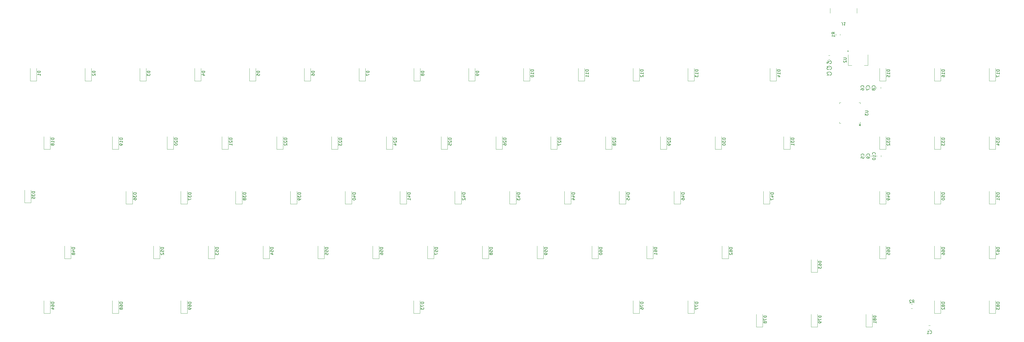
<source format=gbr>
%TF.GenerationSoftware,KiCad,Pcbnew,8.99.0-2194-gb3b7cbcab2*%
%TF.CreationDate,2024-09-18T02:21:13+07:00*%
%TF.ProjectId,Sam_,53616d5f-2e6b-4696-9361-645f70636258,rev?*%
%TF.SameCoordinates,Original*%
%TF.FileFunction,Legend,Bot*%
%TF.FilePolarity,Positive*%
%FSLAX46Y46*%
G04 Gerber Fmt 4.6, Leading zero omitted, Abs format (unit mm)*
G04 Created by KiCad (PCBNEW 8.99.0-2194-gb3b7cbcab2) date 2024-09-18 02:21:13*
%MOMM*%
%LPD*%
G01*
G04 APERTURE LIST*
%ADD10C,0.150000*%
%ADD11C,0.120000*%
G04 APERTURE END LIST*
D10*
X395762918Y-185433355D02*
X394762918Y-185433355D01*
X394762918Y-185433355D02*
X394762918Y-185671450D01*
X394762918Y-185671450D02*
X394810537Y-185814307D01*
X394810537Y-185814307D02*
X394905775Y-185909545D01*
X394905775Y-185909545D02*
X395001013Y-185957164D01*
X395001013Y-185957164D02*
X395191489Y-186004783D01*
X395191489Y-186004783D02*
X395334346Y-186004783D01*
X395334346Y-186004783D02*
X395524822Y-185957164D01*
X395524822Y-185957164D02*
X395620060Y-185909545D01*
X395620060Y-185909545D02*
X395715299Y-185814307D01*
X395715299Y-185814307D02*
X395762918Y-185671450D01*
X395762918Y-185671450D02*
X395762918Y-185433355D01*
X395096251Y-186861926D02*
X395762918Y-186861926D01*
X394715299Y-186623831D02*
X395429584Y-186385736D01*
X395429584Y-186385736D02*
X395429584Y-187004783D01*
X395191489Y-187528593D02*
X395143870Y-187433355D01*
X395143870Y-187433355D02*
X395096251Y-187385736D01*
X395096251Y-187385736D02*
X395001013Y-187338117D01*
X395001013Y-187338117D02*
X394953394Y-187338117D01*
X394953394Y-187338117D02*
X394858156Y-187385736D01*
X394858156Y-187385736D02*
X394810537Y-187433355D01*
X394810537Y-187433355D02*
X394762918Y-187528593D01*
X394762918Y-187528593D02*
X394762918Y-187719069D01*
X394762918Y-187719069D02*
X394810537Y-187814307D01*
X394810537Y-187814307D02*
X394858156Y-187861926D01*
X394858156Y-187861926D02*
X394953394Y-187909545D01*
X394953394Y-187909545D02*
X395001013Y-187909545D01*
X395001013Y-187909545D02*
X395096251Y-187861926D01*
X395096251Y-187861926D02*
X395143870Y-187814307D01*
X395143870Y-187814307D02*
X395191489Y-187719069D01*
X395191489Y-187719069D02*
X395191489Y-187528593D01*
X395191489Y-187528593D02*
X395239108Y-187433355D01*
X395239108Y-187433355D02*
X395286727Y-187385736D01*
X395286727Y-187385736D02*
X395381965Y-187338117D01*
X395381965Y-187338117D02*
X395572441Y-187338117D01*
X395572441Y-187338117D02*
X395667679Y-187385736D01*
X395667679Y-187385736D02*
X395715299Y-187433355D01*
X395715299Y-187433355D02*
X395762918Y-187528593D01*
X395762918Y-187528593D02*
X395762918Y-187719069D01*
X395762918Y-187719069D02*
X395715299Y-187814307D01*
X395715299Y-187814307D02*
X395667679Y-187861926D01*
X395667679Y-187861926D02*
X395572441Y-187909545D01*
X395572441Y-187909545D02*
X395381965Y-187909545D01*
X395381965Y-187909545D02*
X395286727Y-187861926D01*
X395286727Y-187861926D02*
X395239108Y-187814307D01*
X395239108Y-187814307D02*
X395191489Y-187719069D01*
X502844818Y-185433355D02*
X501844818Y-185433355D01*
X501844818Y-185433355D02*
X501844818Y-185671450D01*
X501844818Y-185671450D02*
X501892437Y-185814307D01*
X501892437Y-185814307D02*
X501987675Y-185909545D01*
X501987675Y-185909545D02*
X502082913Y-185957164D01*
X502082913Y-185957164D02*
X502273389Y-186004783D01*
X502273389Y-186004783D02*
X502416246Y-186004783D01*
X502416246Y-186004783D02*
X502606722Y-185957164D01*
X502606722Y-185957164D02*
X502701960Y-185909545D01*
X502701960Y-185909545D02*
X502797199Y-185814307D01*
X502797199Y-185814307D02*
X502844818Y-185671450D01*
X502844818Y-185671450D02*
X502844818Y-185433355D01*
X501844818Y-186909545D02*
X501844818Y-186433355D01*
X501844818Y-186433355D02*
X502321008Y-186385736D01*
X502321008Y-186385736D02*
X502273389Y-186433355D01*
X502273389Y-186433355D02*
X502225770Y-186528593D01*
X502225770Y-186528593D02*
X502225770Y-186766688D01*
X502225770Y-186766688D02*
X502273389Y-186861926D01*
X502273389Y-186861926D02*
X502321008Y-186909545D01*
X502321008Y-186909545D02*
X502416246Y-186957164D01*
X502416246Y-186957164D02*
X502654341Y-186957164D01*
X502654341Y-186957164D02*
X502749579Y-186909545D01*
X502749579Y-186909545D02*
X502797199Y-186861926D01*
X502797199Y-186861926D02*
X502844818Y-186766688D01*
X502844818Y-186766688D02*
X502844818Y-186528593D01*
X502844818Y-186528593D02*
X502797199Y-186433355D01*
X502797199Y-186433355D02*
X502749579Y-186385736D01*
X501844818Y-187814307D02*
X501844818Y-187623831D01*
X501844818Y-187623831D02*
X501892437Y-187528593D01*
X501892437Y-187528593D02*
X501940056Y-187480974D01*
X501940056Y-187480974D02*
X502082913Y-187385736D01*
X502082913Y-187385736D02*
X502273389Y-187338117D01*
X502273389Y-187338117D02*
X502654341Y-187338117D01*
X502654341Y-187338117D02*
X502749579Y-187385736D01*
X502749579Y-187385736D02*
X502797199Y-187433355D01*
X502797199Y-187433355D02*
X502844818Y-187528593D01*
X502844818Y-187528593D02*
X502844818Y-187719069D01*
X502844818Y-187719069D02*
X502797199Y-187814307D01*
X502797199Y-187814307D02*
X502749579Y-187861926D01*
X502749579Y-187861926D02*
X502654341Y-187909545D01*
X502654341Y-187909545D02*
X502416246Y-187909545D01*
X502416246Y-187909545D02*
X502321008Y-187861926D01*
X502321008Y-187861926D02*
X502273389Y-187814307D01*
X502273389Y-187814307D02*
X502225770Y-187719069D01*
X502225770Y-187719069D02*
X502225770Y-187528593D01*
X502225770Y-187528593D02*
X502273389Y-187433355D01*
X502273389Y-187433355D02*
X502321008Y-187385736D01*
X502321008Y-187385736D02*
X502416246Y-187338117D01*
X464744818Y-185433355D02*
X463744818Y-185433355D01*
X463744818Y-185433355D02*
X463744818Y-185671450D01*
X463744818Y-185671450D02*
X463792437Y-185814307D01*
X463792437Y-185814307D02*
X463887675Y-185909545D01*
X463887675Y-185909545D02*
X463982913Y-185957164D01*
X463982913Y-185957164D02*
X464173389Y-186004783D01*
X464173389Y-186004783D02*
X464316246Y-186004783D01*
X464316246Y-186004783D02*
X464506722Y-185957164D01*
X464506722Y-185957164D02*
X464601960Y-185909545D01*
X464601960Y-185909545D02*
X464697199Y-185814307D01*
X464697199Y-185814307D02*
X464744818Y-185671450D01*
X464744818Y-185671450D02*
X464744818Y-185433355D01*
X463744818Y-186909545D02*
X463744818Y-186433355D01*
X463744818Y-186433355D02*
X464221008Y-186385736D01*
X464221008Y-186385736D02*
X464173389Y-186433355D01*
X464173389Y-186433355D02*
X464125770Y-186528593D01*
X464125770Y-186528593D02*
X464125770Y-186766688D01*
X464125770Y-186766688D02*
X464173389Y-186861926D01*
X464173389Y-186861926D02*
X464221008Y-186909545D01*
X464221008Y-186909545D02*
X464316246Y-186957164D01*
X464316246Y-186957164D02*
X464554341Y-186957164D01*
X464554341Y-186957164D02*
X464649579Y-186909545D01*
X464649579Y-186909545D02*
X464697199Y-186861926D01*
X464697199Y-186861926D02*
X464744818Y-186766688D01*
X464744818Y-186766688D02*
X464744818Y-186528593D01*
X464744818Y-186528593D02*
X464697199Y-186433355D01*
X464697199Y-186433355D02*
X464649579Y-186385736D01*
X464078151Y-187814307D02*
X464744818Y-187814307D01*
X463697199Y-187576212D02*
X464411484Y-187338117D01*
X464411484Y-187338117D02*
X464411484Y-187957164D01*
X717157318Y-166383355D02*
X716157318Y-166383355D01*
X716157318Y-166383355D02*
X716157318Y-166621450D01*
X716157318Y-166621450D02*
X716204937Y-166764307D01*
X716204937Y-166764307D02*
X716300175Y-166859545D01*
X716300175Y-166859545D02*
X716395413Y-166907164D01*
X716395413Y-166907164D02*
X716585889Y-166954783D01*
X716585889Y-166954783D02*
X716728746Y-166954783D01*
X716728746Y-166954783D02*
X716919222Y-166907164D01*
X716919222Y-166907164D02*
X717014460Y-166859545D01*
X717014460Y-166859545D02*
X717109699Y-166764307D01*
X717109699Y-166764307D02*
X717157318Y-166621450D01*
X717157318Y-166621450D02*
X717157318Y-166383355D01*
X716157318Y-167859545D02*
X716157318Y-167383355D01*
X716157318Y-167383355D02*
X716633508Y-167335736D01*
X716633508Y-167335736D02*
X716585889Y-167383355D01*
X716585889Y-167383355D02*
X716538270Y-167478593D01*
X716538270Y-167478593D02*
X716538270Y-167716688D01*
X716538270Y-167716688D02*
X716585889Y-167811926D01*
X716585889Y-167811926D02*
X716633508Y-167859545D01*
X716633508Y-167859545D02*
X716728746Y-167907164D01*
X716728746Y-167907164D02*
X716966841Y-167907164D01*
X716966841Y-167907164D02*
X717062079Y-167859545D01*
X717062079Y-167859545D02*
X717109699Y-167811926D01*
X717109699Y-167811926D02*
X717157318Y-167716688D01*
X717157318Y-167716688D02*
X717157318Y-167478593D01*
X717157318Y-167478593D02*
X717109699Y-167383355D01*
X717109699Y-167383355D02*
X717062079Y-167335736D01*
X717157318Y-168859545D02*
X717157318Y-168288117D01*
X717157318Y-168573831D02*
X716157318Y-168573831D01*
X716157318Y-168573831D02*
X716300175Y-168478593D01*
X716300175Y-168478593D02*
X716395413Y-168383355D01*
X716395413Y-168383355D02*
X716443032Y-168288117D01*
X607619818Y-166383355D02*
X606619818Y-166383355D01*
X606619818Y-166383355D02*
X606619818Y-166621450D01*
X606619818Y-166621450D02*
X606667437Y-166764307D01*
X606667437Y-166764307D02*
X606762675Y-166859545D01*
X606762675Y-166859545D02*
X606857913Y-166907164D01*
X606857913Y-166907164D02*
X607048389Y-166954783D01*
X607048389Y-166954783D02*
X607191246Y-166954783D01*
X607191246Y-166954783D02*
X607381722Y-166907164D01*
X607381722Y-166907164D02*
X607476960Y-166859545D01*
X607476960Y-166859545D02*
X607572199Y-166764307D01*
X607572199Y-166764307D02*
X607619818Y-166621450D01*
X607619818Y-166621450D02*
X607619818Y-166383355D01*
X606953151Y-167811926D02*
X607619818Y-167811926D01*
X606572199Y-167573831D02*
X607286484Y-167335736D01*
X607286484Y-167335736D02*
X607286484Y-167954783D01*
X606619818Y-168764307D02*
X606619818Y-168573831D01*
X606619818Y-168573831D02*
X606667437Y-168478593D01*
X606667437Y-168478593D02*
X606715056Y-168430974D01*
X606715056Y-168430974D02*
X606857913Y-168335736D01*
X606857913Y-168335736D02*
X607048389Y-168288117D01*
X607048389Y-168288117D02*
X607429341Y-168288117D01*
X607429341Y-168288117D02*
X607524579Y-168335736D01*
X607524579Y-168335736D02*
X607572199Y-168383355D01*
X607572199Y-168383355D02*
X607619818Y-168478593D01*
X607619818Y-168478593D02*
X607619818Y-168669069D01*
X607619818Y-168669069D02*
X607572199Y-168764307D01*
X607572199Y-168764307D02*
X607524579Y-168811926D01*
X607524579Y-168811926D02*
X607429341Y-168859545D01*
X607429341Y-168859545D02*
X607191246Y-168859545D01*
X607191246Y-168859545D02*
X607096008Y-168811926D01*
X607096008Y-168811926D02*
X607048389Y-168764307D01*
X607048389Y-168764307D02*
X607000770Y-168669069D01*
X607000770Y-168669069D02*
X607000770Y-168478593D01*
X607000770Y-168478593D02*
X607048389Y-168383355D01*
X607048389Y-168383355D02*
X607096008Y-168335736D01*
X607096008Y-168335736D02*
X607191246Y-168288117D01*
X521894818Y-185433355D02*
X520894818Y-185433355D01*
X520894818Y-185433355D02*
X520894818Y-185671450D01*
X520894818Y-185671450D02*
X520942437Y-185814307D01*
X520942437Y-185814307D02*
X521037675Y-185909545D01*
X521037675Y-185909545D02*
X521132913Y-185957164D01*
X521132913Y-185957164D02*
X521323389Y-186004783D01*
X521323389Y-186004783D02*
X521466246Y-186004783D01*
X521466246Y-186004783D02*
X521656722Y-185957164D01*
X521656722Y-185957164D02*
X521751960Y-185909545D01*
X521751960Y-185909545D02*
X521847199Y-185814307D01*
X521847199Y-185814307D02*
X521894818Y-185671450D01*
X521894818Y-185671450D02*
X521894818Y-185433355D01*
X520894818Y-186909545D02*
X520894818Y-186433355D01*
X520894818Y-186433355D02*
X521371008Y-186385736D01*
X521371008Y-186385736D02*
X521323389Y-186433355D01*
X521323389Y-186433355D02*
X521275770Y-186528593D01*
X521275770Y-186528593D02*
X521275770Y-186766688D01*
X521275770Y-186766688D02*
X521323389Y-186861926D01*
X521323389Y-186861926D02*
X521371008Y-186909545D01*
X521371008Y-186909545D02*
X521466246Y-186957164D01*
X521466246Y-186957164D02*
X521704341Y-186957164D01*
X521704341Y-186957164D02*
X521799579Y-186909545D01*
X521799579Y-186909545D02*
X521847199Y-186861926D01*
X521847199Y-186861926D02*
X521894818Y-186766688D01*
X521894818Y-186766688D02*
X521894818Y-186528593D01*
X521894818Y-186528593D02*
X521847199Y-186433355D01*
X521847199Y-186433355D02*
X521799579Y-186385736D01*
X520894818Y-187290498D02*
X520894818Y-187957164D01*
X520894818Y-187957164D02*
X521894818Y-187528593D01*
X483794818Y-185433355D02*
X482794818Y-185433355D01*
X482794818Y-185433355D02*
X482794818Y-185671450D01*
X482794818Y-185671450D02*
X482842437Y-185814307D01*
X482842437Y-185814307D02*
X482937675Y-185909545D01*
X482937675Y-185909545D02*
X483032913Y-185957164D01*
X483032913Y-185957164D02*
X483223389Y-186004783D01*
X483223389Y-186004783D02*
X483366246Y-186004783D01*
X483366246Y-186004783D02*
X483556722Y-185957164D01*
X483556722Y-185957164D02*
X483651960Y-185909545D01*
X483651960Y-185909545D02*
X483747199Y-185814307D01*
X483747199Y-185814307D02*
X483794818Y-185671450D01*
X483794818Y-185671450D02*
X483794818Y-185433355D01*
X482794818Y-186909545D02*
X482794818Y-186433355D01*
X482794818Y-186433355D02*
X483271008Y-186385736D01*
X483271008Y-186385736D02*
X483223389Y-186433355D01*
X483223389Y-186433355D02*
X483175770Y-186528593D01*
X483175770Y-186528593D02*
X483175770Y-186766688D01*
X483175770Y-186766688D02*
X483223389Y-186861926D01*
X483223389Y-186861926D02*
X483271008Y-186909545D01*
X483271008Y-186909545D02*
X483366246Y-186957164D01*
X483366246Y-186957164D02*
X483604341Y-186957164D01*
X483604341Y-186957164D02*
X483699579Y-186909545D01*
X483699579Y-186909545D02*
X483747199Y-186861926D01*
X483747199Y-186861926D02*
X483794818Y-186766688D01*
X483794818Y-186766688D02*
X483794818Y-186528593D01*
X483794818Y-186528593D02*
X483747199Y-186433355D01*
X483747199Y-186433355D02*
X483699579Y-186385736D01*
X482794818Y-187861926D02*
X482794818Y-187385736D01*
X482794818Y-187385736D02*
X483271008Y-187338117D01*
X483271008Y-187338117D02*
X483223389Y-187385736D01*
X483223389Y-187385736D02*
X483175770Y-187480974D01*
X483175770Y-187480974D02*
X483175770Y-187719069D01*
X483175770Y-187719069D02*
X483223389Y-187814307D01*
X483223389Y-187814307D02*
X483271008Y-187861926D01*
X483271008Y-187861926D02*
X483366246Y-187909545D01*
X483366246Y-187909545D02*
X483604341Y-187909545D01*
X483604341Y-187909545D02*
X483699579Y-187861926D01*
X483699579Y-187861926D02*
X483747199Y-187814307D01*
X483747199Y-187814307D02*
X483794818Y-187719069D01*
X483794818Y-187719069D02*
X483794818Y-187480974D01*
X483794818Y-187480974D02*
X483747199Y-187385736D01*
X483747199Y-187385736D02*
X483699579Y-187338117D01*
X638650418Y-166383355D02*
X637650418Y-166383355D01*
X637650418Y-166383355D02*
X637650418Y-166621450D01*
X637650418Y-166621450D02*
X637698037Y-166764307D01*
X637698037Y-166764307D02*
X637793275Y-166859545D01*
X637793275Y-166859545D02*
X637888513Y-166907164D01*
X637888513Y-166907164D02*
X638078989Y-166954783D01*
X638078989Y-166954783D02*
X638221846Y-166954783D01*
X638221846Y-166954783D02*
X638412322Y-166907164D01*
X638412322Y-166907164D02*
X638507560Y-166859545D01*
X638507560Y-166859545D02*
X638602799Y-166764307D01*
X638602799Y-166764307D02*
X638650418Y-166621450D01*
X638650418Y-166621450D02*
X638650418Y-166383355D01*
X637983751Y-167811926D02*
X638650418Y-167811926D01*
X637602799Y-167573831D02*
X638317084Y-167335736D01*
X638317084Y-167335736D02*
X638317084Y-167954783D01*
X637650418Y-168240498D02*
X637650418Y-168907164D01*
X637650418Y-168907164D02*
X638650418Y-168478593D01*
X445694818Y-185433355D02*
X444694818Y-185433355D01*
X444694818Y-185433355D02*
X444694818Y-185671450D01*
X444694818Y-185671450D02*
X444742437Y-185814307D01*
X444742437Y-185814307D02*
X444837675Y-185909545D01*
X444837675Y-185909545D02*
X444932913Y-185957164D01*
X444932913Y-185957164D02*
X445123389Y-186004783D01*
X445123389Y-186004783D02*
X445266246Y-186004783D01*
X445266246Y-186004783D02*
X445456722Y-185957164D01*
X445456722Y-185957164D02*
X445551960Y-185909545D01*
X445551960Y-185909545D02*
X445647199Y-185814307D01*
X445647199Y-185814307D02*
X445694818Y-185671450D01*
X445694818Y-185671450D02*
X445694818Y-185433355D01*
X444694818Y-186909545D02*
X444694818Y-186433355D01*
X444694818Y-186433355D02*
X445171008Y-186385736D01*
X445171008Y-186385736D02*
X445123389Y-186433355D01*
X445123389Y-186433355D02*
X445075770Y-186528593D01*
X445075770Y-186528593D02*
X445075770Y-186766688D01*
X445075770Y-186766688D02*
X445123389Y-186861926D01*
X445123389Y-186861926D02*
X445171008Y-186909545D01*
X445171008Y-186909545D02*
X445266246Y-186957164D01*
X445266246Y-186957164D02*
X445504341Y-186957164D01*
X445504341Y-186957164D02*
X445599579Y-186909545D01*
X445599579Y-186909545D02*
X445647199Y-186861926D01*
X445647199Y-186861926D02*
X445694818Y-186766688D01*
X445694818Y-186766688D02*
X445694818Y-186528593D01*
X445694818Y-186528593D02*
X445647199Y-186433355D01*
X445647199Y-186433355D02*
X445599579Y-186385736D01*
X444694818Y-187290498D02*
X444694818Y-187909545D01*
X444694818Y-187909545D02*
X445075770Y-187576212D01*
X445075770Y-187576212D02*
X445075770Y-187719069D01*
X445075770Y-187719069D02*
X445123389Y-187814307D01*
X445123389Y-187814307D02*
X445171008Y-187861926D01*
X445171008Y-187861926D02*
X445266246Y-187909545D01*
X445266246Y-187909545D02*
X445504341Y-187909545D01*
X445504341Y-187909545D02*
X445599579Y-187861926D01*
X445599579Y-187861926D02*
X445647199Y-187814307D01*
X445647199Y-187814307D02*
X445694818Y-187719069D01*
X445694818Y-187719069D02*
X445694818Y-187433355D01*
X445694818Y-187433355D02*
X445647199Y-187338117D01*
X445647199Y-187338117D02*
X445599579Y-187290498D01*
X426644818Y-185433355D02*
X425644818Y-185433355D01*
X425644818Y-185433355D02*
X425644818Y-185671450D01*
X425644818Y-185671450D02*
X425692437Y-185814307D01*
X425692437Y-185814307D02*
X425787675Y-185909545D01*
X425787675Y-185909545D02*
X425882913Y-185957164D01*
X425882913Y-185957164D02*
X426073389Y-186004783D01*
X426073389Y-186004783D02*
X426216246Y-186004783D01*
X426216246Y-186004783D02*
X426406722Y-185957164D01*
X426406722Y-185957164D02*
X426501960Y-185909545D01*
X426501960Y-185909545D02*
X426597199Y-185814307D01*
X426597199Y-185814307D02*
X426644818Y-185671450D01*
X426644818Y-185671450D02*
X426644818Y-185433355D01*
X425644818Y-186909545D02*
X425644818Y-186433355D01*
X425644818Y-186433355D02*
X426121008Y-186385736D01*
X426121008Y-186385736D02*
X426073389Y-186433355D01*
X426073389Y-186433355D02*
X426025770Y-186528593D01*
X426025770Y-186528593D02*
X426025770Y-186766688D01*
X426025770Y-186766688D02*
X426073389Y-186861926D01*
X426073389Y-186861926D02*
X426121008Y-186909545D01*
X426121008Y-186909545D02*
X426216246Y-186957164D01*
X426216246Y-186957164D02*
X426454341Y-186957164D01*
X426454341Y-186957164D02*
X426549579Y-186909545D01*
X426549579Y-186909545D02*
X426597199Y-186861926D01*
X426597199Y-186861926D02*
X426644818Y-186766688D01*
X426644818Y-186766688D02*
X426644818Y-186528593D01*
X426644818Y-186528593D02*
X426597199Y-186433355D01*
X426597199Y-186433355D02*
X426549579Y-186385736D01*
X425740056Y-187338117D02*
X425692437Y-187385736D01*
X425692437Y-187385736D02*
X425644818Y-187480974D01*
X425644818Y-187480974D02*
X425644818Y-187719069D01*
X425644818Y-187719069D02*
X425692437Y-187814307D01*
X425692437Y-187814307D02*
X425740056Y-187861926D01*
X425740056Y-187861926D02*
X425835294Y-187909545D01*
X425835294Y-187909545D02*
X425930532Y-187909545D01*
X425930532Y-187909545D02*
X426073389Y-187861926D01*
X426073389Y-187861926D02*
X426644818Y-187290498D01*
X426644818Y-187290498D02*
X426644818Y-187909545D01*
X698107318Y-166383355D02*
X697107318Y-166383355D01*
X697107318Y-166383355D02*
X697107318Y-166621450D01*
X697107318Y-166621450D02*
X697154937Y-166764307D01*
X697154937Y-166764307D02*
X697250175Y-166859545D01*
X697250175Y-166859545D02*
X697345413Y-166907164D01*
X697345413Y-166907164D02*
X697535889Y-166954783D01*
X697535889Y-166954783D02*
X697678746Y-166954783D01*
X697678746Y-166954783D02*
X697869222Y-166907164D01*
X697869222Y-166907164D02*
X697964460Y-166859545D01*
X697964460Y-166859545D02*
X698059699Y-166764307D01*
X698059699Y-166764307D02*
X698107318Y-166621450D01*
X698107318Y-166621450D02*
X698107318Y-166383355D01*
X697107318Y-167859545D02*
X697107318Y-167383355D01*
X697107318Y-167383355D02*
X697583508Y-167335736D01*
X697583508Y-167335736D02*
X697535889Y-167383355D01*
X697535889Y-167383355D02*
X697488270Y-167478593D01*
X697488270Y-167478593D02*
X697488270Y-167716688D01*
X697488270Y-167716688D02*
X697535889Y-167811926D01*
X697535889Y-167811926D02*
X697583508Y-167859545D01*
X697583508Y-167859545D02*
X697678746Y-167907164D01*
X697678746Y-167907164D02*
X697916841Y-167907164D01*
X697916841Y-167907164D02*
X698012079Y-167859545D01*
X698012079Y-167859545D02*
X698059699Y-167811926D01*
X698059699Y-167811926D02*
X698107318Y-167716688D01*
X698107318Y-167716688D02*
X698107318Y-167478593D01*
X698107318Y-167478593D02*
X698059699Y-167383355D01*
X698059699Y-167383355D02*
X698012079Y-167335736D01*
X697107318Y-168526212D02*
X697107318Y-168621450D01*
X697107318Y-168621450D02*
X697154937Y-168716688D01*
X697154937Y-168716688D02*
X697202556Y-168764307D01*
X697202556Y-168764307D02*
X697297794Y-168811926D01*
X697297794Y-168811926D02*
X697488270Y-168859545D01*
X697488270Y-168859545D02*
X697726365Y-168859545D01*
X697726365Y-168859545D02*
X697916841Y-168811926D01*
X697916841Y-168811926D02*
X698012079Y-168764307D01*
X698012079Y-168764307D02*
X698059699Y-168716688D01*
X698059699Y-168716688D02*
X698107318Y-168621450D01*
X698107318Y-168621450D02*
X698107318Y-168526212D01*
X698107318Y-168526212D02*
X698059699Y-168430974D01*
X698059699Y-168430974D02*
X698012079Y-168383355D01*
X698012079Y-168383355D02*
X697916841Y-168335736D01*
X697916841Y-168335736D02*
X697726365Y-168288117D01*
X697726365Y-168288117D02*
X697488270Y-168288117D01*
X697488270Y-168288117D02*
X697297794Y-168335736D01*
X697297794Y-168335736D02*
X697202556Y-168383355D01*
X697202556Y-168383355D02*
X697154937Y-168430974D01*
X697154937Y-168430974D02*
X697107318Y-168526212D01*
X679057318Y-166383355D02*
X678057318Y-166383355D01*
X678057318Y-166383355D02*
X678057318Y-166621450D01*
X678057318Y-166621450D02*
X678104937Y-166764307D01*
X678104937Y-166764307D02*
X678200175Y-166859545D01*
X678200175Y-166859545D02*
X678295413Y-166907164D01*
X678295413Y-166907164D02*
X678485889Y-166954783D01*
X678485889Y-166954783D02*
X678628746Y-166954783D01*
X678628746Y-166954783D02*
X678819222Y-166907164D01*
X678819222Y-166907164D02*
X678914460Y-166859545D01*
X678914460Y-166859545D02*
X679009699Y-166764307D01*
X679009699Y-166764307D02*
X679057318Y-166621450D01*
X679057318Y-166621450D02*
X679057318Y-166383355D01*
X678390651Y-167811926D02*
X679057318Y-167811926D01*
X678009699Y-167573831D02*
X678723984Y-167335736D01*
X678723984Y-167335736D02*
X678723984Y-167954783D01*
X679057318Y-168383355D02*
X679057318Y-168573831D01*
X679057318Y-168573831D02*
X679009699Y-168669069D01*
X679009699Y-168669069D02*
X678962079Y-168716688D01*
X678962079Y-168716688D02*
X678819222Y-168811926D01*
X678819222Y-168811926D02*
X678628746Y-168859545D01*
X678628746Y-168859545D02*
X678247794Y-168859545D01*
X678247794Y-168859545D02*
X678152556Y-168811926D01*
X678152556Y-168811926D02*
X678104937Y-168764307D01*
X678104937Y-168764307D02*
X678057318Y-168669069D01*
X678057318Y-168669069D02*
X678057318Y-168478593D01*
X678057318Y-168478593D02*
X678104937Y-168383355D01*
X678104937Y-168383355D02*
X678152556Y-168335736D01*
X678152556Y-168335736D02*
X678247794Y-168288117D01*
X678247794Y-168288117D02*
X678485889Y-168288117D01*
X678485889Y-168288117D02*
X678581127Y-168335736D01*
X678581127Y-168335736D02*
X678628746Y-168383355D01*
X678628746Y-168383355D02*
X678676365Y-168478593D01*
X678676365Y-168478593D02*
X678676365Y-168669069D01*
X678676365Y-168669069D02*
X678628746Y-168764307D01*
X678628746Y-168764307D02*
X678581127Y-168811926D01*
X678581127Y-168811926D02*
X678485889Y-168859545D01*
X474269818Y-166383355D02*
X473269818Y-166383355D01*
X473269818Y-166383355D02*
X473269818Y-166621450D01*
X473269818Y-166621450D02*
X473317437Y-166764307D01*
X473317437Y-166764307D02*
X473412675Y-166859545D01*
X473412675Y-166859545D02*
X473507913Y-166907164D01*
X473507913Y-166907164D02*
X473698389Y-166954783D01*
X473698389Y-166954783D02*
X473841246Y-166954783D01*
X473841246Y-166954783D02*
X474031722Y-166907164D01*
X474031722Y-166907164D02*
X474126960Y-166859545D01*
X474126960Y-166859545D02*
X474222199Y-166764307D01*
X474222199Y-166764307D02*
X474269818Y-166621450D01*
X474269818Y-166621450D02*
X474269818Y-166383355D01*
X473269818Y-167288117D02*
X473269818Y-167907164D01*
X473269818Y-167907164D02*
X473650770Y-167573831D01*
X473650770Y-167573831D02*
X473650770Y-167716688D01*
X473650770Y-167716688D02*
X473698389Y-167811926D01*
X473698389Y-167811926D02*
X473746008Y-167859545D01*
X473746008Y-167859545D02*
X473841246Y-167907164D01*
X473841246Y-167907164D02*
X474079341Y-167907164D01*
X474079341Y-167907164D02*
X474174579Y-167859545D01*
X474174579Y-167859545D02*
X474222199Y-167811926D01*
X474222199Y-167811926D02*
X474269818Y-167716688D01*
X474269818Y-167716688D02*
X474269818Y-167430974D01*
X474269818Y-167430974D02*
X474222199Y-167335736D01*
X474222199Y-167335736D02*
X474174579Y-167288117D01*
X474269818Y-168383355D02*
X474269818Y-168573831D01*
X474269818Y-168573831D02*
X474222199Y-168669069D01*
X474222199Y-168669069D02*
X474174579Y-168716688D01*
X474174579Y-168716688D02*
X474031722Y-168811926D01*
X474031722Y-168811926D02*
X473841246Y-168859545D01*
X473841246Y-168859545D02*
X473460294Y-168859545D01*
X473460294Y-168859545D02*
X473365056Y-168811926D01*
X473365056Y-168811926D02*
X473317437Y-168764307D01*
X473317437Y-168764307D02*
X473269818Y-168669069D01*
X473269818Y-168669069D02*
X473269818Y-168478593D01*
X473269818Y-168478593D02*
X473317437Y-168383355D01*
X473317437Y-168383355D02*
X473365056Y-168335736D01*
X473365056Y-168335736D02*
X473460294Y-168288117D01*
X473460294Y-168288117D02*
X473698389Y-168288117D01*
X473698389Y-168288117D02*
X473793627Y-168335736D01*
X473793627Y-168335736D02*
X473841246Y-168383355D01*
X473841246Y-168383355D02*
X473888865Y-168478593D01*
X473888865Y-168478593D02*
X473888865Y-168669069D01*
X473888865Y-168669069D02*
X473841246Y-168764307D01*
X473841246Y-168764307D02*
X473793627Y-168811926D01*
X473793627Y-168811926D02*
X473698389Y-168859545D01*
X417119818Y-166383355D02*
X416119818Y-166383355D01*
X416119818Y-166383355D02*
X416119818Y-166621450D01*
X416119818Y-166621450D02*
X416167437Y-166764307D01*
X416167437Y-166764307D02*
X416262675Y-166859545D01*
X416262675Y-166859545D02*
X416357913Y-166907164D01*
X416357913Y-166907164D02*
X416548389Y-166954783D01*
X416548389Y-166954783D02*
X416691246Y-166954783D01*
X416691246Y-166954783D02*
X416881722Y-166907164D01*
X416881722Y-166907164D02*
X416976960Y-166859545D01*
X416976960Y-166859545D02*
X417072199Y-166764307D01*
X417072199Y-166764307D02*
X417119818Y-166621450D01*
X417119818Y-166621450D02*
X417119818Y-166383355D01*
X416119818Y-167288117D02*
X416119818Y-167907164D01*
X416119818Y-167907164D02*
X416500770Y-167573831D01*
X416500770Y-167573831D02*
X416500770Y-167716688D01*
X416500770Y-167716688D02*
X416548389Y-167811926D01*
X416548389Y-167811926D02*
X416596008Y-167859545D01*
X416596008Y-167859545D02*
X416691246Y-167907164D01*
X416691246Y-167907164D02*
X416929341Y-167907164D01*
X416929341Y-167907164D02*
X417024579Y-167859545D01*
X417024579Y-167859545D02*
X417072199Y-167811926D01*
X417072199Y-167811926D02*
X417119818Y-167716688D01*
X417119818Y-167716688D02*
X417119818Y-167430974D01*
X417119818Y-167430974D02*
X417072199Y-167335736D01*
X417072199Y-167335736D02*
X417024579Y-167288117D01*
X416119818Y-168764307D02*
X416119818Y-168573831D01*
X416119818Y-168573831D02*
X416167437Y-168478593D01*
X416167437Y-168478593D02*
X416215056Y-168430974D01*
X416215056Y-168430974D02*
X416357913Y-168335736D01*
X416357913Y-168335736D02*
X416548389Y-168288117D01*
X416548389Y-168288117D02*
X416929341Y-168288117D01*
X416929341Y-168288117D02*
X417024579Y-168335736D01*
X417024579Y-168335736D02*
X417072199Y-168383355D01*
X417072199Y-168383355D02*
X417119818Y-168478593D01*
X417119818Y-168478593D02*
X417119818Y-168669069D01*
X417119818Y-168669069D02*
X417072199Y-168764307D01*
X417072199Y-168764307D02*
X417024579Y-168811926D01*
X417024579Y-168811926D02*
X416929341Y-168859545D01*
X416929341Y-168859545D02*
X416691246Y-168859545D01*
X416691246Y-168859545D02*
X416596008Y-168811926D01*
X416596008Y-168811926D02*
X416548389Y-168764307D01*
X416548389Y-168764307D02*
X416500770Y-168669069D01*
X416500770Y-168669069D02*
X416500770Y-168478593D01*
X416500770Y-168478593D02*
X416548389Y-168383355D01*
X416548389Y-168383355D02*
X416596008Y-168335736D01*
X416596008Y-168335736D02*
X416691246Y-168288117D01*
X698107318Y-147333355D02*
X697107318Y-147333355D01*
X697107318Y-147333355D02*
X697107318Y-147571450D01*
X697107318Y-147571450D02*
X697154937Y-147714307D01*
X697154937Y-147714307D02*
X697250175Y-147809545D01*
X697250175Y-147809545D02*
X697345413Y-147857164D01*
X697345413Y-147857164D02*
X697535889Y-147904783D01*
X697535889Y-147904783D02*
X697678746Y-147904783D01*
X697678746Y-147904783D02*
X697869222Y-147857164D01*
X697869222Y-147857164D02*
X697964460Y-147809545D01*
X697964460Y-147809545D02*
X698059699Y-147714307D01*
X698059699Y-147714307D02*
X698107318Y-147571450D01*
X698107318Y-147571450D02*
X698107318Y-147333355D01*
X697107318Y-148238117D02*
X697107318Y-148857164D01*
X697107318Y-148857164D02*
X697488270Y-148523831D01*
X697488270Y-148523831D02*
X697488270Y-148666688D01*
X697488270Y-148666688D02*
X697535889Y-148761926D01*
X697535889Y-148761926D02*
X697583508Y-148809545D01*
X697583508Y-148809545D02*
X697678746Y-148857164D01*
X697678746Y-148857164D02*
X697916841Y-148857164D01*
X697916841Y-148857164D02*
X698012079Y-148809545D01*
X698012079Y-148809545D02*
X698059699Y-148761926D01*
X698059699Y-148761926D02*
X698107318Y-148666688D01*
X698107318Y-148666688D02*
X698107318Y-148380974D01*
X698107318Y-148380974D02*
X698059699Y-148285736D01*
X698059699Y-148285736D02*
X698012079Y-148238117D01*
X697107318Y-149190498D02*
X697107318Y-149809545D01*
X697107318Y-149809545D02*
X697488270Y-149476212D01*
X697488270Y-149476212D02*
X697488270Y-149619069D01*
X697488270Y-149619069D02*
X697535889Y-149714307D01*
X697535889Y-149714307D02*
X697583508Y-149761926D01*
X697583508Y-149761926D02*
X697678746Y-149809545D01*
X697678746Y-149809545D02*
X697916841Y-149809545D01*
X697916841Y-149809545D02*
X698012079Y-149761926D01*
X698012079Y-149761926D02*
X698059699Y-149714307D01*
X698059699Y-149714307D02*
X698107318Y-149619069D01*
X698107318Y-149619069D02*
X698107318Y-149333355D01*
X698107318Y-149333355D02*
X698059699Y-149238117D01*
X698059699Y-149238117D02*
X698012079Y-149190498D01*
X602857318Y-147333355D02*
X601857318Y-147333355D01*
X601857318Y-147333355D02*
X601857318Y-147571450D01*
X601857318Y-147571450D02*
X601904937Y-147714307D01*
X601904937Y-147714307D02*
X602000175Y-147809545D01*
X602000175Y-147809545D02*
X602095413Y-147857164D01*
X602095413Y-147857164D02*
X602285889Y-147904783D01*
X602285889Y-147904783D02*
X602428746Y-147904783D01*
X602428746Y-147904783D02*
X602619222Y-147857164D01*
X602619222Y-147857164D02*
X602714460Y-147809545D01*
X602714460Y-147809545D02*
X602809699Y-147714307D01*
X602809699Y-147714307D02*
X602857318Y-147571450D01*
X602857318Y-147571450D02*
X602857318Y-147333355D01*
X601952556Y-148285736D02*
X601904937Y-148333355D01*
X601904937Y-148333355D02*
X601857318Y-148428593D01*
X601857318Y-148428593D02*
X601857318Y-148666688D01*
X601857318Y-148666688D02*
X601904937Y-148761926D01*
X601904937Y-148761926D02*
X601952556Y-148809545D01*
X601952556Y-148809545D02*
X602047794Y-148857164D01*
X602047794Y-148857164D02*
X602143032Y-148857164D01*
X602143032Y-148857164D02*
X602285889Y-148809545D01*
X602285889Y-148809545D02*
X602857318Y-148238117D01*
X602857318Y-148238117D02*
X602857318Y-148857164D01*
X602857318Y-149333355D02*
X602857318Y-149523831D01*
X602857318Y-149523831D02*
X602809699Y-149619069D01*
X602809699Y-149619069D02*
X602762079Y-149666688D01*
X602762079Y-149666688D02*
X602619222Y-149761926D01*
X602619222Y-149761926D02*
X602428746Y-149809545D01*
X602428746Y-149809545D02*
X602047794Y-149809545D01*
X602047794Y-149809545D02*
X601952556Y-149761926D01*
X601952556Y-149761926D02*
X601904937Y-149714307D01*
X601904937Y-149714307D02*
X601857318Y-149619069D01*
X601857318Y-149619069D02*
X601857318Y-149428593D01*
X601857318Y-149428593D02*
X601904937Y-149333355D01*
X601904937Y-149333355D02*
X601952556Y-149285736D01*
X601952556Y-149285736D02*
X602047794Y-149238117D01*
X602047794Y-149238117D02*
X602285889Y-149238117D01*
X602285889Y-149238117D02*
X602381127Y-149285736D01*
X602381127Y-149285736D02*
X602428746Y-149333355D01*
X602428746Y-149333355D02*
X602476365Y-149428593D01*
X602476365Y-149428593D02*
X602476365Y-149619069D01*
X602476365Y-149619069D02*
X602428746Y-149714307D01*
X602428746Y-149714307D02*
X602381127Y-149761926D01*
X602381127Y-149761926D02*
X602285889Y-149809545D01*
X569519818Y-166383355D02*
X568519818Y-166383355D01*
X568519818Y-166383355D02*
X568519818Y-166621450D01*
X568519818Y-166621450D02*
X568567437Y-166764307D01*
X568567437Y-166764307D02*
X568662675Y-166859545D01*
X568662675Y-166859545D02*
X568757913Y-166907164D01*
X568757913Y-166907164D02*
X568948389Y-166954783D01*
X568948389Y-166954783D02*
X569091246Y-166954783D01*
X569091246Y-166954783D02*
X569281722Y-166907164D01*
X569281722Y-166907164D02*
X569376960Y-166859545D01*
X569376960Y-166859545D02*
X569472199Y-166764307D01*
X569472199Y-166764307D02*
X569519818Y-166621450D01*
X569519818Y-166621450D02*
X569519818Y-166383355D01*
X568853151Y-167811926D02*
X569519818Y-167811926D01*
X568472199Y-167573831D02*
X569186484Y-167335736D01*
X569186484Y-167335736D02*
X569186484Y-167954783D01*
X568853151Y-168764307D02*
X569519818Y-168764307D01*
X568472199Y-168526212D02*
X569186484Y-168288117D01*
X569186484Y-168288117D02*
X569186484Y-168907164D01*
X531419818Y-166383355D02*
X530419818Y-166383355D01*
X530419818Y-166383355D02*
X530419818Y-166621450D01*
X530419818Y-166621450D02*
X530467437Y-166764307D01*
X530467437Y-166764307D02*
X530562675Y-166859545D01*
X530562675Y-166859545D02*
X530657913Y-166907164D01*
X530657913Y-166907164D02*
X530848389Y-166954783D01*
X530848389Y-166954783D02*
X530991246Y-166954783D01*
X530991246Y-166954783D02*
X531181722Y-166907164D01*
X531181722Y-166907164D02*
X531276960Y-166859545D01*
X531276960Y-166859545D02*
X531372199Y-166764307D01*
X531372199Y-166764307D02*
X531419818Y-166621450D01*
X531419818Y-166621450D02*
X531419818Y-166383355D01*
X530753151Y-167811926D02*
X531419818Y-167811926D01*
X530372199Y-167573831D02*
X531086484Y-167335736D01*
X531086484Y-167335736D02*
X531086484Y-167954783D01*
X530515056Y-168288117D02*
X530467437Y-168335736D01*
X530467437Y-168335736D02*
X530419818Y-168430974D01*
X530419818Y-168430974D02*
X530419818Y-168669069D01*
X530419818Y-168669069D02*
X530467437Y-168764307D01*
X530467437Y-168764307D02*
X530515056Y-168811926D01*
X530515056Y-168811926D02*
X530610294Y-168859545D01*
X530610294Y-168859545D02*
X530705532Y-168859545D01*
X530705532Y-168859545D02*
X530848389Y-168811926D01*
X530848389Y-168811926D02*
X531419818Y-168240498D01*
X531419818Y-168240498D02*
X531419818Y-168859545D01*
X512369818Y-166383355D02*
X511369818Y-166383355D01*
X511369818Y-166383355D02*
X511369818Y-166621450D01*
X511369818Y-166621450D02*
X511417437Y-166764307D01*
X511417437Y-166764307D02*
X511512675Y-166859545D01*
X511512675Y-166859545D02*
X511607913Y-166907164D01*
X511607913Y-166907164D02*
X511798389Y-166954783D01*
X511798389Y-166954783D02*
X511941246Y-166954783D01*
X511941246Y-166954783D02*
X512131722Y-166907164D01*
X512131722Y-166907164D02*
X512226960Y-166859545D01*
X512226960Y-166859545D02*
X512322199Y-166764307D01*
X512322199Y-166764307D02*
X512369818Y-166621450D01*
X512369818Y-166621450D02*
X512369818Y-166383355D01*
X511703151Y-167811926D02*
X512369818Y-167811926D01*
X511322199Y-167573831D02*
X512036484Y-167335736D01*
X512036484Y-167335736D02*
X512036484Y-167954783D01*
X512369818Y-168859545D02*
X512369818Y-168288117D01*
X512369818Y-168573831D02*
X511369818Y-168573831D01*
X511369818Y-168573831D02*
X511512675Y-168478593D01*
X511512675Y-168478593D02*
X511607913Y-168383355D01*
X511607913Y-168383355D02*
X511655532Y-168288117D01*
X381844819Y-165923214D02*
X380844819Y-165923214D01*
X380844819Y-165923214D02*
X380844819Y-166161309D01*
X380844819Y-166161309D02*
X380892438Y-166304166D01*
X380892438Y-166304166D02*
X380987676Y-166399404D01*
X380987676Y-166399404D02*
X381082914Y-166447023D01*
X381082914Y-166447023D02*
X381273390Y-166494642D01*
X381273390Y-166494642D02*
X381416247Y-166494642D01*
X381416247Y-166494642D02*
X381606723Y-166447023D01*
X381606723Y-166447023D02*
X381701961Y-166399404D01*
X381701961Y-166399404D02*
X381797200Y-166304166D01*
X381797200Y-166304166D02*
X381844819Y-166161309D01*
X381844819Y-166161309D02*
X381844819Y-165923214D01*
X380844819Y-166827976D02*
X380844819Y-167447023D01*
X380844819Y-167447023D02*
X381225771Y-167113690D01*
X381225771Y-167113690D02*
X381225771Y-167256547D01*
X381225771Y-167256547D02*
X381273390Y-167351785D01*
X381273390Y-167351785D02*
X381321009Y-167399404D01*
X381321009Y-167399404D02*
X381416247Y-167447023D01*
X381416247Y-167447023D02*
X381654342Y-167447023D01*
X381654342Y-167447023D02*
X381749580Y-167399404D01*
X381749580Y-167399404D02*
X381797200Y-167351785D01*
X381797200Y-167351785D02*
X381844819Y-167256547D01*
X381844819Y-167256547D02*
X381844819Y-166970833D01*
X381844819Y-166970833D02*
X381797200Y-166875595D01*
X381797200Y-166875595D02*
X381749580Y-166827976D01*
X380844819Y-168351785D02*
X380844819Y-167875595D01*
X380844819Y-167875595D02*
X381321009Y-167827976D01*
X381321009Y-167827976D02*
X381273390Y-167875595D01*
X381273390Y-167875595D02*
X381225771Y-167970833D01*
X381225771Y-167970833D02*
X381225771Y-168208928D01*
X381225771Y-168208928D02*
X381273390Y-168304166D01*
X381273390Y-168304166D02*
X381321009Y-168351785D01*
X381321009Y-168351785D02*
X381416247Y-168399404D01*
X381416247Y-168399404D02*
X381654342Y-168399404D01*
X381654342Y-168399404D02*
X381749580Y-168351785D01*
X381749580Y-168351785D02*
X381797200Y-168304166D01*
X381797200Y-168304166D02*
X381844819Y-168208928D01*
X381844819Y-168208928D02*
X381844819Y-167970833D01*
X381844819Y-167970833D02*
X381797200Y-167875595D01*
X381797200Y-167875595D02*
X381749580Y-167827976D01*
X717157318Y-147333355D02*
X716157318Y-147333355D01*
X716157318Y-147333355D02*
X716157318Y-147571450D01*
X716157318Y-147571450D02*
X716204937Y-147714307D01*
X716204937Y-147714307D02*
X716300175Y-147809545D01*
X716300175Y-147809545D02*
X716395413Y-147857164D01*
X716395413Y-147857164D02*
X716585889Y-147904783D01*
X716585889Y-147904783D02*
X716728746Y-147904783D01*
X716728746Y-147904783D02*
X716919222Y-147857164D01*
X716919222Y-147857164D02*
X717014460Y-147809545D01*
X717014460Y-147809545D02*
X717109699Y-147714307D01*
X717109699Y-147714307D02*
X717157318Y-147571450D01*
X717157318Y-147571450D02*
X717157318Y-147333355D01*
X716157318Y-148238117D02*
X716157318Y-148857164D01*
X716157318Y-148857164D02*
X716538270Y-148523831D01*
X716538270Y-148523831D02*
X716538270Y-148666688D01*
X716538270Y-148666688D02*
X716585889Y-148761926D01*
X716585889Y-148761926D02*
X716633508Y-148809545D01*
X716633508Y-148809545D02*
X716728746Y-148857164D01*
X716728746Y-148857164D02*
X716966841Y-148857164D01*
X716966841Y-148857164D02*
X717062079Y-148809545D01*
X717062079Y-148809545D02*
X717109699Y-148761926D01*
X717109699Y-148761926D02*
X717157318Y-148666688D01*
X717157318Y-148666688D02*
X717157318Y-148380974D01*
X717157318Y-148380974D02*
X717109699Y-148285736D01*
X717109699Y-148285736D02*
X717062079Y-148238117D01*
X716490651Y-149714307D02*
X717157318Y-149714307D01*
X716109699Y-149476212D02*
X716823984Y-149238117D01*
X716823984Y-149238117D02*
X716823984Y-149857164D01*
X679057318Y-147333355D02*
X678057318Y-147333355D01*
X678057318Y-147333355D02*
X678057318Y-147571450D01*
X678057318Y-147571450D02*
X678104937Y-147714307D01*
X678104937Y-147714307D02*
X678200175Y-147809545D01*
X678200175Y-147809545D02*
X678295413Y-147857164D01*
X678295413Y-147857164D02*
X678485889Y-147904783D01*
X678485889Y-147904783D02*
X678628746Y-147904783D01*
X678628746Y-147904783D02*
X678819222Y-147857164D01*
X678819222Y-147857164D02*
X678914460Y-147809545D01*
X678914460Y-147809545D02*
X679009699Y-147714307D01*
X679009699Y-147714307D02*
X679057318Y-147571450D01*
X679057318Y-147571450D02*
X679057318Y-147333355D01*
X678057318Y-148238117D02*
X678057318Y-148857164D01*
X678057318Y-148857164D02*
X678438270Y-148523831D01*
X678438270Y-148523831D02*
X678438270Y-148666688D01*
X678438270Y-148666688D02*
X678485889Y-148761926D01*
X678485889Y-148761926D02*
X678533508Y-148809545D01*
X678533508Y-148809545D02*
X678628746Y-148857164D01*
X678628746Y-148857164D02*
X678866841Y-148857164D01*
X678866841Y-148857164D02*
X678962079Y-148809545D01*
X678962079Y-148809545D02*
X679009699Y-148761926D01*
X679009699Y-148761926D02*
X679057318Y-148666688D01*
X679057318Y-148666688D02*
X679057318Y-148380974D01*
X679057318Y-148380974D02*
X679009699Y-148285736D01*
X679009699Y-148285736D02*
X678962079Y-148238117D01*
X678152556Y-149238117D02*
X678104937Y-149285736D01*
X678104937Y-149285736D02*
X678057318Y-149380974D01*
X678057318Y-149380974D02*
X678057318Y-149619069D01*
X678057318Y-149619069D02*
X678104937Y-149714307D01*
X678104937Y-149714307D02*
X678152556Y-149761926D01*
X678152556Y-149761926D02*
X678247794Y-149809545D01*
X678247794Y-149809545D02*
X678343032Y-149809545D01*
X678343032Y-149809545D02*
X678485889Y-149761926D01*
X678485889Y-149761926D02*
X679057318Y-149190498D01*
X679057318Y-149190498D02*
X679057318Y-149809545D01*
X645720318Y-147333355D02*
X644720318Y-147333355D01*
X644720318Y-147333355D02*
X644720318Y-147571450D01*
X644720318Y-147571450D02*
X644767937Y-147714307D01*
X644767937Y-147714307D02*
X644863175Y-147809545D01*
X644863175Y-147809545D02*
X644958413Y-147857164D01*
X644958413Y-147857164D02*
X645148889Y-147904783D01*
X645148889Y-147904783D02*
X645291746Y-147904783D01*
X645291746Y-147904783D02*
X645482222Y-147857164D01*
X645482222Y-147857164D02*
X645577460Y-147809545D01*
X645577460Y-147809545D02*
X645672699Y-147714307D01*
X645672699Y-147714307D02*
X645720318Y-147571450D01*
X645720318Y-147571450D02*
X645720318Y-147333355D01*
X644720318Y-148238117D02*
X644720318Y-148857164D01*
X644720318Y-148857164D02*
X645101270Y-148523831D01*
X645101270Y-148523831D02*
X645101270Y-148666688D01*
X645101270Y-148666688D02*
X645148889Y-148761926D01*
X645148889Y-148761926D02*
X645196508Y-148809545D01*
X645196508Y-148809545D02*
X645291746Y-148857164D01*
X645291746Y-148857164D02*
X645529841Y-148857164D01*
X645529841Y-148857164D02*
X645625079Y-148809545D01*
X645625079Y-148809545D02*
X645672699Y-148761926D01*
X645672699Y-148761926D02*
X645720318Y-148666688D01*
X645720318Y-148666688D02*
X645720318Y-148380974D01*
X645720318Y-148380974D02*
X645672699Y-148285736D01*
X645672699Y-148285736D02*
X645625079Y-148238117D01*
X645720318Y-149809545D02*
X645720318Y-149238117D01*
X645720318Y-149523831D02*
X644720318Y-149523831D01*
X644720318Y-149523831D02*
X644863175Y-149428593D01*
X644863175Y-149428593D02*
X644958413Y-149333355D01*
X644958413Y-149333355D02*
X645006032Y-149238117D01*
X621907318Y-147333355D02*
X620907318Y-147333355D01*
X620907318Y-147333355D02*
X620907318Y-147571450D01*
X620907318Y-147571450D02*
X620954937Y-147714307D01*
X620954937Y-147714307D02*
X621050175Y-147809545D01*
X621050175Y-147809545D02*
X621145413Y-147857164D01*
X621145413Y-147857164D02*
X621335889Y-147904783D01*
X621335889Y-147904783D02*
X621478746Y-147904783D01*
X621478746Y-147904783D02*
X621669222Y-147857164D01*
X621669222Y-147857164D02*
X621764460Y-147809545D01*
X621764460Y-147809545D02*
X621859699Y-147714307D01*
X621859699Y-147714307D02*
X621907318Y-147571450D01*
X621907318Y-147571450D02*
X621907318Y-147333355D01*
X620907318Y-148238117D02*
X620907318Y-148857164D01*
X620907318Y-148857164D02*
X621288270Y-148523831D01*
X621288270Y-148523831D02*
X621288270Y-148666688D01*
X621288270Y-148666688D02*
X621335889Y-148761926D01*
X621335889Y-148761926D02*
X621383508Y-148809545D01*
X621383508Y-148809545D02*
X621478746Y-148857164D01*
X621478746Y-148857164D02*
X621716841Y-148857164D01*
X621716841Y-148857164D02*
X621812079Y-148809545D01*
X621812079Y-148809545D02*
X621859699Y-148761926D01*
X621859699Y-148761926D02*
X621907318Y-148666688D01*
X621907318Y-148666688D02*
X621907318Y-148380974D01*
X621907318Y-148380974D02*
X621859699Y-148285736D01*
X621859699Y-148285736D02*
X621812079Y-148238117D01*
X620907318Y-149476212D02*
X620907318Y-149571450D01*
X620907318Y-149571450D02*
X620954937Y-149666688D01*
X620954937Y-149666688D02*
X621002556Y-149714307D01*
X621002556Y-149714307D02*
X621097794Y-149761926D01*
X621097794Y-149761926D02*
X621288270Y-149809545D01*
X621288270Y-149809545D02*
X621526365Y-149809545D01*
X621526365Y-149809545D02*
X621716841Y-149761926D01*
X621716841Y-149761926D02*
X621812079Y-149714307D01*
X621812079Y-149714307D02*
X621859699Y-149666688D01*
X621859699Y-149666688D02*
X621907318Y-149571450D01*
X621907318Y-149571450D02*
X621907318Y-149476212D01*
X621907318Y-149476212D02*
X621859699Y-149380974D01*
X621859699Y-149380974D02*
X621812079Y-149333355D01*
X621812079Y-149333355D02*
X621716841Y-149285736D01*
X621716841Y-149285736D02*
X621526365Y-149238117D01*
X621526365Y-149238117D02*
X621288270Y-149238117D01*
X621288270Y-149238117D02*
X621097794Y-149285736D01*
X621097794Y-149285736D02*
X621002556Y-149333355D01*
X621002556Y-149333355D02*
X620954937Y-149380974D01*
X620954937Y-149380974D02*
X620907318Y-149476212D01*
X545707318Y-147333355D02*
X544707318Y-147333355D01*
X544707318Y-147333355D02*
X544707318Y-147571450D01*
X544707318Y-147571450D02*
X544754937Y-147714307D01*
X544754937Y-147714307D02*
X544850175Y-147809545D01*
X544850175Y-147809545D02*
X544945413Y-147857164D01*
X544945413Y-147857164D02*
X545135889Y-147904783D01*
X545135889Y-147904783D02*
X545278746Y-147904783D01*
X545278746Y-147904783D02*
X545469222Y-147857164D01*
X545469222Y-147857164D02*
X545564460Y-147809545D01*
X545564460Y-147809545D02*
X545659699Y-147714307D01*
X545659699Y-147714307D02*
X545707318Y-147571450D01*
X545707318Y-147571450D02*
X545707318Y-147333355D01*
X544802556Y-148285736D02*
X544754937Y-148333355D01*
X544754937Y-148333355D02*
X544707318Y-148428593D01*
X544707318Y-148428593D02*
X544707318Y-148666688D01*
X544707318Y-148666688D02*
X544754937Y-148761926D01*
X544754937Y-148761926D02*
X544802556Y-148809545D01*
X544802556Y-148809545D02*
X544897794Y-148857164D01*
X544897794Y-148857164D02*
X544993032Y-148857164D01*
X544993032Y-148857164D02*
X545135889Y-148809545D01*
X545135889Y-148809545D02*
X545707318Y-148238117D01*
X545707318Y-148238117D02*
X545707318Y-148857164D01*
X544707318Y-149714307D02*
X544707318Y-149523831D01*
X544707318Y-149523831D02*
X544754937Y-149428593D01*
X544754937Y-149428593D02*
X544802556Y-149380974D01*
X544802556Y-149380974D02*
X544945413Y-149285736D01*
X544945413Y-149285736D02*
X545135889Y-149238117D01*
X545135889Y-149238117D02*
X545516841Y-149238117D01*
X545516841Y-149238117D02*
X545612079Y-149285736D01*
X545612079Y-149285736D02*
X545659699Y-149333355D01*
X545659699Y-149333355D02*
X545707318Y-149428593D01*
X545707318Y-149428593D02*
X545707318Y-149619069D01*
X545707318Y-149619069D02*
X545659699Y-149714307D01*
X545659699Y-149714307D02*
X545612079Y-149761926D01*
X545612079Y-149761926D02*
X545516841Y-149809545D01*
X545516841Y-149809545D02*
X545278746Y-149809545D01*
X545278746Y-149809545D02*
X545183508Y-149761926D01*
X545183508Y-149761926D02*
X545135889Y-149714307D01*
X545135889Y-149714307D02*
X545088270Y-149619069D01*
X545088270Y-149619069D02*
X545088270Y-149428593D01*
X545088270Y-149428593D02*
X545135889Y-149333355D01*
X545135889Y-149333355D02*
X545183508Y-149285736D01*
X545183508Y-149285736D02*
X545278746Y-149238117D01*
X583807318Y-147333355D02*
X582807318Y-147333355D01*
X582807318Y-147333355D02*
X582807318Y-147571450D01*
X582807318Y-147571450D02*
X582854937Y-147714307D01*
X582854937Y-147714307D02*
X582950175Y-147809545D01*
X582950175Y-147809545D02*
X583045413Y-147857164D01*
X583045413Y-147857164D02*
X583235889Y-147904783D01*
X583235889Y-147904783D02*
X583378746Y-147904783D01*
X583378746Y-147904783D02*
X583569222Y-147857164D01*
X583569222Y-147857164D02*
X583664460Y-147809545D01*
X583664460Y-147809545D02*
X583759699Y-147714307D01*
X583759699Y-147714307D02*
X583807318Y-147571450D01*
X583807318Y-147571450D02*
X583807318Y-147333355D01*
X582902556Y-148285736D02*
X582854937Y-148333355D01*
X582854937Y-148333355D02*
X582807318Y-148428593D01*
X582807318Y-148428593D02*
X582807318Y-148666688D01*
X582807318Y-148666688D02*
X582854937Y-148761926D01*
X582854937Y-148761926D02*
X582902556Y-148809545D01*
X582902556Y-148809545D02*
X582997794Y-148857164D01*
X582997794Y-148857164D02*
X583093032Y-148857164D01*
X583093032Y-148857164D02*
X583235889Y-148809545D01*
X583235889Y-148809545D02*
X583807318Y-148238117D01*
X583807318Y-148238117D02*
X583807318Y-148857164D01*
X583235889Y-149428593D02*
X583188270Y-149333355D01*
X583188270Y-149333355D02*
X583140651Y-149285736D01*
X583140651Y-149285736D02*
X583045413Y-149238117D01*
X583045413Y-149238117D02*
X582997794Y-149238117D01*
X582997794Y-149238117D02*
X582902556Y-149285736D01*
X582902556Y-149285736D02*
X582854937Y-149333355D01*
X582854937Y-149333355D02*
X582807318Y-149428593D01*
X582807318Y-149428593D02*
X582807318Y-149619069D01*
X582807318Y-149619069D02*
X582854937Y-149714307D01*
X582854937Y-149714307D02*
X582902556Y-149761926D01*
X582902556Y-149761926D02*
X582997794Y-149809545D01*
X582997794Y-149809545D02*
X583045413Y-149809545D01*
X583045413Y-149809545D02*
X583140651Y-149761926D01*
X583140651Y-149761926D02*
X583188270Y-149714307D01*
X583188270Y-149714307D02*
X583235889Y-149619069D01*
X583235889Y-149619069D02*
X583235889Y-149428593D01*
X583235889Y-149428593D02*
X583283508Y-149333355D01*
X583283508Y-149333355D02*
X583331127Y-149285736D01*
X583331127Y-149285736D02*
X583426365Y-149238117D01*
X583426365Y-149238117D02*
X583616841Y-149238117D01*
X583616841Y-149238117D02*
X583712079Y-149285736D01*
X583712079Y-149285736D02*
X583759699Y-149333355D01*
X583759699Y-149333355D02*
X583807318Y-149428593D01*
X583807318Y-149428593D02*
X583807318Y-149619069D01*
X583807318Y-149619069D02*
X583759699Y-149714307D01*
X583759699Y-149714307D02*
X583712079Y-149761926D01*
X583712079Y-149761926D02*
X583616841Y-149809545D01*
X583616841Y-149809545D02*
X583426365Y-149809545D01*
X583426365Y-149809545D02*
X583331127Y-149761926D01*
X583331127Y-149761926D02*
X583283508Y-149714307D01*
X583283508Y-149714307D02*
X583235889Y-149619069D01*
X455219818Y-166383355D02*
X454219818Y-166383355D01*
X454219818Y-166383355D02*
X454219818Y-166621450D01*
X454219818Y-166621450D02*
X454267437Y-166764307D01*
X454267437Y-166764307D02*
X454362675Y-166859545D01*
X454362675Y-166859545D02*
X454457913Y-166907164D01*
X454457913Y-166907164D02*
X454648389Y-166954783D01*
X454648389Y-166954783D02*
X454791246Y-166954783D01*
X454791246Y-166954783D02*
X454981722Y-166907164D01*
X454981722Y-166907164D02*
X455076960Y-166859545D01*
X455076960Y-166859545D02*
X455172199Y-166764307D01*
X455172199Y-166764307D02*
X455219818Y-166621450D01*
X455219818Y-166621450D02*
X455219818Y-166383355D01*
X454219818Y-167288117D02*
X454219818Y-167907164D01*
X454219818Y-167907164D02*
X454600770Y-167573831D01*
X454600770Y-167573831D02*
X454600770Y-167716688D01*
X454600770Y-167716688D02*
X454648389Y-167811926D01*
X454648389Y-167811926D02*
X454696008Y-167859545D01*
X454696008Y-167859545D02*
X454791246Y-167907164D01*
X454791246Y-167907164D02*
X455029341Y-167907164D01*
X455029341Y-167907164D02*
X455124579Y-167859545D01*
X455124579Y-167859545D02*
X455172199Y-167811926D01*
X455172199Y-167811926D02*
X455219818Y-167716688D01*
X455219818Y-167716688D02*
X455219818Y-167430974D01*
X455219818Y-167430974D02*
X455172199Y-167335736D01*
X455172199Y-167335736D02*
X455124579Y-167288117D01*
X454648389Y-168478593D02*
X454600770Y-168383355D01*
X454600770Y-168383355D02*
X454553151Y-168335736D01*
X454553151Y-168335736D02*
X454457913Y-168288117D01*
X454457913Y-168288117D02*
X454410294Y-168288117D01*
X454410294Y-168288117D02*
X454315056Y-168335736D01*
X454315056Y-168335736D02*
X454267437Y-168383355D01*
X454267437Y-168383355D02*
X454219818Y-168478593D01*
X454219818Y-168478593D02*
X454219818Y-168669069D01*
X454219818Y-168669069D02*
X454267437Y-168764307D01*
X454267437Y-168764307D02*
X454315056Y-168811926D01*
X454315056Y-168811926D02*
X454410294Y-168859545D01*
X454410294Y-168859545D02*
X454457913Y-168859545D01*
X454457913Y-168859545D02*
X454553151Y-168811926D01*
X454553151Y-168811926D02*
X454600770Y-168764307D01*
X454600770Y-168764307D02*
X454648389Y-168669069D01*
X454648389Y-168669069D02*
X454648389Y-168478593D01*
X454648389Y-168478593D02*
X454696008Y-168383355D01*
X454696008Y-168383355D02*
X454743627Y-168335736D01*
X454743627Y-168335736D02*
X454838865Y-168288117D01*
X454838865Y-168288117D02*
X455029341Y-168288117D01*
X455029341Y-168288117D02*
X455124579Y-168335736D01*
X455124579Y-168335736D02*
X455172199Y-168383355D01*
X455172199Y-168383355D02*
X455219818Y-168478593D01*
X455219818Y-168478593D02*
X455219818Y-168669069D01*
X455219818Y-168669069D02*
X455172199Y-168764307D01*
X455172199Y-168764307D02*
X455124579Y-168811926D01*
X455124579Y-168811926D02*
X455029341Y-168859545D01*
X455029341Y-168859545D02*
X454838865Y-168859545D01*
X454838865Y-168859545D02*
X454743627Y-168811926D01*
X454743627Y-168811926D02*
X454696008Y-168764307D01*
X454696008Y-168764307D02*
X454648389Y-168669069D01*
X550469818Y-166383355D02*
X549469818Y-166383355D01*
X549469818Y-166383355D02*
X549469818Y-166621450D01*
X549469818Y-166621450D02*
X549517437Y-166764307D01*
X549517437Y-166764307D02*
X549612675Y-166859545D01*
X549612675Y-166859545D02*
X549707913Y-166907164D01*
X549707913Y-166907164D02*
X549898389Y-166954783D01*
X549898389Y-166954783D02*
X550041246Y-166954783D01*
X550041246Y-166954783D02*
X550231722Y-166907164D01*
X550231722Y-166907164D02*
X550326960Y-166859545D01*
X550326960Y-166859545D02*
X550422199Y-166764307D01*
X550422199Y-166764307D02*
X550469818Y-166621450D01*
X550469818Y-166621450D02*
X550469818Y-166383355D01*
X549803151Y-167811926D02*
X550469818Y-167811926D01*
X549422199Y-167573831D02*
X550136484Y-167335736D01*
X550136484Y-167335736D02*
X550136484Y-167954783D01*
X549469818Y-168240498D02*
X549469818Y-168859545D01*
X549469818Y-168859545D02*
X549850770Y-168526212D01*
X549850770Y-168526212D02*
X549850770Y-168669069D01*
X549850770Y-168669069D02*
X549898389Y-168764307D01*
X549898389Y-168764307D02*
X549946008Y-168811926D01*
X549946008Y-168811926D02*
X550041246Y-168859545D01*
X550041246Y-168859545D02*
X550279341Y-168859545D01*
X550279341Y-168859545D02*
X550374579Y-168811926D01*
X550374579Y-168811926D02*
X550422199Y-168764307D01*
X550422199Y-168764307D02*
X550469818Y-168669069D01*
X550469818Y-168669069D02*
X550469818Y-168383355D01*
X550469818Y-168383355D02*
X550422199Y-168288117D01*
X550422199Y-168288117D02*
X550374579Y-168240498D01*
X493319818Y-166383355D02*
X492319818Y-166383355D01*
X492319818Y-166383355D02*
X492319818Y-166621450D01*
X492319818Y-166621450D02*
X492367437Y-166764307D01*
X492367437Y-166764307D02*
X492462675Y-166859545D01*
X492462675Y-166859545D02*
X492557913Y-166907164D01*
X492557913Y-166907164D02*
X492748389Y-166954783D01*
X492748389Y-166954783D02*
X492891246Y-166954783D01*
X492891246Y-166954783D02*
X493081722Y-166907164D01*
X493081722Y-166907164D02*
X493176960Y-166859545D01*
X493176960Y-166859545D02*
X493272199Y-166764307D01*
X493272199Y-166764307D02*
X493319818Y-166621450D01*
X493319818Y-166621450D02*
X493319818Y-166383355D01*
X492653151Y-167811926D02*
X493319818Y-167811926D01*
X492272199Y-167573831D02*
X492986484Y-167335736D01*
X492986484Y-167335736D02*
X492986484Y-167954783D01*
X492319818Y-168526212D02*
X492319818Y-168621450D01*
X492319818Y-168621450D02*
X492367437Y-168716688D01*
X492367437Y-168716688D02*
X492415056Y-168764307D01*
X492415056Y-168764307D02*
X492510294Y-168811926D01*
X492510294Y-168811926D02*
X492700770Y-168859545D01*
X492700770Y-168859545D02*
X492938865Y-168859545D01*
X492938865Y-168859545D02*
X493129341Y-168811926D01*
X493129341Y-168811926D02*
X493224579Y-168764307D01*
X493224579Y-168764307D02*
X493272199Y-168716688D01*
X493272199Y-168716688D02*
X493319818Y-168621450D01*
X493319818Y-168621450D02*
X493319818Y-168526212D01*
X493319818Y-168526212D02*
X493272199Y-168430974D01*
X493272199Y-168430974D02*
X493224579Y-168383355D01*
X493224579Y-168383355D02*
X493129341Y-168335736D01*
X493129341Y-168335736D02*
X492938865Y-168288117D01*
X492938865Y-168288117D02*
X492700770Y-168288117D01*
X492700770Y-168288117D02*
X492510294Y-168335736D01*
X492510294Y-168335736D02*
X492415056Y-168383355D01*
X492415056Y-168383355D02*
X492367437Y-168430974D01*
X492367437Y-168430974D02*
X492319818Y-168526212D01*
X588569818Y-166383355D02*
X587569818Y-166383355D01*
X587569818Y-166383355D02*
X587569818Y-166621450D01*
X587569818Y-166621450D02*
X587617437Y-166764307D01*
X587617437Y-166764307D02*
X587712675Y-166859545D01*
X587712675Y-166859545D02*
X587807913Y-166907164D01*
X587807913Y-166907164D02*
X587998389Y-166954783D01*
X587998389Y-166954783D02*
X588141246Y-166954783D01*
X588141246Y-166954783D02*
X588331722Y-166907164D01*
X588331722Y-166907164D02*
X588426960Y-166859545D01*
X588426960Y-166859545D02*
X588522199Y-166764307D01*
X588522199Y-166764307D02*
X588569818Y-166621450D01*
X588569818Y-166621450D02*
X588569818Y-166383355D01*
X587903151Y-167811926D02*
X588569818Y-167811926D01*
X587522199Y-167573831D02*
X588236484Y-167335736D01*
X588236484Y-167335736D02*
X588236484Y-167954783D01*
X587569818Y-168811926D02*
X587569818Y-168335736D01*
X587569818Y-168335736D02*
X588046008Y-168288117D01*
X588046008Y-168288117D02*
X587998389Y-168335736D01*
X587998389Y-168335736D02*
X587950770Y-168430974D01*
X587950770Y-168430974D02*
X587950770Y-168669069D01*
X587950770Y-168669069D02*
X587998389Y-168764307D01*
X587998389Y-168764307D02*
X588046008Y-168811926D01*
X588046008Y-168811926D02*
X588141246Y-168859545D01*
X588141246Y-168859545D02*
X588379341Y-168859545D01*
X588379341Y-168859545D02*
X588474579Y-168811926D01*
X588474579Y-168811926D02*
X588522199Y-168764307D01*
X588522199Y-168764307D02*
X588569818Y-168669069D01*
X588569818Y-168669069D02*
X588569818Y-168430974D01*
X588569818Y-168430974D02*
X588522199Y-168335736D01*
X588522199Y-168335736D02*
X588474579Y-168288117D01*
X436169818Y-166383355D02*
X435169818Y-166383355D01*
X435169818Y-166383355D02*
X435169818Y-166621450D01*
X435169818Y-166621450D02*
X435217437Y-166764307D01*
X435217437Y-166764307D02*
X435312675Y-166859545D01*
X435312675Y-166859545D02*
X435407913Y-166907164D01*
X435407913Y-166907164D02*
X435598389Y-166954783D01*
X435598389Y-166954783D02*
X435741246Y-166954783D01*
X435741246Y-166954783D02*
X435931722Y-166907164D01*
X435931722Y-166907164D02*
X436026960Y-166859545D01*
X436026960Y-166859545D02*
X436122199Y-166764307D01*
X436122199Y-166764307D02*
X436169818Y-166621450D01*
X436169818Y-166621450D02*
X436169818Y-166383355D01*
X435169818Y-167288117D02*
X435169818Y-167907164D01*
X435169818Y-167907164D02*
X435550770Y-167573831D01*
X435550770Y-167573831D02*
X435550770Y-167716688D01*
X435550770Y-167716688D02*
X435598389Y-167811926D01*
X435598389Y-167811926D02*
X435646008Y-167859545D01*
X435646008Y-167859545D02*
X435741246Y-167907164D01*
X435741246Y-167907164D02*
X435979341Y-167907164D01*
X435979341Y-167907164D02*
X436074579Y-167859545D01*
X436074579Y-167859545D02*
X436122199Y-167811926D01*
X436122199Y-167811926D02*
X436169818Y-167716688D01*
X436169818Y-167716688D02*
X436169818Y-167430974D01*
X436169818Y-167430974D02*
X436122199Y-167335736D01*
X436122199Y-167335736D02*
X436074579Y-167288117D01*
X435169818Y-168240498D02*
X435169818Y-168907164D01*
X435169818Y-168907164D02*
X436169818Y-168478593D01*
X564757318Y-147333355D02*
X563757318Y-147333355D01*
X563757318Y-147333355D02*
X563757318Y-147571450D01*
X563757318Y-147571450D02*
X563804937Y-147714307D01*
X563804937Y-147714307D02*
X563900175Y-147809545D01*
X563900175Y-147809545D02*
X563995413Y-147857164D01*
X563995413Y-147857164D02*
X564185889Y-147904783D01*
X564185889Y-147904783D02*
X564328746Y-147904783D01*
X564328746Y-147904783D02*
X564519222Y-147857164D01*
X564519222Y-147857164D02*
X564614460Y-147809545D01*
X564614460Y-147809545D02*
X564709699Y-147714307D01*
X564709699Y-147714307D02*
X564757318Y-147571450D01*
X564757318Y-147571450D02*
X564757318Y-147333355D01*
X563852556Y-148285736D02*
X563804937Y-148333355D01*
X563804937Y-148333355D02*
X563757318Y-148428593D01*
X563757318Y-148428593D02*
X563757318Y-148666688D01*
X563757318Y-148666688D02*
X563804937Y-148761926D01*
X563804937Y-148761926D02*
X563852556Y-148809545D01*
X563852556Y-148809545D02*
X563947794Y-148857164D01*
X563947794Y-148857164D02*
X564043032Y-148857164D01*
X564043032Y-148857164D02*
X564185889Y-148809545D01*
X564185889Y-148809545D02*
X564757318Y-148238117D01*
X564757318Y-148238117D02*
X564757318Y-148857164D01*
X563757318Y-149190498D02*
X563757318Y-149857164D01*
X563757318Y-149857164D02*
X564757318Y-149428593D01*
X507607318Y-147333355D02*
X506607318Y-147333355D01*
X506607318Y-147333355D02*
X506607318Y-147571450D01*
X506607318Y-147571450D02*
X506654937Y-147714307D01*
X506654937Y-147714307D02*
X506750175Y-147809545D01*
X506750175Y-147809545D02*
X506845413Y-147857164D01*
X506845413Y-147857164D02*
X507035889Y-147904783D01*
X507035889Y-147904783D02*
X507178746Y-147904783D01*
X507178746Y-147904783D02*
X507369222Y-147857164D01*
X507369222Y-147857164D02*
X507464460Y-147809545D01*
X507464460Y-147809545D02*
X507559699Y-147714307D01*
X507559699Y-147714307D02*
X507607318Y-147571450D01*
X507607318Y-147571450D02*
X507607318Y-147333355D01*
X506702556Y-148285736D02*
X506654937Y-148333355D01*
X506654937Y-148333355D02*
X506607318Y-148428593D01*
X506607318Y-148428593D02*
X506607318Y-148666688D01*
X506607318Y-148666688D02*
X506654937Y-148761926D01*
X506654937Y-148761926D02*
X506702556Y-148809545D01*
X506702556Y-148809545D02*
X506797794Y-148857164D01*
X506797794Y-148857164D02*
X506893032Y-148857164D01*
X506893032Y-148857164D02*
X507035889Y-148809545D01*
X507035889Y-148809545D02*
X507607318Y-148238117D01*
X507607318Y-148238117D02*
X507607318Y-148857164D01*
X506940651Y-149714307D02*
X507607318Y-149714307D01*
X506559699Y-149476212D02*
X507273984Y-149238117D01*
X507273984Y-149238117D02*
X507273984Y-149857164D01*
X450457318Y-147333355D02*
X449457318Y-147333355D01*
X449457318Y-147333355D02*
X449457318Y-147571450D01*
X449457318Y-147571450D02*
X449504937Y-147714307D01*
X449504937Y-147714307D02*
X449600175Y-147809545D01*
X449600175Y-147809545D02*
X449695413Y-147857164D01*
X449695413Y-147857164D02*
X449885889Y-147904783D01*
X449885889Y-147904783D02*
X450028746Y-147904783D01*
X450028746Y-147904783D02*
X450219222Y-147857164D01*
X450219222Y-147857164D02*
X450314460Y-147809545D01*
X450314460Y-147809545D02*
X450409699Y-147714307D01*
X450409699Y-147714307D02*
X450457318Y-147571450D01*
X450457318Y-147571450D02*
X450457318Y-147333355D01*
X449552556Y-148285736D02*
X449504937Y-148333355D01*
X449504937Y-148333355D02*
X449457318Y-148428593D01*
X449457318Y-148428593D02*
X449457318Y-148666688D01*
X449457318Y-148666688D02*
X449504937Y-148761926D01*
X449504937Y-148761926D02*
X449552556Y-148809545D01*
X449552556Y-148809545D02*
X449647794Y-148857164D01*
X449647794Y-148857164D02*
X449743032Y-148857164D01*
X449743032Y-148857164D02*
X449885889Y-148809545D01*
X449885889Y-148809545D02*
X450457318Y-148238117D01*
X450457318Y-148238117D02*
X450457318Y-148857164D01*
X450457318Y-149809545D02*
X450457318Y-149238117D01*
X450457318Y-149523831D02*
X449457318Y-149523831D01*
X449457318Y-149523831D02*
X449600175Y-149428593D01*
X449600175Y-149428593D02*
X449695413Y-149333355D01*
X449695413Y-149333355D02*
X449743032Y-149238117D01*
X431407318Y-147333355D02*
X430407318Y-147333355D01*
X430407318Y-147333355D02*
X430407318Y-147571450D01*
X430407318Y-147571450D02*
X430454937Y-147714307D01*
X430454937Y-147714307D02*
X430550175Y-147809545D01*
X430550175Y-147809545D02*
X430645413Y-147857164D01*
X430645413Y-147857164D02*
X430835889Y-147904783D01*
X430835889Y-147904783D02*
X430978746Y-147904783D01*
X430978746Y-147904783D02*
X431169222Y-147857164D01*
X431169222Y-147857164D02*
X431264460Y-147809545D01*
X431264460Y-147809545D02*
X431359699Y-147714307D01*
X431359699Y-147714307D02*
X431407318Y-147571450D01*
X431407318Y-147571450D02*
X431407318Y-147333355D01*
X430502556Y-148285736D02*
X430454937Y-148333355D01*
X430454937Y-148333355D02*
X430407318Y-148428593D01*
X430407318Y-148428593D02*
X430407318Y-148666688D01*
X430407318Y-148666688D02*
X430454937Y-148761926D01*
X430454937Y-148761926D02*
X430502556Y-148809545D01*
X430502556Y-148809545D02*
X430597794Y-148857164D01*
X430597794Y-148857164D02*
X430693032Y-148857164D01*
X430693032Y-148857164D02*
X430835889Y-148809545D01*
X430835889Y-148809545D02*
X431407318Y-148238117D01*
X431407318Y-148238117D02*
X431407318Y-148857164D01*
X430407318Y-149476212D02*
X430407318Y-149571450D01*
X430407318Y-149571450D02*
X430454937Y-149666688D01*
X430454937Y-149666688D02*
X430502556Y-149714307D01*
X430502556Y-149714307D02*
X430597794Y-149761926D01*
X430597794Y-149761926D02*
X430788270Y-149809545D01*
X430788270Y-149809545D02*
X431026365Y-149809545D01*
X431026365Y-149809545D02*
X431216841Y-149761926D01*
X431216841Y-149761926D02*
X431312079Y-149714307D01*
X431312079Y-149714307D02*
X431359699Y-149666688D01*
X431359699Y-149666688D02*
X431407318Y-149571450D01*
X431407318Y-149571450D02*
X431407318Y-149476212D01*
X431407318Y-149476212D02*
X431359699Y-149380974D01*
X431359699Y-149380974D02*
X431312079Y-149333355D01*
X431312079Y-149333355D02*
X431216841Y-149285736D01*
X431216841Y-149285736D02*
X431026365Y-149238117D01*
X431026365Y-149238117D02*
X430788270Y-149238117D01*
X430788270Y-149238117D02*
X430597794Y-149285736D01*
X430597794Y-149285736D02*
X430502556Y-149333355D01*
X430502556Y-149333355D02*
X430454937Y-149380974D01*
X430454937Y-149380974D02*
X430407318Y-149476212D01*
X412357318Y-147333355D02*
X411357318Y-147333355D01*
X411357318Y-147333355D02*
X411357318Y-147571450D01*
X411357318Y-147571450D02*
X411404937Y-147714307D01*
X411404937Y-147714307D02*
X411500175Y-147809545D01*
X411500175Y-147809545D02*
X411595413Y-147857164D01*
X411595413Y-147857164D02*
X411785889Y-147904783D01*
X411785889Y-147904783D02*
X411928746Y-147904783D01*
X411928746Y-147904783D02*
X412119222Y-147857164D01*
X412119222Y-147857164D02*
X412214460Y-147809545D01*
X412214460Y-147809545D02*
X412309699Y-147714307D01*
X412309699Y-147714307D02*
X412357318Y-147571450D01*
X412357318Y-147571450D02*
X412357318Y-147333355D01*
X412357318Y-148857164D02*
X412357318Y-148285736D01*
X412357318Y-148571450D02*
X411357318Y-148571450D01*
X411357318Y-148571450D02*
X411500175Y-148476212D01*
X411500175Y-148476212D02*
X411595413Y-148380974D01*
X411595413Y-148380974D02*
X411643032Y-148285736D01*
X412357318Y-149333355D02*
X412357318Y-149523831D01*
X412357318Y-149523831D02*
X412309699Y-149619069D01*
X412309699Y-149619069D02*
X412262079Y-149666688D01*
X412262079Y-149666688D02*
X412119222Y-149761926D01*
X412119222Y-149761926D02*
X411928746Y-149809545D01*
X411928746Y-149809545D02*
X411547794Y-149809545D01*
X411547794Y-149809545D02*
X411452556Y-149761926D01*
X411452556Y-149761926D02*
X411404937Y-149714307D01*
X411404937Y-149714307D02*
X411357318Y-149619069D01*
X411357318Y-149619069D02*
X411357318Y-149428593D01*
X411357318Y-149428593D02*
X411404937Y-149333355D01*
X411404937Y-149333355D02*
X411452556Y-149285736D01*
X411452556Y-149285736D02*
X411547794Y-149238117D01*
X411547794Y-149238117D02*
X411785889Y-149238117D01*
X411785889Y-149238117D02*
X411881127Y-149285736D01*
X411881127Y-149285736D02*
X411928746Y-149333355D01*
X411928746Y-149333355D02*
X411976365Y-149428593D01*
X411976365Y-149428593D02*
X411976365Y-149619069D01*
X411976365Y-149619069D02*
X411928746Y-149714307D01*
X411928746Y-149714307D02*
X411881127Y-149761926D01*
X411881127Y-149761926D02*
X411785889Y-149809545D01*
X388545318Y-147333355D02*
X387545318Y-147333355D01*
X387545318Y-147333355D02*
X387545318Y-147571450D01*
X387545318Y-147571450D02*
X387592937Y-147714307D01*
X387592937Y-147714307D02*
X387688175Y-147809545D01*
X387688175Y-147809545D02*
X387783413Y-147857164D01*
X387783413Y-147857164D02*
X387973889Y-147904783D01*
X387973889Y-147904783D02*
X388116746Y-147904783D01*
X388116746Y-147904783D02*
X388307222Y-147857164D01*
X388307222Y-147857164D02*
X388402460Y-147809545D01*
X388402460Y-147809545D02*
X388497699Y-147714307D01*
X388497699Y-147714307D02*
X388545318Y-147571450D01*
X388545318Y-147571450D02*
X388545318Y-147333355D01*
X388545318Y-148857164D02*
X388545318Y-148285736D01*
X388545318Y-148571450D02*
X387545318Y-148571450D01*
X387545318Y-148571450D02*
X387688175Y-148476212D01*
X387688175Y-148476212D02*
X387783413Y-148380974D01*
X387783413Y-148380974D02*
X387831032Y-148285736D01*
X387973889Y-149428593D02*
X387926270Y-149333355D01*
X387926270Y-149333355D02*
X387878651Y-149285736D01*
X387878651Y-149285736D02*
X387783413Y-149238117D01*
X387783413Y-149238117D02*
X387735794Y-149238117D01*
X387735794Y-149238117D02*
X387640556Y-149285736D01*
X387640556Y-149285736D02*
X387592937Y-149333355D01*
X387592937Y-149333355D02*
X387545318Y-149428593D01*
X387545318Y-149428593D02*
X387545318Y-149619069D01*
X387545318Y-149619069D02*
X387592937Y-149714307D01*
X387592937Y-149714307D02*
X387640556Y-149761926D01*
X387640556Y-149761926D02*
X387735794Y-149809545D01*
X387735794Y-149809545D02*
X387783413Y-149809545D01*
X387783413Y-149809545D02*
X387878651Y-149761926D01*
X387878651Y-149761926D02*
X387926270Y-149714307D01*
X387926270Y-149714307D02*
X387973889Y-149619069D01*
X387973889Y-149619069D02*
X387973889Y-149428593D01*
X387973889Y-149428593D02*
X388021508Y-149333355D01*
X388021508Y-149333355D02*
X388069127Y-149285736D01*
X388069127Y-149285736D02*
X388164365Y-149238117D01*
X388164365Y-149238117D02*
X388354841Y-149238117D01*
X388354841Y-149238117D02*
X388450079Y-149285736D01*
X388450079Y-149285736D02*
X388497699Y-149333355D01*
X388497699Y-149333355D02*
X388545318Y-149428593D01*
X388545318Y-149428593D02*
X388545318Y-149619069D01*
X388545318Y-149619069D02*
X388497699Y-149714307D01*
X388497699Y-149714307D02*
X388450079Y-149761926D01*
X388450079Y-149761926D02*
X388354841Y-149809545D01*
X388354841Y-149809545D02*
X388164365Y-149809545D01*
X388164365Y-149809545D02*
X388069127Y-149761926D01*
X388069127Y-149761926D02*
X388021508Y-149714307D01*
X388021508Y-149714307D02*
X387973889Y-149619069D01*
X679057318Y-123520855D02*
X678057318Y-123520855D01*
X678057318Y-123520855D02*
X678057318Y-123758950D01*
X678057318Y-123758950D02*
X678104937Y-123901807D01*
X678104937Y-123901807D02*
X678200175Y-123997045D01*
X678200175Y-123997045D02*
X678295413Y-124044664D01*
X678295413Y-124044664D02*
X678485889Y-124092283D01*
X678485889Y-124092283D02*
X678628746Y-124092283D01*
X678628746Y-124092283D02*
X678819222Y-124044664D01*
X678819222Y-124044664D02*
X678914460Y-123997045D01*
X678914460Y-123997045D02*
X679009699Y-123901807D01*
X679009699Y-123901807D02*
X679057318Y-123758950D01*
X679057318Y-123758950D02*
X679057318Y-123520855D01*
X679057318Y-125044664D02*
X679057318Y-124473236D01*
X679057318Y-124758950D02*
X678057318Y-124758950D01*
X678057318Y-124758950D02*
X678200175Y-124663712D01*
X678200175Y-124663712D02*
X678295413Y-124568474D01*
X678295413Y-124568474D02*
X678343032Y-124473236D01*
X678057318Y-125949426D02*
X678057318Y-125473236D01*
X678057318Y-125473236D02*
X678533508Y-125425617D01*
X678533508Y-125425617D02*
X678485889Y-125473236D01*
X678485889Y-125473236D02*
X678438270Y-125568474D01*
X678438270Y-125568474D02*
X678438270Y-125806569D01*
X678438270Y-125806569D02*
X678485889Y-125901807D01*
X678485889Y-125901807D02*
X678533508Y-125949426D01*
X678533508Y-125949426D02*
X678628746Y-125997045D01*
X678628746Y-125997045D02*
X678866841Y-125997045D01*
X678866841Y-125997045D02*
X678962079Y-125949426D01*
X678962079Y-125949426D02*
X679009699Y-125901807D01*
X679009699Y-125901807D02*
X679057318Y-125806569D01*
X679057318Y-125806569D02*
X679057318Y-125568474D01*
X679057318Y-125568474D02*
X679009699Y-125473236D01*
X679009699Y-125473236D02*
X678962079Y-125425617D01*
X640957318Y-123520855D02*
X639957318Y-123520855D01*
X639957318Y-123520855D02*
X639957318Y-123758950D01*
X639957318Y-123758950D02*
X640004937Y-123901807D01*
X640004937Y-123901807D02*
X640100175Y-123997045D01*
X640100175Y-123997045D02*
X640195413Y-124044664D01*
X640195413Y-124044664D02*
X640385889Y-124092283D01*
X640385889Y-124092283D02*
X640528746Y-124092283D01*
X640528746Y-124092283D02*
X640719222Y-124044664D01*
X640719222Y-124044664D02*
X640814460Y-123997045D01*
X640814460Y-123997045D02*
X640909699Y-123901807D01*
X640909699Y-123901807D02*
X640957318Y-123758950D01*
X640957318Y-123758950D02*
X640957318Y-123520855D01*
X640957318Y-125044664D02*
X640957318Y-124473236D01*
X640957318Y-124758950D02*
X639957318Y-124758950D01*
X639957318Y-124758950D02*
X640100175Y-124663712D01*
X640100175Y-124663712D02*
X640195413Y-124568474D01*
X640195413Y-124568474D02*
X640243032Y-124473236D01*
X640290651Y-125901807D02*
X640957318Y-125901807D01*
X639909699Y-125663712D02*
X640623984Y-125425617D01*
X640623984Y-125425617D02*
X640623984Y-126044664D01*
X698107318Y-123520855D02*
X697107318Y-123520855D01*
X697107318Y-123520855D02*
X697107318Y-123758950D01*
X697107318Y-123758950D02*
X697154937Y-123901807D01*
X697154937Y-123901807D02*
X697250175Y-123997045D01*
X697250175Y-123997045D02*
X697345413Y-124044664D01*
X697345413Y-124044664D02*
X697535889Y-124092283D01*
X697535889Y-124092283D02*
X697678746Y-124092283D01*
X697678746Y-124092283D02*
X697869222Y-124044664D01*
X697869222Y-124044664D02*
X697964460Y-123997045D01*
X697964460Y-123997045D02*
X698059699Y-123901807D01*
X698059699Y-123901807D02*
X698107318Y-123758950D01*
X698107318Y-123758950D02*
X698107318Y-123520855D01*
X698107318Y-125044664D02*
X698107318Y-124473236D01*
X698107318Y-124758950D02*
X697107318Y-124758950D01*
X697107318Y-124758950D02*
X697250175Y-124663712D01*
X697250175Y-124663712D02*
X697345413Y-124568474D01*
X697345413Y-124568474D02*
X697393032Y-124473236D01*
X697107318Y-125901807D02*
X697107318Y-125711331D01*
X697107318Y-125711331D02*
X697154937Y-125616093D01*
X697154937Y-125616093D02*
X697202556Y-125568474D01*
X697202556Y-125568474D02*
X697345413Y-125473236D01*
X697345413Y-125473236D02*
X697535889Y-125425617D01*
X697535889Y-125425617D02*
X697916841Y-125425617D01*
X697916841Y-125425617D02*
X698012079Y-125473236D01*
X698012079Y-125473236D02*
X698059699Y-125520855D01*
X698059699Y-125520855D02*
X698107318Y-125616093D01*
X698107318Y-125616093D02*
X698107318Y-125806569D01*
X698107318Y-125806569D02*
X698059699Y-125901807D01*
X698059699Y-125901807D02*
X698012079Y-125949426D01*
X698012079Y-125949426D02*
X697916841Y-125997045D01*
X697916841Y-125997045D02*
X697678746Y-125997045D01*
X697678746Y-125997045D02*
X697583508Y-125949426D01*
X697583508Y-125949426D02*
X697535889Y-125901807D01*
X697535889Y-125901807D02*
X697488270Y-125806569D01*
X697488270Y-125806569D02*
X697488270Y-125616093D01*
X697488270Y-125616093D02*
X697535889Y-125520855D01*
X697535889Y-125520855D02*
X697583508Y-125473236D01*
X697583508Y-125473236D02*
X697678746Y-125425617D01*
X717157318Y-123520855D02*
X716157318Y-123520855D01*
X716157318Y-123520855D02*
X716157318Y-123758950D01*
X716157318Y-123758950D02*
X716204937Y-123901807D01*
X716204937Y-123901807D02*
X716300175Y-123997045D01*
X716300175Y-123997045D02*
X716395413Y-124044664D01*
X716395413Y-124044664D02*
X716585889Y-124092283D01*
X716585889Y-124092283D02*
X716728746Y-124092283D01*
X716728746Y-124092283D02*
X716919222Y-124044664D01*
X716919222Y-124044664D02*
X717014460Y-123997045D01*
X717014460Y-123997045D02*
X717109699Y-123901807D01*
X717109699Y-123901807D02*
X717157318Y-123758950D01*
X717157318Y-123758950D02*
X717157318Y-123520855D01*
X717157318Y-125044664D02*
X717157318Y-124473236D01*
X717157318Y-124758950D02*
X716157318Y-124758950D01*
X716157318Y-124758950D02*
X716300175Y-124663712D01*
X716300175Y-124663712D02*
X716395413Y-124568474D01*
X716395413Y-124568474D02*
X716443032Y-124473236D01*
X716157318Y-125377998D02*
X716157318Y-126044664D01*
X716157318Y-126044664D02*
X717157318Y-125616093D01*
X612382318Y-123520855D02*
X611382318Y-123520855D01*
X611382318Y-123520855D02*
X611382318Y-123758950D01*
X611382318Y-123758950D02*
X611429937Y-123901807D01*
X611429937Y-123901807D02*
X611525175Y-123997045D01*
X611525175Y-123997045D02*
X611620413Y-124044664D01*
X611620413Y-124044664D02*
X611810889Y-124092283D01*
X611810889Y-124092283D02*
X611953746Y-124092283D01*
X611953746Y-124092283D02*
X612144222Y-124044664D01*
X612144222Y-124044664D02*
X612239460Y-123997045D01*
X612239460Y-123997045D02*
X612334699Y-123901807D01*
X612334699Y-123901807D02*
X612382318Y-123758950D01*
X612382318Y-123758950D02*
X612382318Y-123520855D01*
X612382318Y-125044664D02*
X612382318Y-124473236D01*
X612382318Y-124758950D02*
X611382318Y-124758950D01*
X611382318Y-124758950D02*
X611525175Y-124663712D01*
X611525175Y-124663712D02*
X611620413Y-124568474D01*
X611620413Y-124568474D02*
X611668032Y-124473236D01*
X611382318Y-125377998D02*
X611382318Y-125997045D01*
X611382318Y-125997045D02*
X611763270Y-125663712D01*
X611763270Y-125663712D02*
X611763270Y-125806569D01*
X611763270Y-125806569D02*
X611810889Y-125901807D01*
X611810889Y-125901807D02*
X611858508Y-125949426D01*
X611858508Y-125949426D02*
X611953746Y-125997045D01*
X611953746Y-125997045D02*
X612191841Y-125997045D01*
X612191841Y-125997045D02*
X612287079Y-125949426D01*
X612287079Y-125949426D02*
X612334699Y-125901807D01*
X612334699Y-125901807D02*
X612382318Y-125806569D01*
X612382318Y-125806569D02*
X612382318Y-125520855D01*
X612382318Y-125520855D02*
X612334699Y-125425617D01*
X612334699Y-125425617D02*
X612287079Y-125377998D01*
X536182318Y-123997046D02*
X535182318Y-123997046D01*
X535182318Y-123997046D02*
X535182318Y-124235141D01*
X535182318Y-124235141D02*
X535229937Y-124377998D01*
X535229937Y-124377998D02*
X535325175Y-124473236D01*
X535325175Y-124473236D02*
X535420413Y-124520855D01*
X535420413Y-124520855D02*
X535610889Y-124568474D01*
X535610889Y-124568474D02*
X535753746Y-124568474D01*
X535753746Y-124568474D02*
X535944222Y-124520855D01*
X535944222Y-124520855D02*
X536039460Y-124473236D01*
X536039460Y-124473236D02*
X536134699Y-124377998D01*
X536134699Y-124377998D02*
X536182318Y-124235141D01*
X536182318Y-124235141D02*
X536182318Y-123997046D01*
X536182318Y-125044665D02*
X536182318Y-125235141D01*
X536182318Y-125235141D02*
X536134699Y-125330379D01*
X536134699Y-125330379D02*
X536087079Y-125377998D01*
X536087079Y-125377998D02*
X535944222Y-125473236D01*
X535944222Y-125473236D02*
X535753746Y-125520855D01*
X535753746Y-125520855D02*
X535372794Y-125520855D01*
X535372794Y-125520855D02*
X535277556Y-125473236D01*
X535277556Y-125473236D02*
X535229937Y-125425617D01*
X535229937Y-125425617D02*
X535182318Y-125330379D01*
X535182318Y-125330379D02*
X535182318Y-125139903D01*
X535182318Y-125139903D02*
X535229937Y-125044665D01*
X535229937Y-125044665D02*
X535277556Y-124997046D01*
X535277556Y-124997046D02*
X535372794Y-124949427D01*
X535372794Y-124949427D02*
X535610889Y-124949427D01*
X535610889Y-124949427D02*
X535706127Y-124997046D01*
X535706127Y-124997046D02*
X535753746Y-125044665D01*
X535753746Y-125044665D02*
X535801365Y-125139903D01*
X535801365Y-125139903D02*
X535801365Y-125330379D01*
X535801365Y-125330379D02*
X535753746Y-125425617D01*
X535753746Y-125425617D02*
X535706127Y-125473236D01*
X535706127Y-125473236D02*
X535610889Y-125520855D01*
X517132318Y-123997046D02*
X516132318Y-123997046D01*
X516132318Y-123997046D02*
X516132318Y-124235141D01*
X516132318Y-124235141D02*
X516179937Y-124377998D01*
X516179937Y-124377998D02*
X516275175Y-124473236D01*
X516275175Y-124473236D02*
X516370413Y-124520855D01*
X516370413Y-124520855D02*
X516560889Y-124568474D01*
X516560889Y-124568474D02*
X516703746Y-124568474D01*
X516703746Y-124568474D02*
X516894222Y-124520855D01*
X516894222Y-124520855D02*
X516989460Y-124473236D01*
X516989460Y-124473236D02*
X517084699Y-124377998D01*
X517084699Y-124377998D02*
X517132318Y-124235141D01*
X517132318Y-124235141D02*
X517132318Y-123997046D01*
X516560889Y-125139903D02*
X516513270Y-125044665D01*
X516513270Y-125044665D02*
X516465651Y-124997046D01*
X516465651Y-124997046D02*
X516370413Y-124949427D01*
X516370413Y-124949427D02*
X516322794Y-124949427D01*
X516322794Y-124949427D02*
X516227556Y-124997046D01*
X516227556Y-124997046D02*
X516179937Y-125044665D01*
X516179937Y-125044665D02*
X516132318Y-125139903D01*
X516132318Y-125139903D02*
X516132318Y-125330379D01*
X516132318Y-125330379D02*
X516179937Y-125425617D01*
X516179937Y-125425617D02*
X516227556Y-125473236D01*
X516227556Y-125473236D02*
X516322794Y-125520855D01*
X516322794Y-125520855D02*
X516370413Y-125520855D01*
X516370413Y-125520855D02*
X516465651Y-125473236D01*
X516465651Y-125473236D02*
X516513270Y-125425617D01*
X516513270Y-125425617D02*
X516560889Y-125330379D01*
X516560889Y-125330379D02*
X516560889Y-125139903D01*
X516560889Y-125139903D02*
X516608508Y-125044665D01*
X516608508Y-125044665D02*
X516656127Y-124997046D01*
X516656127Y-124997046D02*
X516751365Y-124949427D01*
X516751365Y-124949427D02*
X516941841Y-124949427D01*
X516941841Y-124949427D02*
X517037079Y-124997046D01*
X517037079Y-124997046D02*
X517084699Y-125044665D01*
X517084699Y-125044665D02*
X517132318Y-125139903D01*
X517132318Y-125139903D02*
X517132318Y-125330379D01*
X517132318Y-125330379D02*
X517084699Y-125425617D01*
X517084699Y-125425617D02*
X517037079Y-125473236D01*
X517037079Y-125473236D02*
X516941841Y-125520855D01*
X516941841Y-125520855D02*
X516751365Y-125520855D01*
X516751365Y-125520855D02*
X516656127Y-125473236D01*
X516656127Y-125473236D02*
X516608508Y-125425617D01*
X516608508Y-125425617D02*
X516560889Y-125330379D01*
X574282318Y-123520855D02*
X573282318Y-123520855D01*
X573282318Y-123520855D02*
X573282318Y-123758950D01*
X573282318Y-123758950D02*
X573329937Y-123901807D01*
X573329937Y-123901807D02*
X573425175Y-123997045D01*
X573425175Y-123997045D02*
X573520413Y-124044664D01*
X573520413Y-124044664D02*
X573710889Y-124092283D01*
X573710889Y-124092283D02*
X573853746Y-124092283D01*
X573853746Y-124092283D02*
X574044222Y-124044664D01*
X574044222Y-124044664D02*
X574139460Y-123997045D01*
X574139460Y-123997045D02*
X574234699Y-123901807D01*
X574234699Y-123901807D02*
X574282318Y-123758950D01*
X574282318Y-123758950D02*
X574282318Y-123520855D01*
X574282318Y-125044664D02*
X574282318Y-124473236D01*
X574282318Y-124758950D02*
X573282318Y-124758950D01*
X573282318Y-124758950D02*
X573425175Y-124663712D01*
X573425175Y-124663712D02*
X573520413Y-124568474D01*
X573520413Y-124568474D02*
X573568032Y-124473236D01*
X574282318Y-125997045D02*
X574282318Y-125425617D01*
X574282318Y-125711331D02*
X573282318Y-125711331D01*
X573282318Y-125711331D02*
X573425175Y-125616093D01*
X573425175Y-125616093D02*
X573520413Y-125520855D01*
X573520413Y-125520855D02*
X573568032Y-125425617D01*
X488557318Y-147333355D02*
X487557318Y-147333355D01*
X487557318Y-147333355D02*
X487557318Y-147571450D01*
X487557318Y-147571450D02*
X487604937Y-147714307D01*
X487604937Y-147714307D02*
X487700175Y-147809545D01*
X487700175Y-147809545D02*
X487795413Y-147857164D01*
X487795413Y-147857164D02*
X487985889Y-147904783D01*
X487985889Y-147904783D02*
X488128746Y-147904783D01*
X488128746Y-147904783D02*
X488319222Y-147857164D01*
X488319222Y-147857164D02*
X488414460Y-147809545D01*
X488414460Y-147809545D02*
X488509699Y-147714307D01*
X488509699Y-147714307D02*
X488557318Y-147571450D01*
X488557318Y-147571450D02*
X488557318Y-147333355D01*
X487652556Y-148285736D02*
X487604937Y-148333355D01*
X487604937Y-148333355D02*
X487557318Y-148428593D01*
X487557318Y-148428593D02*
X487557318Y-148666688D01*
X487557318Y-148666688D02*
X487604937Y-148761926D01*
X487604937Y-148761926D02*
X487652556Y-148809545D01*
X487652556Y-148809545D02*
X487747794Y-148857164D01*
X487747794Y-148857164D02*
X487843032Y-148857164D01*
X487843032Y-148857164D02*
X487985889Y-148809545D01*
X487985889Y-148809545D02*
X488557318Y-148238117D01*
X488557318Y-148238117D02*
X488557318Y-148857164D01*
X487557318Y-149190498D02*
X487557318Y-149809545D01*
X487557318Y-149809545D02*
X487938270Y-149476212D01*
X487938270Y-149476212D02*
X487938270Y-149619069D01*
X487938270Y-149619069D02*
X487985889Y-149714307D01*
X487985889Y-149714307D02*
X488033508Y-149761926D01*
X488033508Y-149761926D02*
X488128746Y-149809545D01*
X488128746Y-149809545D02*
X488366841Y-149809545D01*
X488366841Y-149809545D02*
X488462079Y-149761926D01*
X488462079Y-149761926D02*
X488509699Y-149714307D01*
X488509699Y-149714307D02*
X488557318Y-149619069D01*
X488557318Y-149619069D02*
X488557318Y-149333355D01*
X488557318Y-149333355D02*
X488509699Y-149238117D01*
X488509699Y-149238117D02*
X488462079Y-149190498D01*
X469507318Y-147333355D02*
X468507318Y-147333355D01*
X468507318Y-147333355D02*
X468507318Y-147571450D01*
X468507318Y-147571450D02*
X468554937Y-147714307D01*
X468554937Y-147714307D02*
X468650175Y-147809545D01*
X468650175Y-147809545D02*
X468745413Y-147857164D01*
X468745413Y-147857164D02*
X468935889Y-147904783D01*
X468935889Y-147904783D02*
X469078746Y-147904783D01*
X469078746Y-147904783D02*
X469269222Y-147857164D01*
X469269222Y-147857164D02*
X469364460Y-147809545D01*
X469364460Y-147809545D02*
X469459699Y-147714307D01*
X469459699Y-147714307D02*
X469507318Y-147571450D01*
X469507318Y-147571450D02*
X469507318Y-147333355D01*
X468602556Y-148285736D02*
X468554937Y-148333355D01*
X468554937Y-148333355D02*
X468507318Y-148428593D01*
X468507318Y-148428593D02*
X468507318Y-148666688D01*
X468507318Y-148666688D02*
X468554937Y-148761926D01*
X468554937Y-148761926D02*
X468602556Y-148809545D01*
X468602556Y-148809545D02*
X468697794Y-148857164D01*
X468697794Y-148857164D02*
X468793032Y-148857164D01*
X468793032Y-148857164D02*
X468935889Y-148809545D01*
X468935889Y-148809545D02*
X469507318Y-148238117D01*
X469507318Y-148238117D02*
X469507318Y-148857164D01*
X468602556Y-149238117D02*
X468554937Y-149285736D01*
X468554937Y-149285736D02*
X468507318Y-149380974D01*
X468507318Y-149380974D02*
X468507318Y-149619069D01*
X468507318Y-149619069D02*
X468554937Y-149714307D01*
X468554937Y-149714307D02*
X468602556Y-149761926D01*
X468602556Y-149761926D02*
X468697794Y-149809545D01*
X468697794Y-149809545D02*
X468793032Y-149809545D01*
X468793032Y-149809545D02*
X468935889Y-149761926D01*
X468935889Y-149761926D02*
X469507318Y-149190498D01*
X469507318Y-149190498D02*
X469507318Y-149809545D01*
X593332318Y-123520855D02*
X592332318Y-123520855D01*
X592332318Y-123520855D02*
X592332318Y-123758950D01*
X592332318Y-123758950D02*
X592379937Y-123901807D01*
X592379937Y-123901807D02*
X592475175Y-123997045D01*
X592475175Y-123997045D02*
X592570413Y-124044664D01*
X592570413Y-124044664D02*
X592760889Y-124092283D01*
X592760889Y-124092283D02*
X592903746Y-124092283D01*
X592903746Y-124092283D02*
X593094222Y-124044664D01*
X593094222Y-124044664D02*
X593189460Y-123997045D01*
X593189460Y-123997045D02*
X593284699Y-123901807D01*
X593284699Y-123901807D02*
X593332318Y-123758950D01*
X593332318Y-123758950D02*
X593332318Y-123520855D01*
X593332318Y-125044664D02*
X593332318Y-124473236D01*
X593332318Y-124758950D02*
X592332318Y-124758950D01*
X592332318Y-124758950D02*
X592475175Y-124663712D01*
X592475175Y-124663712D02*
X592570413Y-124568474D01*
X592570413Y-124568474D02*
X592618032Y-124473236D01*
X592427556Y-125425617D02*
X592379937Y-125473236D01*
X592379937Y-125473236D02*
X592332318Y-125568474D01*
X592332318Y-125568474D02*
X592332318Y-125806569D01*
X592332318Y-125806569D02*
X592379937Y-125901807D01*
X592379937Y-125901807D02*
X592427556Y-125949426D01*
X592427556Y-125949426D02*
X592522794Y-125997045D01*
X592522794Y-125997045D02*
X592618032Y-125997045D01*
X592618032Y-125997045D02*
X592760889Y-125949426D01*
X592760889Y-125949426D02*
X593332318Y-125377998D01*
X593332318Y-125377998D02*
X593332318Y-125997045D01*
X526657318Y-147333355D02*
X525657318Y-147333355D01*
X525657318Y-147333355D02*
X525657318Y-147571450D01*
X525657318Y-147571450D02*
X525704937Y-147714307D01*
X525704937Y-147714307D02*
X525800175Y-147809545D01*
X525800175Y-147809545D02*
X525895413Y-147857164D01*
X525895413Y-147857164D02*
X526085889Y-147904783D01*
X526085889Y-147904783D02*
X526228746Y-147904783D01*
X526228746Y-147904783D02*
X526419222Y-147857164D01*
X526419222Y-147857164D02*
X526514460Y-147809545D01*
X526514460Y-147809545D02*
X526609699Y-147714307D01*
X526609699Y-147714307D02*
X526657318Y-147571450D01*
X526657318Y-147571450D02*
X526657318Y-147333355D01*
X525752556Y-148285736D02*
X525704937Y-148333355D01*
X525704937Y-148333355D02*
X525657318Y-148428593D01*
X525657318Y-148428593D02*
X525657318Y-148666688D01*
X525657318Y-148666688D02*
X525704937Y-148761926D01*
X525704937Y-148761926D02*
X525752556Y-148809545D01*
X525752556Y-148809545D02*
X525847794Y-148857164D01*
X525847794Y-148857164D02*
X525943032Y-148857164D01*
X525943032Y-148857164D02*
X526085889Y-148809545D01*
X526085889Y-148809545D02*
X526657318Y-148238117D01*
X526657318Y-148238117D02*
X526657318Y-148857164D01*
X525657318Y-149761926D02*
X525657318Y-149285736D01*
X525657318Y-149285736D02*
X526133508Y-149238117D01*
X526133508Y-149238117D02*
X526085889Y-149285736D01*
X526085889Y-149285736D02*
X526038270Y-149380974D01*
X526038270Y-149380974D02*
X526038270Y-149619069D01*
X526038270Y-149619069D02*
X526085889Y-149714307D01*
X526085889Y-149714307D02*
X526133508Y-149761926D01*
X526133508Y-149761926D02*
X526228746Y-149809545D01*
X526228746Y-149809545D02*
X526466841Y-149809545D01*
X526466841Y-149809545D02*
X526562079Y-149761926D01*
X526562079Y-149761926D02*
X526609699Y-149714307D01*
X526609699Y-149714307D02*
X526657318Y-149619069D01*
X526657318Y-149619069D02*
X526657318Y-149380974D01*
X526657318Y-149380974D02*
X526609699Y-149285736D01*
X526609699Y-149285736D02*
X526562079Y-149238117D01*
X498082318Y-123997046D02*
X497082318Y-123997046D01*
X497082318Y-123997046D02*
X497082318Y-124235141D01*
X497082318Y-124235141D02*
X497129937Y-124377998D01*
X497129937Y-124377998D02*
X497225175Y-124473236D01*
X497225175Y-124473236D02*
X497320413Y-124520855D01*
X497320413Y-124520855D02*
X497510889Y-124568474D01*
X497510889Y-124568474D02*
X497653746Y-124568474D01*
X497653746Y-124568474D02*
X497844222Y-124520855D01*
X497844222Y-124520855D02*
X497939460Y-124473236D01*
X497939460Y-124473236D02*
X498034699Y-124377998D01*
X498034699Y-124377998D02*
X498082318Y-124235141D01*
X498082318Y-124235141D02*
X498082318Y-123997046D01*
X497082318Y-124901808D02*
X497082318Y-125568474D01*
X497082318Y-125568474D02*
X498082318Y-125139903D01*
X459982318Y-123997046D02*
X458982318Y-123997046D01*
X458982318Y-123997046D02*
X458982318Y-124235141D01*
X458982318Y-124235141D02*
X459029937Y-124377998D01*
X459029937Y-124377998D02*
X459125175Y-124473236D01*
X459125175Y-124473236D02*
X459220413Y-124520855D01*
X459220413Y-124520855D02*
X459410889Y-124568474D01*
X459410889Y-124568474D02*
X459553746Y-124568474D01*
X459553746Y-124568474D02*
X459744222Y-124520855D01*
X459744222Y-124520855D02*
X459839460Y-124473236D01*
X459839460Y-124473236D02*
X459934699Y-124377998D01*
X459934699Y-124377998D02*
X459982318Y-124235141D01*
X459982318Y-124235141D02*
X459982318Y-123997046D01*
X458982318Y-125473236D02*
X458982318Y-124997046D01*
X458982318Y-124997046D02*
X459458508Y-124949427D01*
X459458508Y-124949427D02*
X459410889Y-124997046D01*
X459410889Y-124997046D02*
X459363270Y-125092284D01*
X459363270Y-125092284D02*
X459363270Y-125330379D01*
X459363270Y-125330379D02*
X459410889Y-125425617D01*
X459410889Y-125425617D02*
X459458508Y-125473236D01*
X459458508Y-125473236D02*
X459553746Y-125520855D01*
X459553746Y-125520855D02*
X459791841Y-125520855D01*
X459791841Y-125520855D02*
X459887079Y-125473236D01*
X459887079Y-125473236D02*
X459934699Y-125425617D01*
X459934699Y-125425617D02*
X459982318Y-125330379D01*
X459982318Y-125330379D02*
X459982318Y-125092284D01*
X459982318Y-125092284D02*
X459934699Y-124997046D01*
X459934699Y-124997046D02*
X459887079Y-124949427D01*
X479032318Y-123997046D02*
X478032318Y-123997046D01*
X478032318Y-123997046D02*
X478032318Y-124235141D01*
X478032318Y-124235141D02*
X478079937Y-124377998D01*
X478079937Y-124377998D02*
X478175175Y-124473236D01*
X478175175Y-124473236D02*
X478270413Y-124520855D01*
X478270413Y-124520855D02*
X478460889Y-124568474D01*
X478460889Y-124568474D02*
X478603746Y-124568474D01*
X478603746Y-124568474D02*
X478794222Y-124520855D01*
X478794222Y-124520855D02*
X478889460Y-124473236D01*
X478889460Y-124473236D02*
X478984699Y-124377998D01*
X478984699Y-124377998D02*
X479032318Y-124235141D01*
X479032318Y-124235141D02*
X479032318Y-123997046D01*
X478032318Y-125425617D02*
X478032318Y-125235141D01*
X478032318Y-125235141D02*
X478079937Y-125139903D01*
X478079937Y-125139903D02*
X478127556Y-125092284D01*
X478127556Y-125092284D02*
X478270413Y-124997046D01*
X478270413Y-124997046D02*
X478460889Y-124949427D01*
X478460889Y-124949427D02*
X478841841Y-124949427D01*
X478841841Y-124949427D02*
X478937079Y-124997046D01*
X478937079Y-124997046D02*
X478984699Y-125044665D01*
X478984699Y-125044665D02*
X479032318Y-125139903D01*
X479032318Y-125139903D02*
X479032318Y-125330379D01*
X479032318Y-125330379D02*
X478984699Y-125425617D01*
X478984699Y-125425617D02*
X478937079Y-125473236D01*
X478937079Y-125473236D02*
X478841841Y-125520855D01*
X478841841Y-125520855D02*
X478603746Y-125520855D01*
X478603746Y-125520855D02*
X478508508Y-125473236D01*
X478508508Y-125473236D02*
X478460889Y-125425617D01*
X478460889Y-125425617D02*
X478413270Y-125330379D01*
X478413270Y-125330379D02*
X478413270Y-125139903D01*
X478413270Y-125139903D02*
X478460889Y-125044665D01*
X478460889Y-125044665D02*
X478508508Y-124997046D01*
X478508508Y-124997046D02*
X478603746Y-124949427D01*
X421882318Y-123997046D02*
X420882318Y-123997046D01*
X420882318Y-123997046D02*
X420882318Y-124235141D01*
X420882318Y-124235141D02*
X420929937Y-124377998D01*
X420929937Y-124377998D02*
X421025175Y-124473236D01*
X421025175Y-124473236D02*
X421120413Y-124520855D01*
X421120413Y-124520855D02*
X421310889Y-124568474D01*
X421310889Y-124568474D02*
X421453746Y-124568474D01*
X421453746Y-124568474D02*
X421644222Y-124520855D01*
X421644222Y-124520855D02*
X421739460Y-124473236D01*
X421739460Y-124473236D02*
X421834699Y-124377998D01*
X421834699Y-124377998D02*
X421882318Y-124235141D01*
X421882318Y-124235141D02*
X421882318Y-123997046D01*
X420882318Y-124901808D02*
X420882318Y-125520855D01*
X420882318Y-125520855D02*
X421263270Y-125187522D01*
X421263270Y-125187522D02*
X421263270Y-125330379D01*
X421263270Y-125330379D02*
X421310889Y-125425617D01*
X421310889Y-125425617D02*
X421358508Y-125473236D01*
X421358508Y-125473236D02*
X421453746Y-125520855D01*
X421453746Y-125520855D02*
X421691841Y-125520855D01*
X421691841Y-125520855D02*
X421787079Y-125473236D01*
X421787079Y-125473236D02*
X421834699Y-125425617D01*
X421834699Y-125425617D02*
X421882318Y-125330379D01*
X421882318Y-125330379D02*
X421882318Y-125044665D01*
X421882318Y-125044665D02*
X421834699Y-124949427D01*
X421834699Y-124949427D02*
X421787079Y-124901808D01*
X383782318Y-123997046D02*
X382782318Y-123997046D01*
X382782318Y-123997046D02*
X382782318Y-124235141D01*
X382782318Y-124235141D02*
X382829937Y-124377998D01*
X382829937Y-124377998D02*
X382925175Y-124473236D01*
X382925175Y-124473236D02*
X383020413Y-124520855D01*
X383020413Y-124520855D02*
X383210889Y-124568474D01*
X383210889Y-124568474D02*
X383353746Y-124568474D01*
X383353746Y-124568474D02*
X383544222Y-124520855D01*
X383544222Y-124520855D02*
X383639460Y-124473236D01*
X383639460Y-124473236D02*
X383734699Y-124377998D01*
X383734699Y-124377998D02*
X383782318Y-124235141D01*
X383782318Y-124235141D02*
X383782318Y-123997046D01*
X383782318Y-125520855D02*
X383782318Y-124949427D01*
X383782318Y-125235141D02*
X382782318Y-125235141D01*
X382782318Y-125235141D02*
X382925175Y-125139903D01*
X382925175Y-125139903D02*
X383020413Y-125044665D01*
X383020413Y-125044665D02*
X383068032Y-124949427D01*
X555232318Y-123520855D02*
X554232318Y-123520855D01*
X554232318Y-123520855D02*
X554232318Y-123758950D01*
X554232318Y-123758950D02*
X554279937Y-123901807D01*
X554279937Y-123901807D02*
X554375175Y-123997045D01*
X554375175Y-123997045D02*
X554470413Y-124044664D01*
X554470413Y-124044664D02*
X554660889Y-124092283D01*
X554660889Y-124092283D02*
X554803746Y-124092283D01*
X554803746Y-124092283D02*
X554994222Y-124044664D01*
X554994222Y-124044664D02*
X555089460Y-123997045D01*
X555089460Y-123997045D02*
X555184699Y-123901807D01*
X555184699Y-123901807D02*
X555232318Y-123758950D01*
X555232318Y-123758950D02*
X555232318Y-123520855D01*
X555232318Y-125044664D02*
X555232318Y-124473236D01*
X555232318Y-124758950D02*
X554232318Y-124758950D01*
X554232318Y-124758950D02*
X554375175Y-124663712D01*
X554375175Y-124663712D02*
X554470413Y-124568474D01*
X554470413Y-124568474D02*
X554518032Y-124473236D01*
X554232318Y-125663712D02*
X554232318Y-125758950D01*
X554232318Y-125758950D02*
X554279937Y-125854188D01*
X554279937Y-125854188D02*
X554327556Y-125901807D01*
X554327556Y-125901807D02*
X554422794Y-125949426D01*
X554422794Y-125949426D02*
X554613270Y-125997045D01*
X554613270Y-125997045D02*
X554851365Y-125997045D01*
X554851365Y-125997045D02*
X555041841Y-125949426D01*
X555041841Y-125949426D02*
X555137079Y-125901807D01*
X555137079Y-125901807D02*
X555184699Y-125854188D01*
X555184699Y-125854188D02*
X555232318Y-125758950D01*
X555232318Y-125758950D02*
X555232318Y-125663712D01*
X555232318Y-125663712D02*
X555184699Y-125568474D01*
X555184699Y-125568474D02*
X555137079Y-125520855D01*
X555137079Y-125520855D02*
X555041841Y-125473236D01*
X555041841Y-125473236D02*
X554851365Y-125425617D01*
X554851365Y-125425617D02*
X554613270Y-125425617D01*
X554613270Y-125425617D02*
X554422794Y-125473236D01*
X554422794Y-125473236D02*
X554327556Y-125520855D01*
X554327556Y-125520855D02*
X554279937Y-125568474D01*
X554279937Y-125568474D02*
X554232318Y-125663712D01*
X402832318Y-123997046D02*
X401832318Y-123997046D01*
X401832318Y-123997046D02*
X401832318Y-124235141D01*
X401832318Y-124235141D02*
X401879937Y-124377998D01*
X401879937Y-124377998D02*
X401975175Y-124473236D01*
X401975175Y-124473236D02*
X402070413Y-124520855D01*
X402070413Y-124520855D02*
X402260889Y-124568474D01*
X402260889Y-124568474D02*
X402403746Y-124568474D01*
X402403746Y-124568474D02*
X402594222Y-124520855D01*
X402594222Y-124520855D02*
X402689460Y-124473236D01*
X402689460Y-124473236D02*
X402784699Y-124377998D01*
X402784699Y-124377998D02*
X402832318Y-124235141D01*
X402832318Y-124235141D02*
X402832318Y-123997046D01*
X401927556Y-124949427D02*
X401879937Y-124997046D01*
X401879937Y-124997046D02*
X401832318Y-125092284D01*
X401832318Y-125092284D02*
X401832318Y-125330379D01*
X401832318Y-125330379D02*
X401879937Y-125425617D01*
X401879937Y-125425617D02*
X401927556Y-125473236D01*
X401927556Y-125473236D02*
X402022794Y-125520855D01*
X402022794Y-125520855D02*
X402118032Y-125520855D01*
X402118032Y-125520855D02*
X402260889Y-125473236D01*
X402260889Y-125473236D02*
X402832318Y-124901808D01*
X402832318Y-124901808D02*
X402832318Y-125520855D01*
X440932318Y-123997046D02*
X439932318Y-123997046D01*
X439932318Y-123997046D02*
X439932318Y-124235141D01*
X439932318Y-124235141D02*
X439979937Y-124377998D01*
X439979937Y-124377998D02*
X440075175Y-124473236D01*
X440075175Y-124473236D02*
X440170413Y-124520855D01*
X440170413Y-124520855D02*
X440360889Y-124568474D01*
X440360889Y-124568474D02*
X440503746Y-124568474D01*
X440503746Y-124568474D02*
X440694222Y-124520855D01*
X440694222Y-124520855D02*
X440789460Y-124473236D01*
X440789460Y-124473236D02*
X440884699Y-124377998D01*
X440884699Y-124377998D02*
X440932318Y-124235141D01*
X440932318Y-124235141D02*
X440932318Y-123997046D01*
X440265651Y-125425617D02*
X440932318Y-125425617D01*
X439884699Y-125187522D02*
X440598984Y-124949427D01*
X440598984Y-124949427D02*
X440598984Y-125568474D01*
X717157318Y-204483355D02*
X716157318Y-204483355D01*
X716157318Y-204483355D02*
X716157318Y-204721450D01*
X716157318Y-204721450D02*
X716204937Y-204864307D01*
X716204937Y-204864307D02*
X716300175Y-204959545D01*
X716300175Y-204959545D02*
X716395413Y-205007164D01*
X716395413Y-205007164D02*
X716585889Y-205054783D01*
X716585889Y-205054783D02*
X716728746Y-205054783D01*
X716728746Y-205054783D02*
X716919222Y-205007164D01*
X716919222Y-205007164D02*
X717014460Y-204959545D01*
X717014460Y-204959545D02*
X717109699Y-204864307D01*
X717109699Y-204864307D02*
X717157318Y-204721450D01*
X717157318Y-204721450D02*
X717157318Y-204483355D01*
X716585889Y-205626212D02*
X716538270Y-205530974D01*
X716538270Y-205530974D02*
X716490651Y-205483355D01*
X716490651Y-205483355D02*
X716395413Y-205435736D01*
X716395413Y-205435736D02*
X716347794Y-205435736D01*
X716347794Y-205435736D02*
X716252556Y-205483355D01*
X716252556Y-205483355D02*
X716204937Y-205530974D01*
X716204937Y-205530974D02*
X716157318Y-205626212D01*
X716157318Y-205626212D02*
X716157318Y-205816688D01*
X716157318Y-205816688D02*
X716204937Y-205911926D01*
X716204937Y-205911926D02*
X716252556Y-205959545D01*
X716252556Y-205959545D02*
X716347794Y-206007164D01*
X716347794Y-206007164D02*
X716395413Y-206007164D01*
X716395413Y-206007164D02*
X716490651Y-205959545D01*
X716490651Y-205959545D02*
X716538270Y-205911926D01*
X716538270Y-205911926D02*
X716585889Y-205816688D01*
X716585889Y-205816688D02*
X716585889Y-205626212D01*
X716585889Y-205626212D02*
X716633508Y-205530974D01*
X716633508Y-205530974D02*
X716681127Y-205483355D01*
X716681127Y-205483355D02*
X716776365Y-205435736D01*
X716776365Y-205435736D02*
X716966841Y-205435736D01*
X716966841Y-205435736D02*
X717062079Y-205483355D01*
X717062079Y-205483355D02*
X717109699Y-205530974D01*
X717109699Y-205530974D02*
X717157318Y-205626212D01*
X717157318Y-205626212D02*
X717157318Y-205816688D01*
X717157318Y-205816688D02*
X717109699Y-205911926D01*
X717109699Y-205911926D02*
X717062079Y-205959545D01*
X717062079Y-205959545D02*
X716966841Y-206007164D01*
X716966841Y-206007164D02*
X716776365Y-206007164D01*
X716776365Y-206007164D02*
X716681127Y-205959545D01*
X716681127Y-205959545D02*
X716633508Y-205911926D01*
X716633508Y-205911926D02*
X716585889Y-205816688D01*
X716157318Y-206340498D02*
X716157318Y-206959545D01*
X716157318Y-206959545D02*
X716538270Y-206626212D01*
X716538270Y-206626212D02*
X716538270Y-206769069D01*
X716538270Y-206769069D02*
X716585889Y-206864307D01*
X716585889Y-206864307D02*
X716633508Y-206911926D01*
X716633508Y-206911926D02*
X716728746Y-206959545D01*
X716728746Y-206959545D02*
X716966841Y-206959545D01*
X716966841Y-206959545D02*
X717062079Y-206911926D01*
X717062079Y-206911926D02*
X717109699Y-206864307D01*
X717109699Y-206864307D02*
X717157318Y-206769069D01*
X717157318Y-206769069D02*
X717157318Y-206483355D01*
X717157318Y-206483355D02*
X717109699Y-206388117D01*
X717109699Y-206388117D02*
X717062079Y-206340498D01*
X698107318Y-204483355D02*
X697107318Y-204483355D01*
X697107318Y-204483355D02*
X697107318Y-204721450D01*
X697107318Y-204721450D02*
X697154937Y-204864307D01*
X697154937Y-204864307D02*
X697250175Y-204959545D01*
X697250175Y-204959545D02*
X697345413Y-205007164D01*
X697345413Y-205007164D02*
X697535889Y-205054783D01*
X697535889Y-205054783D02*
X697678746Y-205054783D01*
X697678746Y-205054783D02*
X697869222Y-205007164D01*
X697869222Y-205007164D02*
X697964460Y-204959545D01*
X697964460Y-204959545D02*
X698059699Y-204864307D01*
X698059699Y-204864307D02*
X698107318Y-204721450D01*
X698107318Y-204721450D02*
X698107318Y-204483355D01*
X697535889Y-205626212D02*
X697488270Y-205530974D01*
X697488270Y-205530974D02*
X697440651Y-205483355D01*
X697440651Y-205483355D02*
X697345413Y-205435736D01*
X697345413Y-205435736D02*
X697297794Y-205435736D01*
X697297794Y-205435736D02*
X697202556Y-205483355D01*
X697202556Y-205483355D02*
X697154937Y-205530974D01*
X697154937Y-205530974D02*
X697107318Y-205626212D01*
X697107318Y-205626212D02*
X697107318Y-205816688D01*
X697107318Y-205816688D02*
X697154937Y-205911926D01*
X697154937Y-205911926D02*
X697202556Y-205959545D01*
X697202556Y-205959545D02*
X697297794Y-206007164D01*
X697297794Y-206007164D02*
X697345413Y-206007164D01*
X697345413Y-206007164D02*
X697440651Y-205959545D01*
X697440651Y-205959545D02*
X697488270Y-205911926D01*
X697488270Y-205911926D02*
X697535889Y-205816688D01*
X697535889Y-205816688D02*
X697535889Y-205626212D01*
X697535889Y-205626212D02*
X697583508Y-205530974D01*
X697583508Y-205530974D02*
X697631127Y-205483355D01*
X697631127Y-205483355D02*
X697726365Y-205435736D01*
X697726365Y-205435736D02*
X697916841Y-205435736D01*
X697916841Y-205435736D02*
X698012079Y-205483355D01*
X698012079Y-205483355D02*
X698059699Y-205530974D01*
X698059699Y-205530974D02*
X698107318Y-205626212D01*
X698107318Y-205626212D02*
X698107318Y-205816688D01*
X698107318Y-205816688D02*
X698059699Y-205911926D01*
X698059699Y-205911926D02*
X698012079Y-205959545D01*
X698012079Y-205959545D02*
X697916841Y-206007164D01*
X697916841Y-206007164D02*
X697726365Y-206007164D01*
X697726365Y-206007164D02*
X697631127Y-205959545D01*
X697631127Y-205959545D02*
X697583508Y-205911926D01*
X697583508Y-205911926D02*
X697535889Y-205816688D01*
X697202556Y-206388117D02*
X697154937Y-206435736D01*
X697154937Y-206435736D02*
X697107318Y-206530974D01*
X697107318Y-206530974D02*
X697107318Y-206769069D01*
X697107318Y-206769069D02*
X697154937Y-206864307D01*
X697154937Y-206864307D02*
X697202556Y-206911926D01*
X697202556Y-206911926D02*
X697297794Y-206959545D01*
X697297794Y-206959545D02*
X697393032Y-206959545D01*
X697393032Y-206959545D02*
X697535889Y-206911926D01*
X697535889Y-206911926D02*
X698107318Y-206340498D01*
X698107318Y-206340498D02*
X698107318Y-206959545D01*
X655244818Y-209245855D02*
X654244818Y-209245855D01*
X654244818Y-209245855D02*
X654244818Y-209483950D01*
X654244818Y-209483950D02*
X654292437Y-209626807D01*
X654292437Y-209626807D02*
X654387675Y-209722045D01*
X654387675Y-209722045D02*
X654482913Y-209769664D01*
X654482913Y-209769664D02*
X654673389Y-209817283D01*
X654673389Y-209817283D02*
X654816246Y-209817283D01*
X654816246Y-209817283D02*
X655006722Y-209769664D01*
X655006722Y-209769664D02*
X655101960Y-209722045D01*
X655101960Y-209722045D02*
X655197199Y-209626807D01*
X655197199Y-209626807D02*
X655244818Y-209483950D01*
X655244818Y-209483950D02*
X655244818Y-209245855D01*
X654244818Y-210150617D02*
X654244818Y-210817283D01*
X654244818Y-210817283D02*
X655244818Y-210388712D01*
X655244818Y-211245855D02*
X655244818Y-211436331D01*
X655244818Y-211436331D02*
X655197199Y-211531569D01*
X655197199Y-211531569D02*
X655149579Y-211579188D01*
X655149579Y-211579188D02*
X655006722Y-211674426D01*
X655006722Y-211674426D02*
X654816246Y-211722045D01*
X654816246Y-211722045D02*
X654435294Y-211722045D01*
X654435294Y-211722045D02*
X654340056Y-211674426D01*
X654340056Y-211674426D02*
X654292437Y-211626807D01*
X654292437Y-211626807D02*
X654244818Y-211531569D01*
X654244818Y-211531569D02*
X654244818Y-211341093D01*
X654244818Y-211341093D02*
X654292437Y-211245855D01*
X654292437Y-211245855D02*
X654340056Y-211198236D01*
X654340056Y-211198236D02*
X654435294Y-211150617D01*
X654435294Y-211150617D02*
X654673389Y-211150617D01*
X654673389Y-211150617D02*
X654768627Y-211198236D01*
X654768627Y-211198236D02*
X654816246Y-211245855D01*
X654816246Y-211245855D02*
X654863865Y-211341093D01*
X654863865Y-211341093D02*
X654863865Y-211531569D01*
X654863865Y-211531569D02*
X654816246Y-211626807D01*
X654816246Y-211626807D02*
X654768627Y-211674426D01*
X654768627Y-211674426D02*
X654673389Y-211722045D01*
X436170318Y-204483355D02*
X435170318Y-204483355D01*
X435170318Y-204483355D02*
X435170318Y-204721450D01*
X435170318Y-204721450D02*
X435217937Y-204864307D01*
X435217937Y-204864307D02*
X435313175Y-204959545D01*
X435313175Y-204959545D02*
X435408413Y-205007164D01*
X435408413Y-205007164D02*
X435598889Y-205054783D01*
X435598889Y-205054783D02*
X435741746Y-205054783D01*
X435741746Y-205054783D02*
X435932222Y-205007164D01*
X435932222Y-205007164D02*
X436027460Y-204959545D01*
X436027460Y-204959545D02*
X436122699Y-204864307D01*
X436122699Y-204864307D02*
X436170318Y-204721450D01*
X436170318Y-204721450D02*
X436170318Y-204483355D01*
X435170318Y-205911926D02*
X435170318Y-205721450D01*
X435170318Y-205721450D02*
X435217937Y-205626212D01*
X435217937Y-205626212D02*
X435265556Y-205578593D01*
X435265556Y-205578593D02*
X435408413Y-205483355D01*
X435408413Y-205483355D02*
X435598889Y-205435736D01*
X435598889Y-205435736D02*
X435979841Y-205435736D01*
X435979841Y-205435736D02*
X436075079Y-205483355D01*
X436075079Y-205483355D02*
X436122699Y-205530974D01*
X436122699Y-205530974D02*
X436170318Y-205626212D01*
X436170318Y-205626212D02*
X436170318Y-205816688D01*
X436170318Y-205816688D02*
X436122699Y-205911926D01*
X436122699Y-205911926D02*
X436075079Y-205959545D01*
X436075079Y-205959545D02*
X435979841Y-206007164D01*
X435979841Y-206007164D02*
X435741746Y-206007164D01*
X435741746Y-206007164D02*
X435646508Y-205959545D01*
X435646508Y-205959545D02*
X435598889Y-205911926D01*
X435598889Y-205911926D02*
X435551270Y-205816688D01*
X435551270Y-205816688D02*
X435551270Y-205626212D01*
X435551270Y-205626212D02*
X435598889Y-205530974D01*
X435598889Y-205530974D02*
X435646508Y-205483355D01*
X435646508Y-205483355D02*
X435741746Y-205435736D01*
X436170318Y-206483355D02*
X436170318Y-206673831D01*
X436170318Y-206673831D02*
X436122699Y-206769069D01*
X436122699Y-206769069D02*
X436075079Y-206816688D01*
X436075079Y-206816688D02*
X435932222Y-206911926D01*
X435932222Y-206911926D02*
X435741746Y-206959545D01*
X435741746Y-206959545D02*
X435360794Y-206959545D01*
X435360794Y-206959545D02*
X435265556Y-206911926D01*
X435265556Y-206911926D02*
X435217937Y-206864307D01*
X435217937Y-206864307D02*
X435170318Y-206769069D01*
X435170318Y-206769069D02*
X435170318Y-206578593D01*
X435170318Y-206578593D02*
X435217937Y-206483355D01*
X435217937Y-206483355D02*
X435265556Y-206435736D01*
X435265556Y-206435736D02*
X435360794Y-206388117D01*
X435360794Y-206388117D02*
X435598889Y-206388117D01*
X435598889Y-206388117D02*
X435694127Y-206435736D01*
X435694127Y-206435736D02*
X435741746Y-206483355D01*
X435741746Y-206483355D02*
X435789365Y-206578593D01*
X435789365Y-206578593D02*
X435789365Y-206769069D01*
X435789365Y-206769069D02*
X435741746Y-206864307D01*
X435741746Y-206864307D02*
X435694127Y-206911926D01*
X435694127Y-206911926D02*
X435598889Y-206959545D01*
X598094818Y-185433355D02*
X597094818Y-185433355D01*
X597094818Y-185433355D02*
X597094818Y-185671450D01*
X597094818Y-185671450D02*
X597142437Y-185814307D01*
X597142437Y-185814307D02*
X597237675Y-185909545D01*
X597237675Y-185909545D02*
X597332913Y-185957164D01*
X597332913Y-185957164D02*
X597523389Y-186004783D01*
X597523389Y-186004783D02*
X597666246Y-186004783D01*
X597666246Y-186004783D02*
X597856722Y-185957164D01*
X597856722Y-185957164D02*
X597951960Y-185909545D01*
X597951960Y-185909545D02*
X598047199Y-185814307D01*
X598047199Y-185814307D02*
X598094818Y-185671450D01*
X598094818Y-185671450D02*
X598094818Y-185433355D01*
X597094818Y-186861926D02*
X597094818Y-186671450D01*
X597094818Y-186671450D02*
X597142437Y-186576212D01*
X597142437Y-186576212D02*
X597190056Y-186528593D01*
X597190056Y-186528593D02*
X597332913Y-186433355D01*
X597332913Y-186433355D02*
X597523389Y-186385736D01*
X597523389Y-186385736D02*
X597904341Y-186385736D01*
X597904341Y-186385736D02*
X597999579Y-186433355D01*
X597999579Y-186433355D02*
X598047199Y-186480974D01*
X598047199Y-186480974D02*
X598094818Y-186576212D01*
X598094818Y-186576212D02*
X598094818Y-186766688D01*
X598094818Y-186766688D02*
X598047199Y-186861926D01*
X598047199Y-186861926D02*
X597999579Y-186909545D01*
X597999579Y-186909545D02*
X597904341Y-186957164D01*
X597904341Y-186957164D02*
X597666246Y-186957164D01*
X597666246Y-186957164D02*
X597571008Y-186909545D01*
X597571008Y-186909545D02*
X597523389Y-186861926D01*
X597523389Y-186861926D02*
X597475770Y-186766688D01*
X597475770Y-186766688D02*
X597475770Y-186576212D01*
X597475770Y-186576212D02*
X597523389Y-186480974D01*
X597523389Y-186480974D02*
X597571008Y-186433355D01*
X597571008Y-186433355D02*
X597666246Y-186385736D01*
X598094818Y-187909545D02*
X598094818Y-187338117D01*
X598094818Y-187623831D02*
X597094818Y-187623831D01*
X597094818Y-187623831D02*
X597237675Y-187528593D01*
X597237675Y-187528593D02*
X597332913Y-187433355D01*
X597332913Y-187433355D02*
X597380532Y-187338117D01*
X412357318Y-204483355D02*
X411357318Y-204483355D01*
X411357318Y-204483355D02*
X411357318Y-204721450D01*
X411357318Y-204721450D02*
X411404937Y-204864307D01*
X411404937Y-204864307D02*
X411500175Y-204959545D01*
X411500175Y-204959545D02*
X411595413Y-205007164D01*
X411595413Y-205007164D02*
X411785889Y-205054783D01*
X411785889Y-205054783D02*
X411928746Y-205054783D01*
X411928746Y-205054783D02*
X412119222Y-205007164D01*
X412119222Y-205007164D02*
X412214460Y-204959545D01*
X412214460Y-204959545D02*
X412309699Y-204864307D01*
X412309699Y-204864307D02*
X412357318Y-204721450D01*
X412357318Y-204721450D02*
X412357318Y-204483355D01*
X411357318Y-205911926D02*
X411357318Y-205721450D01*
X411357318Y-205721450D02*
X411404937Y-205626212D01*
X411404937Y-205626212D02*
X411452556Y-205578593D01*
X411452556Y-205578593D02*
X411595413Y-205483355D01*
X411595413Y-205483355D02*
X411785889Y-205435736D01*
X411785889Y-205435736D02*
X412166841Y-205435736D01*
X412166841Y-205435736D02*
X412262079Y-205483355D01*
X412262079Y-205483355D02*
X412309699Y-205530974D01*
X412309699Y-205530974D02*
X412357318Y-205626212D01*
X412357318Y-205626212D02*
X412357318Y-205816688D01*
X412357318Y-205816688D02*
X412309699Y-205911926D01*
X412309699Y-205911926D02*
X412262079Y-205959545D01*
X412262079Y-205959545D02*
X412166841Y-206007164D01*
X412166841Y-206007164D02*
X411928746Y-206007164D01*
X411928746Y-206007164D02*
X411833508Y-205959545D01*
X411833508Y-205959545D02*
X411785889Y-205911926D01*
X411785889Y-205911926D02*
X411738270Y-205816688D01*
X411738270Y-205816688D02*
X411738270Y-205626212D01*
X411738270Y-205626212D02*
X411785889Y-205530974D01*
X411785889Y-205530974D02*
X411833508Y-205483355D01*
X411833508Y-205483355D02*
X411928746Y-205435736D01*
X411785889Y-206578593D02*
X411738270Y-206483355D01*
X411738270Y-206483355D02*
X411690651Y-206435736D01*
X411690651Y-206435736D02*
X411595413Y-206388117D01*
X411595413Y-206388117D02*
X411547794Y-206388117D01*
X411547794Y-206388117D02*
X411452556Y-206435736D01*
X411452556Y-206435736D02*
X411404937Y-206483355D01*
X411404937Y-206483355D02*
X411357318Y-206578593D01*
X411357318Y-206578593D02*
X411357318Y-206769069D01*
X411357318Y-206769069D02*
X411404937Y-206864307D01*
X411404937Y-206864307D02*
X411452556Y-206911926D01*
X411452556Y-206911926D02*
X411547794Y-206959545D01*
X411547794Y-206959545D02*
X411595413Y-206959545D01*
X411595413Y-206959545D02*
X411690651Y-206911926D01*
X411690651Y-206911926D02*
X411738270Y-206864307D01*
X411738270Y-206864307D02*
X411785889Y-206769069D01*
X411785889Y-206769069D02*
X411785889Y-206578593D01*
X411785889Y-206578593D02*
X411833508Y-206483355D01*
X411833508Y-206483355D02*
X411881127Y-206435736D01*
X411881127Y-206435736D02*
X411976365Y-206388117D01*
X411976365Y-206388117D02*
X412166841Y-206388117D01*
X412166841Y-206388117D02*
X412262079Y-206435736D01*
X412262079Y-206435736D02*
X412309699Y-206483355D01*
X412309699Y-206483355D02*
X412357318Y-206578593D01*
X412357318Y-206578593D02*
X412357318Y-206769069D01*
X412357318Y-206769069D02*
X412309699Y-206864307D01*
X412309699Y-206864307D02*
X412262079Y-206911926D01*
X412262079Y-206911926D02*
X412166841Y-206959545D01*
X412166841Y-206959545D02*
X411976365Y-206959545D01*
X411976365Y-206959545D02*
X411881127Y-206911926D01*
X411881127Y-206911926D02*
X411833508Y-206864307D01*
X411833508Y-206864307D02*
X411785889Y-206769069D01*
X624288818Y-185433355D02*
X623288818Y-185433355D01*
X623288818Y-185433355D02*
X623288818Y-185671450D01*
X623288818Y-185671450D02*
X623336437Y-185814307D01*
X623336437Y-185814307D02*
X623431675Y-185909545D01*
X623431675Y-185909545D02*
X623526913Y-185957164D01*
X623526913Y-185957164D02*
X623717389Y-186004783D01*
X623717389Y-186004783D02*
X623860246Y-186004783D01*
X623860246Y-186004783D02*
X624050722Y-185957164D01*
X624050722Y-185957164D02*
X624145960Y-185909545D01*
X624145960Y-185909545D02*
X624241199Y-185814307D01*
X624241199Y-185814307D02*
X624288818Y-185671450D01*
X624288818Y-185671450D02*
X624288818Y-185433355D01*
X623288818Y-186861926D02*
X623288818Y-186671450D01*
X623288818Y-186671450D02*
X623336437Y-186576212D01*
X623336437Y-186576212D02*
X623384056Y-186528593D01*
X623384056Y-186528593D02*
X623526913Y-186433355D01*
X623526913Y-186433355D02*
X623717389Y-186385736D01*
X623717389Y-186385736D02*
X624098341Y-186385736D01*
X624098341Y-186385736D02*
X624193579Y-186433355D01*
X624193579Y-186433355D02*
X624241199Y-186480974D01*
X624241199Y-186480974D02*
X624288818Y-186576212D01*
X624288818Y-186576212D02*
X624288818Y-186766688D01*
X624288818Y-186766688D02*
X624241199Y-186861926D01*
X624241199Y-186861926D02*
X624193579Y-186909545D01*
X624193579Y-186909545D02*
X624098341Y-186957164D01*
X624098341Y-186957164D02*
X623860246Y-186957164D01*
X623860246Y-186957164D02*
X623765008Y-186909545D01*
X623765008Y-186909545D02*
X623717389Y-186861926D01*
X623717389Y-186861926D02*
X623669770Y-186766688D01*
X623669770Y-186766688D02*
X623669770Y-186576212D01*
X623669770Y-186576212D02*
X623717389Y-186480974D01*
X623717389Y-186480974D02*
X623765008Y-186433355D01*
X623765008Y-186433355D02*
X623860246Y-186385736D01*
X623384056Y-187338117D02*
X623336437Y-187385736D01*
X623336437Y-187385736D02*
X623288818Y-187480974D01*
X623288818Y-187480974D02*
X623288818Y-187719069D01*
X623288818Y-187719069D02*
X623336437Y-187814307D01*
X623336437Y-187814307D02*
X623384056Y-187861926D01*
X623384056Y-187861926D02*
X623479294Y-187909545D01*
X623479294Y-187909545D02*
X623574532Y-187909545D01*
X623574532Y-187909545D02*
X623717389Y-187861926D01*
X623717389Y-187861926D02*
X624288818Y-187290498D01*
X624288818Y-187290498D02*
X624288818Y-187909545D01*
X388545318Y-204483355D02*
X387545318Y-204483355D01*
X387545318Y-204483355D02*
X387545318Y-204721450D01*
X387545318Y-204721450D02*
X387592937Y-204864307D01*
X387592937Y-204864307D02*
X387688175Y-204959545D01*
X387688175Y-204959545D02*
X387783413Y-205007164D01*
X387783413Y-205007164D02*
X387973889Y-205054783D01*
X387973889Y-205054783D02*
X388116746Y-205054783D01*
X388116746Y-205054783D02*
X388307222Y-205007164D01*
X388307222Y-205007164D02*
X388402460Y-204959545D01*
X388402460Y-204959545D02*
X388497699Y-204864307D01*
X388497699Y-204864307D02*
X388545318Y-204721450D01*
X388545318Y-204721450D02*
X388545318Y-204483355D01*
X387545318Y-205911926D02*
X387545318Y-205721450D01*
X387545318Y-205721450D02*
X387592937Y-205626212D01*
X387592937Y-205626212D02*
X387640556Y-205578593D01*
X387640556Y-205578593D02*
X387783413Y-205483355D01*
X387783413Y-205483355D02*
X387973889Y-205435736D01*
X387973889Y-205435736D02*
X388354841Y-205435736D01*
X388354841Y-205435736D02*
X388450079Y-205483355D01*
X388450079Y-205483355D02*
X388497699Y-205530974D01*
X388497699Y-205530974D02*
X388545318Y-205626212D01*
X388545318Y-205626212D02*
X388545318Y-205816688D01*
X388545318Y-205816688D02*
X388497699Y-205911926D01*
X388497699Y-205911926D02*
X388450079Y-205959545D01*
X388450079Y-205959545D02*
X388354841Y-206007164D01*
X388354841Y-206007164D02*
X388116746Y-206007164D01*
X388116746Y-206007164D02*
X388021508Y-205959545D01*
X388021508Y-205959545D02*
X387973889Y-205911926D01*
X387973889Y-205911926D02*
X387926270Y-205816688D01*
X387926270Y-205816688D02*
X387926270Y-205626212D01*
X387926270Y-205626212D02*
X387973889Y-205530974D01*
X387973889Y-205530974D02*
X388021508Y-205483355D01*
X388021508Y-205483355D02*
X388116746Y-205435736D01*
X387878651Y-206864307D02*
X388545318Y-206864307D01*
X387497699Y-206626212D02*
X388211984Y-206388117D01*
X388211984Y-206388117D02*
X388211984Y-207007164D01*
X655244818Y-190195855D02*
X654244818Y-190195855D01*
X654244818Y-190195855D02*
X654244818Y-190433950D01*
X654244818Y-190433950D02*
X654292437Y-190576807D01*
X654292437Y-190576807D02*
X654387675Y-190672045D01*
X654387675Y-190672045D02*
X654482913Y-190719664D01*
X654482913Y-190719664D02*
X654673389Y-190767283D01*
X654673389Y-190767283D02*
X654816246Y-190767283D01*
X654816246Y-190767283D02*
X655006722Y-190719664D01*
X655006722Y-190719664D02*
X655101960Y-190672045D01*
X655101960Y-190672045D02*
X655197199Y-190576807D01*
X655197199Y-190576807D02*
X655244818Y-190433950D01*
X655244818Y-190433950D02*
X655244818Y-190195855D01*
X654244818Y-191624426D02*
X654244818Y-191433950D01*
X654244818Y-191433950D02*
X654292437Y-191338712D01*
X654292437Y-191338712D02*
X654340056Y-191291093D01*
X654340056Y-191291093D02*
X654482913Y-191195855D01*
X654482913Y-191195855D02*
X654673389Y-191148236D01*
X654673389Y-191148236D02*
X655054341Y-191148236D01*
X655054341Y-191148236D02*
X655149579Y-191195855D01*
X655149579Y-191195855D02*
X655197199Y-191243474D01*
X655197199Y-191243474D02*
X655244818Y-191338712D01*
X655244818Y-191338712D02*
X655244818Y-191529188D01*
X655244818Y-191529188D02*
X655197199Y-191624426D01*
X655197199Y-191624426D02*
X655149579Y-191672045D01*
X655149579Y-191672045D02*
X655054341Y-191719664D01*
X655054341Y-191719664D02*
X654816246Y-191719664D01*
X654816246Y-191719664D02*
X654721008Y-191672045D01*
X654721008Y-191672045D02*
X654673389Y-191624426D01*
X654673389Y-191624426D02*
X654625770Y-191529188D01*
X654625770Y-191529188D02*
X654625770Y-191338712D01*
X654625770Y-191338712D02*
X654673389Y-191243474D01*
X654673389Y-191243474D02*
X654721008Y-191195855D01*
X654721008Y-191195855D02*
X654816246Y-191148236D01*
X654244818Y-192052998D02*
X654244818Y-192672045D01*
X654244818Y-192672045D02*
X654625770Y-192338712D01*
X654625770Y-192338712D02*
X654625770Y-192481569D01*
X654625770Y-192481569D02*
X654673389Y-192576807D01*
X654673389Y-192576807D02*
X654721008Y-192624426D01*
X654721008Y-192624426D02*
X654816246Y-192672045D01*
X654816246Y-192672045D02*
X655054341Y-192672045D01*
X655054341Y-192672045D02*
X655149579Y-192624426D01*
X655149579Y-192624426D02*
X655197199Y-192576807D01*
X655197199Y-192576807D02*
X655244818Y-192481569D01*
X655244818Y-192481569D02*
X655244818Y-192195855D01*
X655244818Y-192195855D02*
X655197199Y-192100617D01*
X655197199Y-192100617D02*
X655149579Y-192052998D01*
X540944818Y-185433355D02*
X539944818Y-185433355D01*
X539944818Y-185433355D02*
X539944818Y-185671450D01*
X539944818Y-185671450D02*
X539992437Y-185814307D01*
X539992437Y-185814307D02*
X540087675Y-185909545D01*
X540087675Y-185909545D02*
X540182913Y-185957164D01*
X540182913Y-185957164D02*
X540373389Y-186004783D01*
X540373389Y-186004783D02*
X540516246Y-186004783D01*
X540516246Y-186004783D02*
X540706722Y-185957164D01*
X540706722Y-185957164D02*
X540801960Y-185909545D01*
X540801960Y-185909545D02*
X540897199Y-185814307D01*
X540897199Y-185814307D02*
X540944818Y-185671450D01*
X540944818Y-185671450D02*
X540944818Y-185433355D01*
X539944818Y-186909545D02*
X539944818Y-186433355D01*
X539944818Y-186433355D02*
X540421008Y-186385736D01*
X540421008Y-186385736D02*
X540373389Y-186433355D01*
X540373389Y-186433355D02*
X540325770Y-186528593D01*
X540325770Y-186528593D02*
X540325770Y-186766688D01*
X540325770Y-186766688D02*
X540373389Y-186861926D01*
X540373389Y-186861926D02*
X540421008Y-186909545D01*
X540421008Y-186909545D02*
X540516246Y-186957164D01*
X540516246Y-186957164D02*
X540754341Y-186957164D01*
X540754341Y-186957164D02*
X540849579Y-186909545D01*
X540849579Y-186909545D02*
X540897199Y-186861926D01*
X540897199Y-186861926D02*
X540944818Y-186766688D01*
X540944818Y-186766688D02*
X540944818Y-186528593D01*
X540944818Y-186528593D02*
X540897199Y-186433355D01*
X540897199Y-186433355D02*
X540849579Y-186385736D01*
X540373389Y-187528593D02*
X540325770Y-187433355D01*
X540325770Y-187433355D02*
X540278151Y-187385736D01*
X540278151Y-187385736D02*
X540182913Y-187338117D01*
X540182913Y-187338117D02*
X540135294Y-187338117D01*
X540135294Y-187338117D02*
X540040056Y-187385736D01*
X540040056Y-187385736D02*
X539992437Y-187433355D01*
X539992437Y-187433355D02*
X539944818Y-187528593D01*
X539944818Y-187528593D02*
X539944818Y-187719069D01*
X539944818Y-187719069D02*
X539992437Y-187814307D01*
X539992437Y-187814307D02*
X540040056Y-187861926D01*
X540040056Y-187861926D02*
X540135294Y-187909545D01*
X540135294Y-187909545D02*
X540182913Y-187909545D01*
X540182913Y-187909545D02*
X540278151Y-187861926D01*
X540278151Y-187861926D02*
X540325770Y-187814307D01*
X540325770Y-187814307D02*
X540373389Y-187719069D01*
X540373389Y-187719069D02*
X540373389Y-187528593D01*
X540373389Y-187528593D02*
X540421008Y-187433355D01*
X540421008Y-187433355D02*
X540468627Y-187385736D01*
X540468627Y-187385736D02*
X540563865Y-187338117D01*
X540563865Y-187338117D02*
X540754341Y-187338117D01*
X540754341Y-187338117D02*
X540849579Y-187385736D01*
X540849579Y-187385736D02*
X540897199Y-187433355D01*
X540897199Y-187433355D02*
X540944818Y-187528593D01*
X540944818Y-187528593D02*
X540944818Y-187719069D01*
X540944818Y-187719069D02*
X540897199Y-187814307D01*
X540897199Y-187814307D02*
X540849579Y-187861926D01*
X540849579Y-187861926D02*
X540754341Y-187909545D01*
X540754341Y-187909545D02*
X540563865Y-187909545D01*
X540563865Y-187909545D02*
X540468627Y-187861926D01*
X540468627Y-187861926D02*
X540421008Y-187814307D01*
X540421008Y-187814307D02*
X540373389Y-187719069D01*
X579044818Y-185433355D02*
X578044818Y-185433355D01*
X578044818Y-185433355D02*
X578044818Y-185671450D01*
X578044818Y-185671450D02*
X578092437Y-185814307D01*
X578092437Y-185814307D02*
X578187675Y-185909545D01*
X578187675Y-185909545D02*
X578282913Y-185957164D01*
X578282913Y-185957164D02*
X578473389Y-186004783D01*
X578473389Y-186004783D02*
X578616246Y-186004783D01*
X578616246Y-186004783D02*
X578806722Y-185957164D01*
X578806722Y-185957164D02*
X578901960Y-185909545D01*
X578901960Y-185909545D02*
X578997199Y-185814307D01*
X578997199Y-185814307D02*
X579044818Y-185671450D01*
X579044818Y-185671450D02*
X579044818Y-185433355D01*
X578044818Y-186861926D02*
X578044818Y-186671450D01*
X578044818Y-186671450D02*
X578092437Y-186576212D01*
X578092437Y-186576212D02*
X578140056Y-186528593D01*
X578140056Y-186528593D02*
X578282913Y-186433355D01*
X578282913Y-186433355D02*
X578473389Y-186385736D01*
X578473389Y-186385736D02*
X578854341Y-186385736D01*
X578854341Y-186385736D02*
X578949579Y-186433355D01*
X578949579Y-186433355D02*
X578997199Y-186480974D01*
X578997199Y-186480974D02*
X579044818Y-186576212D01*
X579044818Y-186576212D02*
X579044818Y-186766688D01*
X579044818Y-186766688D02*
X578997199Y-186861926D01*
X578997199Y-186861926D02*
X578949579Y-186909545D01*
X578949579Y-186909545D02*
X578854341Y-186957164D01*
X578854341Y-186957164D02*
X578616246Y-186957164D01*
X578616246Y-186957164D02*
X578521008Y-186909545D01*
X578521008Y-186909545D02*
X578473389Y-186861926D01*
X578473389Y-186861926D02*
X578425770Y-186766688D01*
X578425770Y-186766688D02*
X578425770Y-186576212D01*
X578425770Y-186576212D02*
X578473389Y-186480974D01*
X578473389Y-186480974D02*
X578521008Y-186433355D01*
X578521008Y-186433355D02*
X578616246Y-186385736D01*
X578044818Y-187576212D02*
X578044818Y-187671450D01*
X578044818Y-187671450D02*
X578092437Y-187766688D01*
X578092437Y-187766688D02*
X578140056Y-187814307D01*
X578140056Y-187814307D02*
X578235294Y-187861926D01*
X578235294Y-187861926D02*
X578425770Y-187909545D01*
X578425770Y-187909545D02*
X578663865Y-187909545D01*
X578663865Y-187909545D02*
X578854341Y-187861926D01*
X578854341Y-187861926D02*
X578949579Y-187814307D01*
X578949579Y-187814307D02*
X578997199Y-187766688D01*
X578997199Y-187766688D02*
X579044818Y-187671450D01*
X579044818Y-187671450D02*
X579044818Y-187576212D01*
X579044818Y-187576212D02*
X578997199Y-187480974D01*
X578997199Y-187480974D02*
X578949579Y-187433355D01*
X578949579Y-187433355D02*
X578854341Y-187385736D01*
X578854341Y-187385736D02*
X578663865Y-187338117D01*
X578663865Y-187338117D02*
X578425770Y-187338117D01*
X578425770Y-187338117D02*
X578235294Y-187385736D01*
X578235294Y-187385736D02*
X578140056Y-187433355D01*
X578140056Y-187433355D02*
X578092437Y-187480974D01*
X578092437Y-187480974D02*
X578044818Y-187576212D01*
X612382318Y-204483355D02*
X611382318Y-204483355D01*
X611382318Y-204483355D02*
X611382318Y-204721450D01*
X611382318Y-204721450D02*
X611429937Y-204864307D01*
X611429937Y-204864307D02*
X611525175Y-204959545D01*
X611525175Y-204959545D02*
X611620413Y-205007164D01*
X611620413Y-205007164D02*
X611810889Y-205054783D01*
X611810889Y-205054783D02*
X611953746Y-205054783D01*
X611953746Y-205054783D02*
X612144222Y-205007164D01*
X612144222Y-205007164D02*
X612239460Y-204959545D01*
X612239460Y-204959545D02*
X612334699Y-204864307D01*
X612334699Y-204864307D02*
X612382318Y-204721450D01*
X612382318Y-204721450D02*
X612382318Y-204483355D01*
X611382318Y-205388117D02*
X611382318Y-206054783D01*
X611382318Y-206054783D02*
X612382318Y-205626212D01*
X611382318Y-206340498D02*
X611382318Y-207007164D01*
X611382318Y-207007164D02*
X612382318Y-206578593D01*
X593332318Y-204483355D02*
X592332318Y-204483355D01*
X592332318Y-204483355D02*
X592332318Y-204721450D01*
X592332318Y-204721450D02*
X592379937Y-204864307D01*
X592379937Y-204864307D02*
X592475175Y-204959545D01*
X592475175Y-204959545D02*
X592570413Y-205007164D01*
X592570413Y-205007164D02*
X592760889Y-205054783D01*
X592760889Y-205054783D02*
X592903746Y-205054783D01*
X592903746Y-205054783D02*
X593094222Y-205007164D01*
X593094222Y-205007164D02*
X593189460Y-204959545D01*
X593189460Y-204959545D02*
X593284699Y-204864307D01*
X593284699Y-204864307D02*
X593332318Y-204721450D01*
X593332318Y-204721450D02*
X593332318Y-204483355D01*
X592332318Y-205388117D02*
X592332318Y-206054783D01*
X592332318Y-206054783D02*
X593332318Y-205626212D01*
X592332318Y-206864307D02*
X592332318Y-206673831D01*
X592332318Y-206673831D02*
X592379937Y-206578593D01*
X592379937Y-206578593D02*
X592427556Y-206530974D01*
X592427556Y-206530974D02*
X592570413Y-206435736D01*
X592570413Y-206435736D02*
X592760889Y-206388117D01*
X592760889Y-206388117D02*
X593141841Y-206388117D01*
X593141841Y-206388117D02*
X593237079Y-206435736D01*
X593237079Y-206435736D02*
X593284699Y-206483355D01*
X593284699Y-206483355D02*
X593332318Y-206578593D01*
X593332318Y-206578593D02*
X593332318Y-206769069D01*
X593332318Y-206769069D02*
X593284699Y-206864307D01*
X593284699Y-206864307D02*
X593237079Y-206911926D01*
X593237079Y-206911926D02*
X593141841Y-206959545D01*
X593141841Y-206959545D02*
X592903746Y-206959545D01*
X592903746Y-206959545D02*
X592808508Y-206911926D01*
X592808508Y-206911926D02*
X592760889Y-206864307D01*
X592760889Y-206864307D02*
X592713270Y-206769069D01*
X592713270Y-206769069D02*
X592713270Y-206578593D01*
X592713270Y-206578593D02*
X592760889Y-206483355D01*
X592760889Y-206483355D02*
X592808508Y-206435736D01*
X592808508Y-206435736D02*
X592903746Y-206388117D01*
X698107318Y-185433355D02*
X697107318Y-185433355D01*
X697107318Y-185433355D02*
X697107318Y-185671450D01*
X697107318Y-185671450D02*
X697154937Y-185814307D01*
X697154937Y-185814307D02*
X697250175Y-185909545D01*
X697250175Y-185909545D02*
X697345413Y-185957164D01*
X697345413Y-185957164D02*
X697535889Y-186004783D01*
X697535889Y-186004783D02*
X697678746Y-186004783D01*
X697678746Y-186004783D02*
X697869222Y-185957164D01*
X697869222Y-185957164D02*
X697964460Y-185909545D01*
X697964460Y-185909545D02*
X698059699Y-185814307D01*
X698059699Y-185814307D02*
X698107318Y-185671450D01*
X698107318Y-185671450D02*
X698107318Y-185433355D01*
X697107318Y-186861926D02*
X697107318Y-186671450D01*
X697107318Y-186671450D02*
X697154937Y-186576212D01*
X697154937Y-186576212D02*
X697202556Y-186528593D01*
X697202556Y-186528593D02*
X697345413Y-186433355D01*
X697345413Y-186433355D02*
X697535889Y-186385736D01*
X697535889Y-186385736D02*
X697916841Y-186385736D01*
X697916841Y-186385736D02*
X698012079Y-186433355D01*
X698012079Y-186433355D02*
X698059699Y-186480974D01*
X698059699Y-186480974D02*
X698107318Y-186576212D01*
X698107318Y-186576212D02*
X698107318Y-186766688D01*
X698107318Y-186766688D02*
X698059699Y-186861926D01*
X698059699Y-186861926D02*
X698012079Y-186909545D01*
X698012079Y-186909545D02*
X697916841Y-186957164D01*
X697916841Y-186957164D02*
X697678746Y-186957164D01*
X697678746Y-186957164D02*
X697583508Y-186909545D01*
X697583508Y-186909545D02*
X697535889Y-186861926D01*
X697535889Y-186861926D02*
X697488270Y-186766688D01*
X697488270Y-186766688D02*
X697488270Y-186576212D01*
X697488270Y-186576212D02*
X697535889Y-186480974D01*
X697535889Y-186480974D02*
X697583508Y-186433355D01*
X697583508Y-186433355D02*
X697678746Y-186385736D01*
X697107318Y-187814307D02*
X697107318Y-187623831D01*
X697107318Y-187623831D02*
X697154937Y-187528593D01*
X697154937Y-187528593D02*
X697202556Y-187480974D01*
X697202556Y-187480974D02*
X697345413Y-187385736D01*
X697345413Y-187385736D02*
X697535889Y-187338117D01*
X697535889Y-187338117D02*
X697916841Y-187338117D01*
X697916841Y-187338117D02*
X698012079Y-187385736D01*
X698012079Y-187385736D02*
X698059699Y-187433355D01*
X698059699Y-187433355D02*
X698107318Y-187528593D01*
X698107318Y-187528593D02*
X698107318Y-187719069D01*
X698107318Y-187719069D02*
X698059699Y-187814307D01*
X698059699Y-187814307D02*
X698012079Y-187861926D01*
X698012079Y-187861926D02*
X697916841Y-187909545D01*
X697916841Y-187909545D02*
X697678746Y-187909545D01*
X697678746Y-187909545D02*
X697583508Y-187861926D01*
X697583508Y-187861926D02*
X697535889Y-187814307D01*
X697535889Y-187814307D02*
X697488270Y-187719069D01*
X697488270Y-187719069D02*
X697488270Y-187528593D01*
X697488270Y-187528593D02*
X697535889Y-187433355D01*
X697535889Y-187433355D02*
X697583508Y-187385736D01*
X697583508Y-187385736D02*
X697678746Y-187338117D01*
X559994818Y-185433355D02*
X558994818Y-185433355D01*
X558994818Y-185433355D02*
X558994818Y-185671450D01*
X558994818Y-185671450D02*
X559042437Y-185814307D01*
X559042437Y-185814307D02*
X559137675Y-185909545D01*
X559137675Y-185909545D02*
X559232913Y-185957164D01*
X559232913Y-185957164D02*
X559423389Y-186004783D01*
X559423389Y-186004783D02*
X559566246Y-186004783D01*
X559566246Y-186004783D02*
X559756722Y-185957164D01*
X559756722Y-185957164D02*
X559851960Y-185909545D01*
X559851960Y-185909545D02*
X559947199Y-185814307D01*
X559947199Y-185814307D02*
X559994818Y-185671450D01*
X559994818Y-185671450D02*
X559994818Y-185433355D01*
X558994818Y-186909545D02*
X558994818Y-186433355D01*
X558994818Y-186433355D02*
X559471008Y-186385736D01*
X559471008Y-186385736D02*
X559423389Y-186433355D01*
X559423389Y-186433355D02*
X559375770Y-186528593D01*
X559375770Y-186528593D02*
X559375770Y-186766688D01*
X559375770Y-186766688D02*
X559423389Y-186861926D01*
X559423389Y-186861926D02*
X559471008Y-186909545D01*
X559471008Y-186909545D02*
X559566246Y-186957164D01*
X559566246Y-186957164D02*
X559804341Y-186957164D01*
X559804341Y-186957164D02*
X559899579Y-186909545D01*
X559899579Y-186909545D02*
X559947199Y-186861926D01*
X559947199Y-186861926D02*
X559994818Y-186766688D01*
X559994818Y-186766688D02*
X559994818Y-186528593D01*
X559994818Y-186528593D02*
X559947199Y-186433355D01*
X559947199Y-186433355D02*
X559899579Y-186385736D01*
X559994818Y-187433355D02*
X559994818Y-187623831D01*
X559994818Y-187623831D02*
X559947199Y-187719069D01*
X559947199Y-187719069D02*
X559899579Y-187766688D01*
X559899579Y-187766688D02*
X559756722Y-187861926D01*
X559756722Y-187861926D02*
X559566246Y-187909545D01*
X559566246Y-187909545D02*
X559185294Y-187909545D01*
X559185294Y-187909545D02*
X559090056Y-187861926D01*
X559090056Y-187861926D02*
X559042437Y-187814307D01*
X559042437Y-187814307D02*
X558994818Y-187719069D01*
X558994818Y-187719069D02*
X558994818Y-187528593D01*
X558994818Y-187528593D02*
X559042437Y-187433355D01*
X559042437Y-187433355D02*
X559090056Y-187385736D01*
X559090056Y-187385736D02*
X559185294Y-187338117D01*
X559185294Y-187338117D02*
X559423389Y-187338117D01*
X559423389Y-187338117D02*
X559518627Y-187385736D01*
X559518627Y-187385736D02*
X559566246Y-187433355D01*
X559566246Y-187433355D02*
X559613865Y-187528593D01*
X559613865Y-187528593D02*
X559613865Y-187719069D01*
X559613865Y-187719069D02*
X559566246Y-187814307D01*
X559566246Y-187814307D02*
X559518627Y-187861926D01*
X559518627Y-187861926D02*
X559423389Y-187909545D01*
X717157318Y-185433355D02*
X716157318Y-185433355D01*
X716157318Y-185433355D02*
X716157318Y-185671450D01*
X716157318Y-185671450D02*
X716204937Y-185814307D01*
X716204937Y-185814307D02*
X716300175Y-185909545D01*
X716300175Y-185909545D02*
X716395413Y-185957164D01*
X716395413Y-185957164D02*
X716585889Y-186004783D01*
X716585889Y-186004783D02*
X716728746Y-186004783D01*
X716728746Y-186004783D02*
X716919222Y-185957164D01*
X716919222Y-185957164D02*
X717014460Y-185909545D01*
X717014460Y-185909545D02*
X717109699Y-185814307D01*
X717109699Y-185814307D02*
X717157318Y-185671450D01*
X717157318Y-185671450D02*
X717157318Y-185433355D01*
X716157318Y-186861926D02*
X716157318Y-186671450D01*
X716157318Y-186671450D02*
X716204937Y-186576212D01*
X716204937Y-186576212D02*
X716252556Y-186528593D01*
X716252556Y-186528593D02*
X716395413Y-186433355D01*
X716395413Y-186433355D02*
X716585889Y-186385736D01*
X716585889Y-186385736D02*
X716966841Y-186385736D01*
X716966841Y-186385736D02*
X717062079Y-186433355D01*
X717062079Y-186433355D02*
X717109699Y-186480974D01*
X717109699Y-186480974D02*
X717157318Y-186576212D01*
X717157318Y-186576212D02*
X717157318Y-186766688D01*
X717157318Y-186766688D02*
X717109699Y-186861926D01*
X717109699Y-186861926D02*
X717062079Y-186909545D01*
X717062079Y-186909545D02*
X716966841Y-186957164D01*
X716966841Y-186957164D02*
X716728746Y-186957164D01*
X716728746Y-186957164D02*
X716633508Y-186909545D01*
X716633508Y-186909545D02*
X716585889Y-186861926D01*
X716585889Y-186861926D02*
X716538270Y-186766688D01*
X716538270Y-186766688D02*
X716538270Y-186576212D01*
X716538270Y-186576212D02*
X716585889Y-186480974D01*
X716585889Y-186480974D02*
X716633508Y-186433355D01*
X716633508Y-186433355D02*
X716728746Y-186385736D01*
X716157318Y-187290498D02*
X716157318Y-187957164D01*
X716157318Y-187957164D02*
X717157318Y-187528593D01*
X679057318Y-185433355D02*
X678057318Y-185433355D01*
X678057318Y-185433355D02*
X678057318Y-185671450D01*
X678057318Y-185671450D02*
X678104937Y-185814307D01*
X678104937Y-185814307D02*
X678200175Y-185909545D01*
X678200175Y-185909545D02*
X678295413Y-185957164D01*
X678295413Y-185957164D02*
X678485889Y-186004783D01*
X678485889Y-186004783D02*
X678628746Y-186004783D01*
X678628746Y-186004783D02*
X678819222Y-185957164D01*
X678819222Y-185957164D02*
X678914460Y-185909545D01*
X678914460Y-185909545D02*
X679009699Y-185814307D01*
X679009699Y-185814307D02*
X679057318Y-185671450D01*
X679057318Y-185671450D02*
X679057318Y-185433355D01*
X678057318Y-186861926D02*
X678057318Y-186671450D01*
X678057318Y-186671450D02*
X678104937Y-186576212D01*
X678104937Y-186576212D02*
X678152556Y-186528593D01*
X678152556Y-186528593D02*
X678295413Y-186433355D01*
X678295413Y-186433355D02*
X678485889Y-186385736D01*
X678485889Y-186385736D02*
X678866841Y-186385736D01*
X678866841Y-186385736D02*
X678962079Y-186433355D01*
X678962079Y-186433355D02*
X679009699Y-186480974D01*
X679009699Y-186480974D02*
X679057318Y-186576212D01*
X679057318Y-186576212D02*
X679057318Y-186766688D01*
X679057318Y-186766688D02*
X679009699Y-186861926D01*
X679009699Y-186861926D02*
X678962079Y-186909545D01*
X678962079Y-186909545D02*
X678866841Y-186957164D01*
X678866841Y-186957164D02*
X678628746Y-186957164D01*
X678628746Y-186957164D02*
X678533508Y-186909545D01*
X678533508Y-186909545D02*
X678485889Y-186861926D01*
X678485889Y-186861926D02*
X678438270Y-186766688D01*
X678438270Y-186766688D02*
X678438270Y-186576212D01*
X678438270Y-186576212D02*
X678485889Y-186480974D01*
X678485889Y-186480974D02*
X678533508Y-186433355D01*
X678533508Y-186433355D02*
X678628746Y-186385736D01*
X678057318Y-187861926D02*
X678057318Y-187385736D01*
X678057318Y-187385736D02*
X678533508Y-187338117D01*
X678533508Y-187338117D02*
X678485889Y-187385736D01*
X678485889Y-187385736D02*
X678438270Y-187480974D01*
X678438270Y-187480974D02*
X678438270Y-187719069D01*
X678438270Y-187719069D02*
X678485889Y-187814307D01*
X678485889Y-187814307D02*
X678533508Y-187861926D01*
X678533508Y-187861926D02*
X678628746Y-187909545D01*
X678628746Y-187909545D02*
X678866841Y-187909545D01*
X678866841Y-187909545D02*
X678962079Y-187861926D01*
X678962079Y-187861926D02*
X679009699Y-187814307D01*
X679009699Y-187814307D02*
X679057318Y-187719069D01*
X679057318Y-187719069D02*
X679057318Y-187480974D01*
X679057318Y-187480974D02*
X679009699Y-187385736D01*
X679009699Y-187385736D02*
X678962079Y-187338117D01*
X636194818Y-209245855D02*
X635194818Y-209245855D01*
X635194818Y-209245855D02*
X635194818Y-209483950D01*
X635194818Y-209483950D02*
X635242437Y-209626807D01*
X635242437Y-209626807D02*
X635337675Y-209722045D01*
X635337675Y-209722045D02*
X635432913Y-209769664D01*
X635432913Y-209769664D02*
X635623389Y-209817283D01*
X635623389Y-209817283D02*
X635766246Y-209817283D01*
X635766246Y-209817283D02*
X635956722Y-209769664D01*
X635956722Y-209769664D02*
X636051960Y-209722045D01*
X636051960Y-209722045D02*
X636147199Y-209626807D01*
X636147199Y-209626807D02*
X636194818Y-209483950D01*
X636194818Y-209483950D02*
X636194818Y-209245855D01*
X635194818Y-210150617D02*
X635194818Y-210817283D01*
X635194818Y-210817283D02*
X636194818Y-210388712D01*
X635623389Y-211341093D02*
X635575770Y-211245855D01*
X635575770Y-211245855D02*
X635528151Y-211198236D01*
X635528151Y-211198236D02*
X635432913Y-211150617D01*
X635432913Y-211150617D02*
X635385294Y-211150617D01*
X635385294Y-211150617D02*
X635290056Y-211198236D01*
X635290056Y-211198236D02*
X635242437Y-211245855D01*
X635242437Y-211245855D02*
X635194818Y-211341093D01*
X635194818Y-211341093D02*
X635194818Y-211531569D01*
X635194818Y-211531569D02*
X635242437Y-211626807D01*
X635242437Y-211626807D02*
X635290056Y-211674426D01*
X635290056Y-211674426D02*
X635385294Y-211722045D01*
X635385294Y-211722045D02*
X635432913Y-211722045D01*
X635432913Y-211722045D02*
X635528151Y-211674426D01*
X635528151Y-211674426D02*
X635575770Y-211626807D01*
X635575770Y-211626807D02*
X635623389Y-211531569D01*
X635623389Y-211531569D02*
X635623389Y-211341093D01*
X635623389Y-211341093D02*
X635671008Y-211245855D01*
X635671008Y-211245855D02*
X635718627Y-211198236D01*
X635718627Y-211198236D02*
X635813865Y-211150617D01*
X635813865Y-211150617D02*
X636004341Y-211150617D01*
X636004341Y-211150617D02*
X636099579Y-211198236D01*
X636099579Y-211198236D02*
X636147199Y-211245855D01*
X636147199Y-211245855D02*
X636194818Y-211341093D01*
X636194818Y-211341093D02*
X636194818Y-211531569D01*
X636194818Y-211531569D02*
X636147199Y-211626807D01*
X636147199Y-211626807D02*
X636099579Y-211674426D01*
X636099579Y-211674426D02*
X636004341Y-211722045D01*
X636004341Y-211722045D02*
X635813865Y-211722045D01*
X635813865Y-211722045D02*
X635718627Y-211674426D01*
X635718627Y-211674426D02*
X635671008Y-211626807D01*
X635671008Y-211626807D02*
X635623389Y-211531569D01*
X517034819Y-204483355D02*
X516034819Y-204483355D01*
X516034819Y-204483355D02*
X516034819Y-204721450D01*
X516034819Y-204721450D02*
X516082438Y-204864307D01*
X516082438Y-204864307D02*
X516177676Y-204959545D01*
X516177676Y-204959545D02*
X516272914Y-205007164D01*
X516272914Y-205007164D02*
X516463390Y-205054783D01*
X516463390Y-205054783D02*
X516606247Y-205054783D01*
X516606247Y-205054783D02*
X516796723Y-205007164D01*
X516796723Y-205007164D02*
X516891961Y-204959545D01*
X516891961Y-204959545D02*
X516987200Y-204864307D01*
X516987200Y-204864307D02*
X517034819Y-204721450D01*
X517034819Y-204721450D02*
X517034819Y-204483355D01*
X516034819Y-205388117D02*
X516034819Y-206054783D01*
X516034819Y-206054783D02*
X517034819Y-205626212D01*
X516034819Y-206340498D02*
X516034819Y-206959545D01*
X516034819Y-206959545D02*
X516415771Y-206626212D01*
X516415771Y-206626212D02*
X516415771Y-206769069D01*
X516415771Y-206769069D02*
X516463390Y-206864307D01*
X516463390Y-206864307D02*
X516511009Y-206911926D01*
X516511009Y-206911926D02*
X516606247Y-206959545D01*
X516606247Y-206959545D02*
X516844342Y-206959545D01*
X516844342Y-206959545D02*
X516939580Y-206911926D01*
X516939580Y-206911926D02*
X516987200Y-206864307D01*
X516987200Y-206864307D02*
X517034819Y-206769069D01*
X517034819Y-206769069D02*
X517034819Y-206483355D01*
X517034819Y-206483355D02*
X516987200Y-206388117D01*
X516987200Y-206388117D02*
X516939580Y-206340498D01*
X674294818Y-209245855D02*
X673294818Y-209245855D01*
X673294818Y-209245855D02*
X673294818Y-209483950D01*
X673294818Y-209483950D02*
X673342437Y-209626807D01*
X673342437Y-209626807D02*
X673437675Y-209722045D01*
X673437675Y-209722045D02*
X673532913Y-209769664D01*
X673532913Y-209769664D02*
X673723389Y-209817283D01*
X673723389Y-209817283D02*
X673866246Y-209817283D01*
X673866246Y-209817283D02*
X674056722Y-209769664D01*
X674056722Y-209769664D02*
X674151960Y-209722045D01*
X674151960Y-209722045D02*
X674247199Y-209626807D01*
X674247199Y-209626807D02*
X674294818Y-209483950D01*
X674294818Y-209483950D02*
X674294818Y-209245855D01*
X673723389Y-210388712D02*
X673675770Y-210293474D01*
X673675770Y-210293474D02*
X673628151Y-210245855D01*
X673628151Y-210245855D02*
X673532913Y-210198236D01*
X673532913Y-210198236D02*
X673485294Y-210198236D01*
X673485294Y-210198236D02*
X673390056Y-210245855D01*
X673390056Y-210245855D02*
X673342437Y-210293474D01*
X673342437Y-210293474D02*
X673294818Y-210388712D01*
X673294818Y-210388712D02*
X673294818Y-210579188D01*
X673294818Y-210579188D02*
X673342437Y-210674426D01*
X673342437Y-210674426D02*
X673390056Y-210722045D01*
X673390056Y-210722045D02*
X673485294Y-210769664D01*
X673485294Y-210769664D02*
X673532913Y-210769664D01*
X673532913Y-210769664D02*
X673628151Y-210722045D01*
X673628151Y-210722045D02*
X673675770Y-210674426D01*
X673675770Y-210674426D02*
X673723389Y-210579188D01*
X673723389Y-210579188D02*
X673723389Y-210388712D01*
X673723389Y-210388712D02*
X673771008Y-210293474D01*
X673771008Y-210293474D02*
X673818627Y-210245855D01*
X673818627Y-210245855D02*
X673913865Y-210198236D01*
X673913865Y-210198236D02*
X674104341Y-210198236D01*
X674104341Y-210198236D02*
X674199579Y-210245855D01*
X674199579Y-210245855D02*
X674247199Y-210293474D01*
X674247199Y-210293474D02*
X674294818Y-210388712D01*
X674294818Y-210388712D02*
X674294818Y-210579188D01*
X674294818Y-210579188D02*
X674247199Y-210674426D01*
X674247199Y-210674426D02*
X674199579Y-210722045D01*
X674199579Y-210722045D02*
X674104341Y-210769664D01*
X674104341Y-210769664D02*
X673913865Y-210769664D01*
X673913865Y-210769664D02*
X673818627Y-210722045D01*
X673818627Y-210722045D02*
X673771008Y-210674426D01*
X673771008Y-210674426D02*
X673723389Y-210579188D01*
X674294818Y-211722045D02*
X674294818Y-211150617D01*
X674294818Y-211436331D02*
X673294818Y-211436331D01*
X673294818Y-211436331D02*
X673437675Y-211341093D01*
X673437675Y-211341093D02*
X673532913Y-211245855D01*
X673532913Y-211245855D02*
X673580532Y-211150617D01*
X670454819Y-137798095D02*
X671264342Y-137798095D01*
X671264342Y-137798095D02*
X671359580Y-137845714D01*
X671359580Y-137845714D02*
X671407200Y-137893333D01*
X671407200Y-137893333D02*
X671454819Y-137988571D01*
X671454819Y-137988571D02*
X671454819Y-138179047D01*
X671454819Y-138179047D02*
X671407200Y-138274285D01*
X671407200Y-138274285D02*
X671359580Y-138321904D01*
X671359580Y-138321904D02*
X671264342Y-138369523D01*
X671264342Y-138369523D02*
X670454819Y-138369523D01*
X670454819Y-138750476D02*
X670454819Y-139369523D01*
X670454819Y-139369523D02*
X670835771Y-139036190D01*
X670835771Y-139036190D02*
X670835771Y-139179047D01*
X670835771Y-139179047D02*
X670883390Y-139274285D01*
X670883390Y-139274285D02*
X670931009Y-139321904D01*
X670931009Y-139321904D02*
X671026247Y-139369523D01*
X671026247Y-139369523D02*
X671264342Y-139369523D01*
X671264342Y-139369523D02*
X671359580Y-139321904D01*
X671359580Y-139321904D02*
X671407200Y-139274285D01*
X671407200Y-139274285D02*
X671454819Y-139179047D01*
X671454819Y-139179047D02*
X671454819Y-138893333D01*
X671454819Y-138893333D02*
X671407200Y-138798095D01*
X671407200Y-138798095D02*
X671359580Y-138750476D01*
X662944819Y-119348095D02*
X663754342Y-119348095D01*
X663754342Y-119348095D02*
X663849580Y-119395714D01*
X663849580Y-119395714D02*
X663897200Y-119443333D01*
X663897200Y-119443333D02*
X663944819Y-119538571D01*
X663944819Y-119538571D02*
X663944819Y-119729047D01*
X663944819Y-119729047D02*
X663897200Y-119824285D01*
X663897200Y-119824285D02*
X663849580Y-119871904D01*
X663849580Y-119871904D02*
X663754342Y-119919523D01*
X663754342Y-119919523D02*
X662944819Y-119919523D01*
X663040057Y-120348095D02*
X662992438Y-120395714D01*
X662992438Y-120395714D02*
X662944819Y-120490952D01*
X662944819Y-120490952D02*
X662944819Y-120729047D01*
X662944819Y-120729047D02*
X662992438Y-120824285D01*
X662992438Y-120824285D02*
X663040057Y-120871904D01*
X663040057Y-120871904D02*
X663135295Y-120919523D01*
X663135295Y-120919523D02*
X663230533Y-120919523D01*
X663230533Y-120919523D02*
X663373390Y-120871904D01*
X663373390Y-120871904D02*
X663944819Y-120300476D01*
X663944819Y-120300476D02*
X663944819Y-120919523D01*
X686826666Y-204724819D02*
X687159999Y-204248628D01*
X687398094Y-204724819D02*
X687398094Y-203724819D01*
X687398094Y-203724819D02*
X687017142Y-203724819D01*
X687017142Y-203724819D02*
X686921904Y-203772438D01*
X686921904Y-203772438D02*
X686874285Y-203820057D01*
X686874285Y-203820057D02*
X686826666Y-203915295D01*
X686826666Y-203915295D02*
X686826666Y-204058152D01*
X686826666Y-204058152D02*
X686874285Y-204153390D01*
X686874285Y-204153390D02*
X686921904Y-204201009D01*
X686921904Y-204201009D02*
X687017142Y-204248628D01*
X687017142Y-204248628D02*
X687398094Y-204248628D01*
X686445713Y-203820057D02*
X686398094Y-203772438D01*
X686398094Y-203772438D02*
X686302856Y-203724819D01*
X686302856Y-203724819D02*
X686064761Y-203724819D01*
X686064761Y-203724819D02*
X685969523Y-203772438D01*
X685969523Y-203772438D02*
X685921904Y-203820057D01*
X685921904Y-203820057D02*
X685874285Y-203915295D01*
X685874285Y-203915295D02*
X685874285Y-204010533D01*
X685874285Y-204010533D02*
X685921904Y-204153390D01*
X685921904Y-204153390D02*
X686493332Y-204724819D01*
X686493332Y-204724819D02*
X685874285Y-204724819D01*
X659864819Y-111083333D02*
X659388628Y-110750000D01*
X659864819Y-110511905D02*
X658864819Y-110511905D01*
X658864819Y-110511905D02*
X658864819Y-110892857D01*
X658864819Y-110892857D02*
X658912438Y-110988095D01*
X658912438Y-110988095D02*
X658960057Y-111035714D01*
X658960057Y-111035714D02*
X659055295Y-111083333D01*
X659055295Y-111083333D02*
X659198152Y-111083333D01*
X659198152Y-111083333D02*
X659293390Y-111035714D01*
X659293390Y-111035714D02*
X659341009Y-110988095D01*
X659341009Y-110988095D02*
X659388628Y-110892857D01*
X659388628Y-110892857D02*
X659388628Y-110511905D01*
X659864819Y-112035714D02*
X659864819Y-111464286D01*
X659864819Y-111750000D02*
X658864819Y-111750000D01*
X658864819Y-111750000D02*
X659007676Y-111654762D01*
X659007676Y-111654762D02*
X659102914Y-111559524D01*
X659102914Y-111559524D02*
X659150533Y-111464286D01*
X673909580Y-152942142D02*
X673957200Y-152894523D01*
X673957200Y-152894523D02*
X674004819Y-152751666D01*
X674004819Y-152751666D02*
X674004819Y-152656428D01*
X674004819Y-152656428D02*
X673957200Y-152513571D01*
X673957200Y-152513571D02*
X673861961Y-152418333D01*
X673861961Y-152418333D02*
X673766723Y-152370714D01*
X673766723Y-152370714D02*
X673576247Y-152323095D01*
X673576247Y-152323095D02*
X673433390Y-152323095D01*
X673433390Y-152323095D02*
X673242914Y-152370714D01*
X673242914Y-152370714D02*
X673147676Y-152418333D01*
X673147676Y-152418333D02*
X673052438Y-152513571D01*
X673052438Y-152513571D02*
X673004819Y-152656428D01*
X673004819Y-152656428D02*
X673004819Y-152751666D01*
X673004819Y-152751666D02*
X673052438Y-152894523D01*
X673052438Y-152894523D02*
X673100057Y-152942142D01*
X674004819Y-153894523D02*
X674004819Y-153323095D01*
X674004819Y-153608809D02*
X673004819Y-153608809D01*
X673004819Y-153608809D02*
X673147676Y-153513571D01*
X673147676Y-153513571D02*
X673242914Y-153418333D01*
X673242914Y-153418333D02*
X673290533Y-153323095D01*
X673004819Y-154513571D02*
X673004819Y-154608809D01*
X673004819Y-154608809D02*
X673052438Y-154704047D01*
X673052438Y-154704047D02*
X673100057Y-154751666D01*
X673100057Y-154751666D02*
X673195295Y-154799285D01*
X673195295Y-154799285D02*
X673385771Y-154846904D01*
X673385771Y-154846904D02*
X673623866Y-154846904D01*
X673623866Y-154846904D02*
X673814342Y-154799285D01*
X673814342Y-154799285D02*
X673909580Y-154751666D01*
X673909580Y-154751666D02*
X673957200Y-154704047D01*
X673957200Y-154704047D02*
X674004819Y-154608809D01*
X674004819Y-154608809D02*
X674004819Y-154513571D01*
X674004819Y-154513571D02*
X673957200Y-154418333D01*
X673957200Y-154418333D02*
X673909580Y-154370714D01*
X673909580Y-154370714D02*
X673814342Y-154323095D01*
X673814342Y-154323095D02*
X673623866Y-154275476D01*
X673623866Y-154275476D02*
X673385771Y-154275476D01*
X673385771Y-154275476D02*
X673195295Y-154323095D01*
X673195295Y-154323095D02*
X673100057Y-154370714D01*
X673100057Y-154370714D02*
X673052438Y-154418333D01*
X673052438Y-154418333D02*
X673004819Y-154513571D01*
X671934580Y-153418333D02*
X671982200Y-153370714D01*
X671982200Y-153370714D02*
X672029819Y-153227857D01*
X672029819Y-153227857D02*
X672029819Y-153132619D01*
X672029819Y-153132619D02*
X671982200Y-152989762D01*
X671982200Y-152989762D02*
X671886961Y-152894524D01*
X671886961Y-152894524D02*
X671791723Y-152846905D01*
X671791723Y-152846905D02*
X671601247Y-152799286D01*
X671601247Y-152799286D02*
X671458390Y-152799286D01*
X671458390Y-152799286D02*
X671267914Y-152846905D01*
X671267914Y-152846905D02*
X671172676Y-152894524D01*
X671172676Y-152894524D02*
X671077438Y-152989762D01*
X671077438Y-152989762D02*
X671029819Y-153132619D01*
X671029819Y-153132619D02*
X671029819Y-153227857D01*
X671029819Y-153227857D02*
X671077438Y-153370714D01*
X671077438Y-153370714D02*
X671125057Y-153418333D01*
X672029819Y-153894524D02*
X672029819Y-154085000D01*
X672029819Y-154085000D02*
X671982200Y-154180238D01*
X671982200Y-154180238D02*
X671934580Y-154227857D01*
X671934580Y-154227857D02*
X671791723Y-154323095D01*
X671791723Y-154323095D02*
X671601247Y-154370714D01*
X671601247Y-154370714D02*
X671220295Y-154370714D01*
X671220295Y-154370714D02*
X671125057Y-154323095D01*
X671125057Y-154323095D02*
X671077438Y-154275476D01*
X671077438Y-154275476D02*
X671029819Y-154180238D01*
X671029819Y-154180238D02*
X671029819Y-153989762D01*
X671029819Y-153989762D02*
X671077438Y-153894524D01*
X671077438Y-153894524D02*
X671125057Y-153846905D01*
X671125057Y-153846905D02*
X671220295Y-153799286D01*
X671220295Y-153799286D02*
X671458390Y-153799286D01*
X671458390Y-153799286D02*
X671553628Y-153846905D01*
X671553628Y-153846905D02*
X671601247Y-153894524D01*
X671601247Y-153894524D02*
X671648866Y-153989762D01*
X671648866Y-153989762D02*
X671648866Y-154180238D01*
X671648866Y-154180238D02*
X671601247Y-154275476D01*
X671601247Y-154275476D02*
X671553628Y-154323095D01*
X671553628Y-154323095D02*
X671458390Y-154370714D01*
X673829580Y-129638333D02*
X673877200Y-129590714D01*
X673877200Y-129590714D02*
X673924819Y-129447857D01*
X673924819Y-129447857D02*
X673924819Y-129352619D01*
X673924819Y-129352619D02*
X673877200Y-129209762D01*
X673877200Y-129209762D02*
X673781961Y-129114524D01*
X673781961Y-129114524D02*
X673686723Y-129066905D01*
X673686723Y-129066905D02*
X673496247Y-129019286D01*
X673496247Y-129019286D02*
X673353390Y-129019286D01*
X673353390Y-129019286D02*
X673162914Y-129066905D01*
X673162914Y-129066905D02*
X673067676Y-129114524D01*
X673067676Y-129114524D02*
X672972438Y-129209762D01*
X672972438Y-129209762D02*
X672924819Y-129352619D01*
X672924819Y-129352619D02*
X672924819Y-129447857D01*
X672924819Y-129447857D02*
X672972438Y-129590714D01*
X672972438Y-129590714D02*
X673020057Y-129638333D01*
X673353390Y-130209762D02*
X673305771Y-130114524D01*
X673305771Y-130114524D02*
X673258152Y-130066905D01*
X673258152Y-130066905D02*
X673162914Y-130019286D01*
X673162914Y-130019286D02*
X673115295Y-130019286D01*
X673115295Y-130019286D02*
X673020057Y-130066905D01*
X673020057Y-130066905D02*
X672972438Y-130114524D01*
X672972438Y-130114524D02*
X672924819Y-130209762D01*
X672924819Y-130209762D02*
X672924819Y-130400238D01*
X672924819Y-130400238D02*
X672972438Y-130495476D01*
X672972438Y-130495476D02*
X673020057Y-130543095D01*
X673020057Y-130543095D02*
X673115295Y-130590714D01*
X673115295Y-130590714D02*
X673162914Y-130590714D01*
X673162914Y-130590714D02*
X673258152Y-130543095D01*
X673258152Y-130543095D02*
X673305771Y-130495476D01*
X673305771Y-130495476D02*
X673353390Y-130400238D01*
X673353390Y-130400238D02*
X673353390Y-130209762D01*
X673353390Y-130209762D02*
X673401009Y-130114524D01*
X673401009Y-130114524D02*
X673448628Y-130066905D01*
X673448628Y-130066905D02*
X673543866Y-130019286D01*
X673543866Y-130019286D02*
X673734342Y-130019286D01*
X673734342Y-130019286D02*
X673829580Y-130066905D01*
X673829580Y-130066905D02*
X673877200Y-130114524D01*
X673877200Y-130114524D02*
X673924819Y-130209762D01*
X673924819Y-130209762D02*
X673924819Y-130400238D01*
X673924819Y-130400238D02*
X673877200Y-130495476D01*
X673877200Y-130495476D02*
X673829580Y-130543095D01*
X673829580Y-130543095D02*
X673734342Y-130590714D01*
X673734342Y-130590714D02*
X673543866Y-130590714D01*
X673543866Y-130590714D02*
X673448628Y-130543095D01*
X673448628Y-130543095D02*
X673401009Y-130495476D01*
X673401009Y-130495476D02*
X673353390Y-130400238D01*
X671864580Y-129643333D02*
X671912200Y-129595714D01*
X671912200Y-129595714D02*
X671959819Y-129452857D01*
X671959819Y-129452857D02*
X671959819Y-129357619D01*
X671959819Y-129357619D02*
X671912200Y-129214762D01*
X671912200Y-129214762D02*
X671816961Y-129119524D01*
X671816961Y-129119524D02*
X671721723Y-129071905D01*
X671721723Y-129071905D02*
X671531247Y-129024286D01*
X671531247Y-129024286D02*
X671388390Y-129024286D01*
X671388390Y-129024286D02*
X671197914Y-129071905D01*
X671197914Y-129071905D02*
X671102676Y-129119524D01*
X671102676Y-129119524D02*
X671007438Y-129214762D01*
X671007438Y-129214762D02*
X670959819Y-129357619D01*
X670959819Y-129357619D02*
X670959819Y-129452857D01*
X670959819Y-129452857D02*
X671007438Y-129595714D01*
X671007438Y-129595714D02*
X671055057Y-129643333D01*
X670959819Y-129976667D02*
X670959819Y-130643333D01*
X670959819Y-130643333D02*
X671959819Y-130214762D01*
X669899580Y-129643333D02*
X669947200Y-129595714D01*
X669947200Y-129595714D02*
X669994819Y-129452857D01*
X669994819Y-129452857D02*
X669994819Y-129357619D01*
X669994819Y-129357619D02*
X669947200Y-129214762D01*
X669947200Y-129214762D02*
X669851961Y-129119524D01*
X669851961Y-129119524D02*
X669756723Y-129071905D01*
X669756723Y-129071905D02*
X669566247Y-129024286D01*
X669566247Y-129024286D02*
X669423390Y-129024286D01*
X669423390Y-129024286D02*
X669232914Y-129071905D01*
X669232914Y-129071905D02*
X669137676Y-129119524D01*
X669137676Y-129119524D02*
X669042438Y-129214762D01*
X669042438Y-129214762D02*
X668994819Y-129357619D01*
X668994819Y-129357619D02*
X668994819Y-129452857D01*
X668994819Y-129452857D02*
X669042438Y-129595714D01*
X669042438Y-129595714D02*
X669090057Y-129643333D01*
X668994819Y-130500476D02*
X668994819Y-130310000D01*
X668994819Y-130310000D02*
X669042438Y-130214762D01*
X669042438Y-130214762D02*
X669090057Y-130167143D01*
X669090057Y-130167143D02*
X669232914Y-130071905D01*
X669232914Y-130071905D02*
X669423390Y-130024286D01*
X669423390Y-130024286D02*
X669804342Y-130024286D01*
X669804342Y-130024286D02*
X669899580Y-130071905D01*
X669899580Y-130071905D02*
X669947200Y-130119524D01*
X669947200Y-130119524D02*
X669994819Y-130214762D01*
X669994819Y-130214762D02*
X669994819Y-130405238D01*
X669994819Y-130405238D02*
X669947200Y-130500476D01*
X669947200Y-130500476D02*
X669899580Y-130548095D01*
X669899580Y-130548095D02*
X669804342Y-130595714D01*
X669804342Y-130595714D02*
X669566247Y-130595714D01*
X669566247Y-130595714D02*
X669471009Y-130548095D01*
X669471009Y-130548095D02*
X669423390Y-130500476D01*
X669423390Y-130500476D02*
X669375771Y-130405238D01*
X669375771Y-130405238D02*
X669375771Y-130214762D01*
X669375771Y-130214762D02*
X669423390Y-130119524D01*
X669423390Y-130119524D02*
X669471009Y-130071905D01*
X669471009Y-130071905D02*
X669566247Y-130024286D01*
X669964580Y-153423333D02*
X670012200Y-153375714D01*
X670012200Y-153375714D02*
X670059819Y-153232857D01*
X670059819Y-153232857D02*
X670059819Y-153137619D01*
X670059819Y-153137619D02*
X670012200Y-152994762D01*
X670012200Y-152994762D02*
X669916961Y-152899524D01*
X669916961Y-152899524D02*
X669821723Y-152851905D01*
X669821723Y-152851905D02*
X669631247Y-152804286D01*
X669631247Y-152804286D02*
X669488390Y-152804286D01*
X669488390Y-152804286D02*
X669297914Y-152851905D01*
X669297914Y-152851905D02*
X669202676Y-152899524D01*
X669202676Y-152899524D02*
X669107438Y-152994762D01*
X669107438Y-152994762D02*
X669059819Y-153137619D01*
X669059819Y-153137619D02*
X669059819Y-153232857D01*
X669059819Y-153232857D02*
X669107438Y-153375714D01*
X669107438Y-153375714D02*
X669155057Y-153423333D01*
X669059819Y-154328095D02*
X669059819Y-153851905D01*
X669059819Y-153851905D02*
X669536009Y-153804286D01*
X669536009Y-153804286D02*
X669488390Y-153851905D01*
X669488390Y-153851905D02*
X669440771Y-153947143D01*
X669440771Y-153947143D02*
X669440771Y-154185238D01*
X669440771Y-154185238D02*
X669488390Y-154280476D01*
X669488390Y-154280476D02*
X669536009Y-154328095D01*
X669536009Y-154328095D02*
X669631247Y-154375714D01*
X669631247Y-154375714D02*
X669869342Y-154375714D01*
X669869342Y-154375714D02*
X669964580Y-154328095D01*
X669964580Y-154328095D02*
X670012200Y-154280476D01*
X670012200Y-154280476D02*
X670059819Y-154185238D01*
X670059819Y-154185238D02*
X670059819Y-153947143D01*
X670059819Y-153947143D02*
X670012200Y-153851905D01*
X670012200Y-153851905D02*
X669964580Y-153804286D01*
X658131666Y-121284580D02*
X658179285Y-121332200D01*
X658179285Y-121332200D02*
X658322142Y-121379819D01*
X658322142Y-121379819D02*
X658417380Y-121379819D01*
X658417380Y-121379819D02*
X658560237Y-121332200D01*
X658560237Y-121332200D02*
X658655475Y-121236961D01*
X658655475Y-121236961D02*
X658703094Y-121141723D01*
X658703094Y-121141723D02*
X658750713Y-120951247D01*
X658750713Y-120951247D02*
X658750713Y-120808390D01*
X658750713Y-120808390D02*
X658703094Y-120617914D01*
X658703094Y-120617914D02*
X658655475Y-120522676D01*
X658655475Y-120522676D02*
X658560237Y-120427438D01*
X658560237Y-120427438D02*
X658417380Y-120379819D01*
X658417380Y-120379819D02*
X658322142Y-120379819D01*
X658322142Y-120379819D02*
X658179285Y-120427438D01*
X658179285Y-120427438D02*
X658131666Y-120475057D01*
X657274523Y-120713152D02*
X657274523Y-121379819D01*
X657512618Y-120332200D02*
X657750713Y-121046485D01*
X657750713Y-121046485D02*
X657131666Y-121046485D01*
X658146666Y-123289580D02*
X658194285Y-123337200D01*
X658194285Y-123337200D02*
X658337142Y-123384819D01*
X658337142Y-123384819D02*
X658432380Y-123384819D01*
X658432380Y-123384819D02*
X658575237Y-123337200D01*
X658575237Y-123337200D02*
X658670475Y-123241961D01*
X658670475Y-123241961D02*
X658718094Y-123146723D01*
X658718094Y-123146723D02*
X658765713Y-122956247D01*
X658765713Y-122956247D02*
X658765713Y-122813390D01*
X658765713Y-122813390D02*
X658718094Y-122622914D01*
X658718094Y-122622914D02*
X658670475Y-122527676D01*
X658670475Y-122527676D02*
X658575237Y-122432438D01*
X658575237Y-122432438D02*
X658432380Y-122384819D01*
X658432380Y-122384819D02*
X658337142Y-122384819D01*
X658337142Y-122384819D02*
X658194285Y-122432438D01*
X658194285Y-122432438D02*
X658146666Y-122480057D01*
X657813332Y-122384819D02*
X657194285Y-122384819D01*
X657194285Y-122384819D02*
X657527618Y-122765771D01*
X657527618Y-122765771D02*
X657384761Y-122765771D01*
X657384761Y-122765771D02*
X657289523Y-122813390D01*
X657289523Y-122813390D02*
X657241904Y-122861009D01*
X657241904Y-122861009D02*
X657194285Y-122956247D01*
X657194285Y-122956247D02*
X657194285Y-123194342D01*
X657194285Y-123194342D02*
X657241904Y-123289580D01*
X657241904Y-123289580D02*
X657289523Y-123337200D01*
X657289523Y-123337200D02*
X657384761Y-123384819D01*
X657384761Y-123384819D02*
X657670475Y-123384819D01*
X657670475Y-123384819D02*
X657765713Y-123337200D01*
X657765713Y-123337200D02*
X657813332Y-123289580D01*
X658146666Y-125284580D02*
X658194285Y-125332200D01*
X658194285Y-125332200D02*
X658337142Y-125379819D01*
X658337142Y-125379819D02*
X658432380Y-125379819D01*
X658432380Y-125379819D02*
X658575237Y-125332200D01*
X658575237Y-125332200D02*
X658670475Y-125236961D01*
X658670475Y-125236961D02*
X658718094Y-125141723D01*
X658718094Y-125141723D02*
X658765713Y-124951247D01*
X658765713Y-124951247D02*
X658765713Y-124808390D01*
X658765713Y-124808390D02*
X658718094Y-124617914D01*
X658718094Y-124617914D02*
X658670475Y-124522676D01*
X658670475Y-124522676D02*
X658575237Y-124427438D01*
X658575237Y-124427438D02*
X658432380Y-124379819D01*
X658432380Y-124379819D02*
X658337142Y-124379819D01*
X658337142Y-124379819D02*
X658194285Y-124427438D01*
X658194285Y-124427438D02*
X658146666Y-124475057D01*
X657765713Y-124475057D02*
X657718094Y-124427438D01*
X657718094Y-124427438D02*
X657622856Y-124379819D01*
X657622856Y-124379819D02*
X657384761Y-124379819D01*
X657384761Y-124379819D02*
X657289523Y-124427438D01*
X657289523Y-124427438D02*
X657241904Y-124475057D01*
X657241904Y-124475057D02*
X657194285Y-124570295D01*
X657194285Y-124570295D02*
X657194285Y-124665533D01*
X657194285Y-124665533D02*
X657241904Y-124808390D01*
X657241904Y-124808390D02*
X657813332Y-125379819D01*
X657813332Y-125379819D02*
X657194285Y-125379819D01*
X692956666Y-215329580D02*
X693004285Y-215377200D01*
X693004285Y-215377200D02*
X693147142Y-215424819D01*
X693147142Y-215424819D02*
X693242380Y-215424819D01*
X693242380Y-215424819D02*
X693385237Y-215377200D01*
X693385237Y-215377200D02*
X693480475Y-215281961D01*
X693480475Y-215281961D02*
X693528094Y-215186723D01*
X693528094Y-215186723D02*
X693575713Y-214996247D01*
X693575713Y-214996247D02*
X693575713Y-214853390D01*
X693575713Y-214853390D02*
X693528094Y-214662914D01*
X693528094Y-214662914D02*
X693480475Y-214567676D01*
X693480475Y-214567676D02*
X693385237Y-214472438D01*
X693385237Y-214472438D02*
X693242380Y-214424819D01*
X693242380Y-214424819D02*
X693147142Y-214424819D01*
X693147142Y-214424819D02*
X693004285Y-214472438D01*
X693004285Y-214472438D02*
X692956666Y-214520057D01*
X692004285Y-215424819D02*
X692575713Y-215424819D01*
X692289999Y-215424819D02*
X692289999Y-214424819D01*
X692289999Y-214424819D02*
X692385237Y-214567676D01*
X692385237Y-214567676D02*
X692480475Y-214662914D01*
X692480475Y-214662914D02*
X692575713Y-214710533D01*
X662619166Y-108047680D02*
X662619166Y-107333395D01*
X662619166Y-107333395D02*
X662571547Y-107190538D01*
X662571547Y-107190538D02*
X662476309Y-107095300D01*
X662476309Y-107095300D02*
X662333452Y-107047680D01*
X662333452Y-107047680D02*
X662238214Y-107047680D01*
X663619166Y-107047680D02*
X663047738Y-107047680D01*
X663333452Y-107047680D02*
X663333452Y-108047680D01*
X663333452Y-108047680D02*
X663238214Y-107904823D01*
X663238214Y-107904823D02*
X663142976Y-107809585D01*
X663142976Y-107809585D02*
X663047738Y-107761966D01*
D11*
%TO.C,D48*%
X394418099Y-184897641D02*
X394418099Y-189307641D01*
X392198099Y-189307641D02*
X392198099Y-184897641D01*
X394418099Y-189307641D02*
X392198099Y-189307641D01*
%TO.C,D56*%
X501499999Y-184897641D02*
X501499999Y-189307641D01*
X499279999Y-189307641D02*
X499279999Y-184897641D01*
X501499999Y-189307641D02*
X499279999Y-189307641D01*
%TO.C,D54*%
X463399999Y-184897641D02*
X463399999Y-189307641D01*
X461179999Y-189307641D02*
X461179999Y-184897641D01*
X463399999Y-189307641D02*
X461179999Y-189307641D01*
%TO.C,D51*%
X715812499Y-165847641D02*
X715812499Y-170257641D01*
X713592499Y-170257641D02*
X713592499Y-165847641D01*
X715812499Y-170257641D02*
X713592499Y-170257641D01*
%TO.C,D46*%
X606274999Y-165847641D02*
X606274999Y-170257641D01*
X604054999Y-170257641D02*
X604054999Y-165847641D01*
X606274999Y-170257641D02*
X604054999Y-170257641D01*
%TO.C,D57*%
X520549999Y-184897641D02*
X520549999Y-189307641D01*
X518329999Y-189307641D02*
X518329999Y-184897641D01*
X520549999Y-189307641D02*
X518329999Y-189307641D01*
%TO.C,D55*%
X482449999Y-184897641D02*
X482449999Y-189307641D01*
X480229999Y-189307641D02*
X480229999Y-184897641D01*
X482449999Y-189307641D02*
X480229999Y-189307641D01*
%TO.C,D47*%
X637305599Y-165847641D02*
X637305599Y-170257641D01*
X635085599Y-170257641D02*
X635085599Y-165847641D01*
X637305599Y-170257641D02*
X635085599Y-170257641D01*
%TO.C,D53*%
X444349999Y-184897641D02*
X444349999Y-189307641D01*
X442129999Y-189307641D02*
X442129999Y-184897641D01*
X444349999Y-189307641D02*
X442129999Y-189307641D01*
%TO.C,D52*%
X425299999Y-184897641D02*
X425299999Y-189307641D01*
X423079999Y-189307641D02*
X423079999Y-184897641D01*
X425299999Y-189307641D02*
X423079999Y-189307641D01*
%TO.C,D50*%
X696762499Y-165847641D02*
X696762499Y-170257641D01*
X694542499Y-170257641D02*
X694542499Y-165847641D01*
X696762499Y-170257641D02*
X694542499Y-170257641D01*
%TO.C,D49*%
X677712499Y-165847641D02*
X677712499Y-170257641D01*
X675492499Y-170257641D02*
X675492499Y-165847641D01*
X677712499Y-170257641D02*
X675492499Y-170257641D01*
%TO.C,D39*%
X472924999Y-165847641D02*
X472924999Y-170257641D01*
X470704999Y-170257641D02*
X470704999Y-165847641D01*
X472924999Y-170257641D02*
X470704999Y-170257641D01*
%TO.C,D36*%
X415774999Y-165847641D02*
X415774999Y-170257641D01*
X413554999Y-170257641D02*
X413554999Y-165847641D01*
X415774999Y-170257641D02*
X413554999Y-170257641D01*
%TO.C,D33*%
X696762499Y-146797641D02*
X696762499Y-151207641D01*
X694542499Y-151207641D02*
X694542499Y-146797641D01*
X696762499Y-151207641D02*
X694542499Y-151207641D01*
%TO.C,D29*%
X601512499Y-146797641D02*
X601512499Y-151207641D01*
X599292499Y-151207641D02*
X599292499Y-146797641D01*
X601512499Y-151207641D02*
X599292499Y-151207641D01*
%TO.C,D44*%
X568174999Y-165847641D02*
X568174999Y-170257641D01*
X565954999Y-170257641D02*
X565954999Y-165847641D01*
X568174999Y-170257641D02*
X565954999Y-170257641D01*
%TO.C,D42*%
X530074999Y-165847641D02*
X530074999Y-170257641D01*
X527854999Y-170257641D02*
X527854999Y-165847641D01*
X530074999Y-170257641D02*
X527854999Y-170257641D01*
%TO.C,D41*%
X511024999Y-165847641D02*
X511024999Y-170257641D01*
X508804999Y-170257641D02*
X508804999Y-165847641D01*
X511024999Y-170257641D02*
X508804999Y-170257641D01*
%TO.C,D35*%
X380500000Y-165387500D02*
X380500000Y-169797500D01*
X378280000Y-169797500D02*
X378280000Y-165387500D01*
X380500000Y-169797500D02*
X378280000Y-169797500D01*
%TO.C,D34*%
X715812499Y-146797641D02*
X715812499Y-151207641D01*
X713592499Y-151207641D02*
X713592499Y-146797641D01*
X715812499Y-151207641D02*
X713592499Y-151207641D01*
%TO.C,D32*%
X677712499Y-146797641D02*
X677712499Y-151207641D01*
X675492499Y-151207641D02*
X675492499Y-146797641D01*
X677712499Y-151207641D02*
X675492499Y-151207641D01*
%TO.C,D31*%
X644375499Y-146797641D02*
X644375499Y-151207641D01*
X642155499Y-151207641D02*
X642155499Y-146797641D01*
X644375499Y-151207641D02*
X642155499Y-151207641D01*
%TO.C,D30*%
X620562499Y-146797641D02*
X620562499Y-151207641D01*
X618342499Y-151207641D02*
X618342499Y-146797641D01*
X620562499Y-151207641D02*
X618342499Y-151207641D01*
%TO.C,D26*%
X544362499Y-146797641D02*
X544362499Y-151207641D01*
X542142499Y-151207641D02*
X542142499Y-146797641D01*
X544362499Y-151207641D02*
X542142499Y-151207641D01*
%TO.C,D28*%
X582462499Y-146797641D02*
X582462499Y-151207641D01*
X580242499Y-151207641D02*
X580242499Y-146797641D01*
X582462499Y-151207641D02*
X580242499Y-151207641D01*
%TO.C,D38*%
X453874999Y-165847641D02*
X453874999Y-170257641D01*
X451654999Y-170257641D02*
X451654999Y-165847641D01*
X453874999Y-170257641D02*
X451654999Y-170257641D01*
%TO.C,D43*%
X549124999Y-165847641D02*
X549124999Y-170257641D01*
X546904999Y-170257641D02*
X546904999Y-165847641D01*
X549124999Y-170257641D02*
X546904999Y-170257641D01*
%TO.C,D40*%
X491974999Y-165847641D02*
X491974999Y-170257641D01*
X489754999Y-170257641D02*
X489754999Y-165847641D01*
X491974999Y-170257641D02*
X489754999Y-170257641D01*
%TO.C,D45*%
X587224999Y-165847641D02*
X587224999Y-170257641D01*
X585004999Y-170257641D02*
X585004999Y-165847641D01*
X587224999Y-170257641D02*
X585004999Y-170257641D01*
%TO.C,D37*%
X434824999Y-165847641D02*
X434824999Y-170257641D01*
X432604999Y-170257641D02*
X432604999Y-165847641D01*
X434824999Y-170257641D02*
X432604999Y-170257641D01*
%TO.C,D27*%
X563412499Y-146797641D02*
X563412499Y-151207641D01*
X561192499Y-151207641D02*
X561192499Y-146797641D01*
X563412499Y-151207641D02*
X561192499Y-151207641D01*
%TO.C,D24*%
X506262499Y-146797641D02*
X506262499Y-151207641D01*
X504042499Y-151207641D02*
X504042499Y-146797641D01*
X506262499Y-151207641D02*
X504042499Y-151207641D01*
%TO.C,D21*%
X449112499Y-146797641D02*
X449112499Y-151207641D01*
X446892499Y-151207641D02*
X446892499Y-146797641D01*
X449112499Y-151207641D02*
X446892499Y-151207641D01*
%TO.C,D20*%
X430062499Y-146797641D02*
X430062499Y-151207641D01*
X427842499Y-151207641D02*
X427842499Y-146797641D01*
X430062499Y-151207641D02*
X427842499Y-151207641D01*
%TO.C,D19*%
X411012499Y-146797641D02*
X411012499Y-151207641D01*
X408792499Y-151207641D02*
X408792499Y-146797641D01*
X411012499Y-151207641D02*
X408792499Y-151207641D01*
%TO.C,D18*%
X387200499Y-146797641D02*
X387200499Y-151207641D01*
X384980499Y-151207641D02*
X384980499Y-146797641D01*
X387200499Y-151207641D02*
X384980499Y-151207641D01*
%TO.C,D15*%
X677712499Y-122985141D02*
X677712499Y-127395141D01*
X675492499Y-127395141D02*
X675492499Y-122985141D01*
X677712499Y-127395141D02*
X675492499Y-127395141D01*
%TO.C,D14*%
X639612499Y-122985141D02*
X639612499Y-127395141D01*
X637392499Y-127395141D02*
X637392499Y-122985141D01*
X639612499Y-127395141D02*
X637392499Y-127395141D01*
%TO.C,D16*%
X696762499Y-122985141D02*
X696762499Y-127395141D01*
X694542499Y-127395141D02*
X694542499Y-122985141D01*
X696762499Y-127395141D02*
X694542499Y-127395141D01*
%TO.C,D17*%
X715812499Y-122985141D02*
X715812499Y-127395141D01*
X713592499Y-127395141D02*
X713592499Y-122985141D01*
X715812499Y-127395141D02*
X713592499Y-127395141D01*
%TO.C,D13*%
X611037499Y-122985141D02*
X611037499Y-127395141D01*
X608817499Y-127395141D02*
X608817499Y-122985141D01*
X611037499Y-127395141D02*
X608817499Y-127395141D01*
%TO.C,D9*%
X534837499Y-122985141D02*
X534837499Y-127395141D01*
X532617499Y-127395141D02*
X532617499Y-122985141D01*
X534837499Y-127395141D02*
X532617499Y-127395141D01*
%TO.C,D8*%
X515787499Y-122985141D02*
X515787499Y-127395141D01*
X513567499Y-127395141D02*
X513567499Y-122985141D01*
X515787499Y-127395141D02*
X513567499Y-127395141D01*
%TO.C,D11*%
X572937499Y-122985141D02*
X572937499Y-127395141D01*
X570717499Y-127395141D02*
X570717499Y-122985141D01*
X572937499Y-127395141D02*
X570717499Y-127395141D01*
%TO.C,D23*%
X487212499Y-146797641D02*
X487212499Y-151207641D01*
X484992499Y-151207641D02*
X484992499Y-146797641D01*
X487212499Y-151207641D02*
X484992499Y-151207641D01*
%TO.C,D22*%
X468162499Y-146797641D02*
X468162499Y-151207641D01*
X465942499Y-151207641D02*
X465942499Y-146797641D01*
X468162499Y-151207641D02*
X465942499Y-151207641D01*
%TO.C,D12*%
X591987499Y-122985141D02*
X591987499Y-127395141D01*
X589767499Y-127395141D02*
X589767499Y-122985141D01*
X591987499Y-127395141D02*
X589767499Y-127395141D01*
%TO.C,D25*%
X525312499Y-146797641D02*
X525312499Y-151207641D01*
X523092499Y-151207641D02*
X523092499Y-146797641D01*
X525312499Y-151207641D02*
X523092499Y-151207641D01*
%TO.C,D7*%
X496737499Y-122985141D02*
X496737499Y-127395141D01*
X494517499Y-127395141D02*
X494517499Y-122985141D01*
X496737499Y-127395141D02*
X494517499Y-127395141D01*
%TO.C,D5*%
X458637499Y-122985141D02*
X458637499Y-127395141D01*
X456417499Y-127395141D02*
X456417499Y-122985141D01*
X458637499Y-127395141D02*
X456417499Y-127395141D01*
%TO.C,D6*%
X477687499Y-122985141D02*
X477687499Y-127395141D01*
X475467499Y-127395141D02*
X475467499Y-122985141D01*
X477687499Y-127395141D02*
X475467499Y-127395141D01*
%TO.C,D3*%
X420537499Y-122985141D02*
X420537499Y-127395141D01*
X418317499Y-127395141D02*
X418317499Y-122985141D01*
X420537499Y-127395141D02*
X418317499Y-127395141D01*
%TO.C,D1*%
X382437499Y-122985141D02*
X382437499Y-127395141D01*
X380217499Y-127395141D02*
X380217499Y-122985141D01*
X382437499Y-127395141D02*
X380217499Y-127395141D01*
%TO.C,D10*%
X553887499Y-122985141D02*
X553887499Y-127395141D01*
X551667499Y-127395141D02*
X551667499Y-122985141D01*
X553887499Y-127395141D02*
X551667499Y-127395141D01*
%TO.C,D2*%
X401487499Y-122985141D02*
X401487499Y-127395141D01*
X399267499Y-127395141D02*
X399267499Y-122985141D01*
X401487499Y-127395141D02*
X399267499Y-127395141D01*
%TO.C,D4*%
X439587499Y-122985141D02*
X439587499Y-127395141D01*
X437367499Y-127395141D02*
X437367499Y-122985141D01*
X439587499Y-127395141D02*
X437367499Y-127395141D01*
%TO.C,D83*%
X715812499Y-203947641D02*
X715812499Y-208357641D01*
X713592499Y-208357641D02*
X713592499Y-203947641D01*
X715812499Y-208357641D02*
X713592499Y-208357641D01*
%TO.C,D82*%
X696762499Y-203947641D02*
X696762499Y-208357641D01*
X694542499Y-208357641D02*
X694542499Y-203947641D01*
X696762499Y-208357641D02*
X694542499Y-208357641D01*
%TO.C,D79*%
X653899999Y-208710141D02*
X653899999Y-213120141D01*
X651679999Y-213120141D02*
X651679999Y-208710141D01*
X653899999Y-213120141D02*
X651679999Y-213120141D01*
%TO.C,D69*%
X434825499Y-203947641D02*
X434825499Y-208357641D01*
X432605499Y-208357641D02*
X432605499Y-203947641D01*
X434825499Y-208357641D02*
X432605499Y-208357641D01*
%TO.C,D61*%
X596749999Y-184897641D02*
X596749999Y-189307641D01*
X594529999Y-189307641D02*
X594529999Y-184897641D01*
X596749999Y-189307641D02*
X594529999Y-189307641D01*
%TO.C,D68*%
X411012499Y-203947641D02*
X411012499Y-208357641D01*
X408792499Y-208357641D02*
X408792499Y-203947641D01*
X411012499Y-208357641D02*
X408792499Y-208357641D01*
%TO.C,D62*%
X622943999Y-184897641D02*
X622943999Y-189307641D01*
X620723999Y-189307641D02*
X620723999Y-184897641D01*
X622943999Y-189307641D02*
X620723999Y-189307641D01*
%TO.C,D64*%
X387200499Y-203947641D02*
X387200499Y-208357641D01*
X384980499Y-208357641D02*
X384980499Y-203947641D01*
X387200499Y-208357641D02*
X384980499Y-208357641D01*
%TO.C,D63*%
X653899999Y-189660141D02*
X653899999Y-194070141D01*
X651679999Y-194070141D02*
X651679999Y-189660141D01*
X653899999Y-194070141D02*
X651679999Y-194070141D01*
%TO.C,D58*%
X539599999Y-184897641D02*
X539599999Y-189307641D01*
X537379999Y-189307641D02*
X537379999Y-184897641D01*
X539599999Y-189307641D02*
X537379999Y-189307641D01*
%TO.C,D60*%
X577699999Y-184897641D02*
X577699999Y-189307641D01*
X575479999Y-189307641D02*
X575479999Y-184897641D01*
X577699999Y-189307641D02*
X575479999Y-189307641D01*
%TO.C,D77*%
X611037499Y-203947641D02*
X611037499Y-208357641D01*
X608817499Y-208357641D02*
X608817499Y-203947641D01*
X611037499Y-208357641D02*
X608817499Y-208357641D01*
%TO.C,D76*%
X591987499Y-203947641D02*
X591987499Y-208357641D01*
X589767499Y-208357641D02*
X589767499Y-203947641D01*
X591987499Y-208357641D02*
X589767499Y-208357641D01*
%TO.C,D66*%
X696762499Y-184897641D02*
X696762499Y-189307641D01*
X694542499Y-189307641D02*
X694542499Y-184897641D01*
X696762499Y-189307641D02*
X694542499Y-189307641D01*
%TO.C,D59*%
X558649999Y-184897641D02*
X558649999Y-189307641D01*
X556429999Y-189307641D02*
X556429999Y-184897641D01*
X558649999Y-189307641D02*
X556429999Y-189307641D01*
%TO.C,D67*%
X715812499Y-184897641D02*
X715812499Y-189307641D01*
X713592499Y-189307641D02*
X713592499Y-184897641D01*
X715812499Y-189307641D02*
X713592499Y-189307641D01*
%TO.C,D65*%
X677712499Y-184897641D02*
X677712499Y-189307641D01*
X675492499Y-189307641D02*
X675492499Y-184897641D01*
X677712499Y-189307641D02*
X675492499Y-189307641D01*
%TO.C,D78*%
X634849999Y-208710141D02*
X634849999Y-213120141D01*
X632629999Y-213120141D02*
X632629999Y-208710141D01*
X634849999Y-213120141D02*
X632629999Y-213120141D01*
%TO.C,D73*%
X515690000Y-203947641D02*
X515690000Y-208357641D01*
X513470000Y-208357641D02*
X513470000Y-203947641D01*
X515690000Y-208357641D02*
X513470000Y-208357641D01*
%TO.C,D81*%
X672949999Y-208710141D02*
X672949999Y-213120141D01*
X670729999Y-213120141D02*
X670729999Y-208710141D01*
X672949999Y-213120141D02*
X670729999Y-213120141D01*
%TO.C,U3*%
X668760000Y-142170000D02*
X668310000Y-142170000D01*
X661540000Y-142170000D02*
X661990000Y-142170000D01*
X668760000Y-141720000D02*
X668760000Y-142170000D01*
X661540000Y-141720000D02*
X661540000Y-142170000D01*
X668760000Y-135400000D02*
X668760000Y-134950000D01*
X661540000Y-135400000D02*
X661540000Y-134950000D01*
X668760000Y-134950000D02*
X668310000Y-134950000D01*
X661540000Y-134950000D02*
X661990000Y-134950000D01*
X668780000Y-143100000D02*
X668310000Y-142760000D01*
X668780000Y-142420000D01*
X668780000Y-143100000D01*
G36*
X668780000Y-143100000D02*
G01*
X668310000Y-142760000D01*
X668780000Y-142420000D01*
X668780000Y-143100000D01*
G37*
%TO.C,U2*%
X664580000Y-118260000D02*
X664580000Y-122020000D01*
X671400000Y-118260000D02*
X671400000Y-122020000D01*
X664580000Y-122020000D02*
X665840000Y-122020000D01*
X671400000Y-122020000D02*
X670140000Y-122020000D01*
X664680000Y-116980000D02*
X664350000Y-117220000D01*
X664350000Y-116740000D01*
X664680000Y-116980000D01*
G36*
X664680000Y-116980000D02*
G01*
X664350000Y-117220000D01*
X664350000Y-116740000D01*
X664680000Y-116980000D01*
G37*
%TO.C,R2*%
X686887064Y-205185000D02*
X686432936Y-205185000D01*
X686887064Y-206655000D02*
X686432936Y-206655000D01*
%TO.C,R1*%
X660325000Y-111022936D02*
X660325000Y-111477064D01*
X661795000Y-111022936D02*
X661795000Y-111477064D01*
%TO.C,C10*%
X674495000Y-153323748D02*
X674495000Y-153846252D01*
X675965000Y-153323748D02*
X675965000Y-153846252D01*
%TO.C,C9*%
X672520000Y-153323748D02*
X672520000Y-153846252D01*
X673990000Y-153323748D02*
X673990000Y-153846252D01*
%TO.C,C8*%
X674415000Y-129543748D02*
X674415000Y-130066252D01*
X675885000Y-129543748D02*
X675885000Y-130066252D01*
%TO.C,C7*%
X672450000Y-129548748D02*
X672450000Y-130071252D01*
X673920000Y-129548748D02*
X673920000Y-130071252D01*
%TO.C,C6*%
X670485000Y-129548748D02*
X670485000Y-130071252D01*
X671955000Y-129548748D02*
X671955000Y-130071252D01*
%TO.C,C5*%
X670550000Y-153328748D02*
X670550000Y-153851252D01*
X672020000Y-153328748D02*
X672020000Y-153851252D01*
%TO.C,C4*%
X657703748Y-119980000D02*
X658226252Y-119980000D01*
X657703748Y-118510000D02*
X658226252Y-118510000D01*
%TO.C,C3*%
X657718748Y-121985000D02*
X658241252Y-121985000D01*
X657718748Y-120515000D02*
X658241252Y-120515000D01*
%TO.C,C2*%
X657718748Y-123980000D02*
X658241252Y-123980000D01*
X657718748Y-122510000D02*
X658241252Y-122510000D01*
%TO.C,C1*%
X692528748Y-214025000D02*
X693051252Y-214025000D01*
X692528748Y-212555000D02*
X693051252Y-212555000D01*
%TO.C,J1*%
X667622500Y-102102500D02*
X667622500Y-103802500D01*
X658282500Y-102102500D02*
X658282500Y-103802500D01*
%TD*%
M02*

</source>
